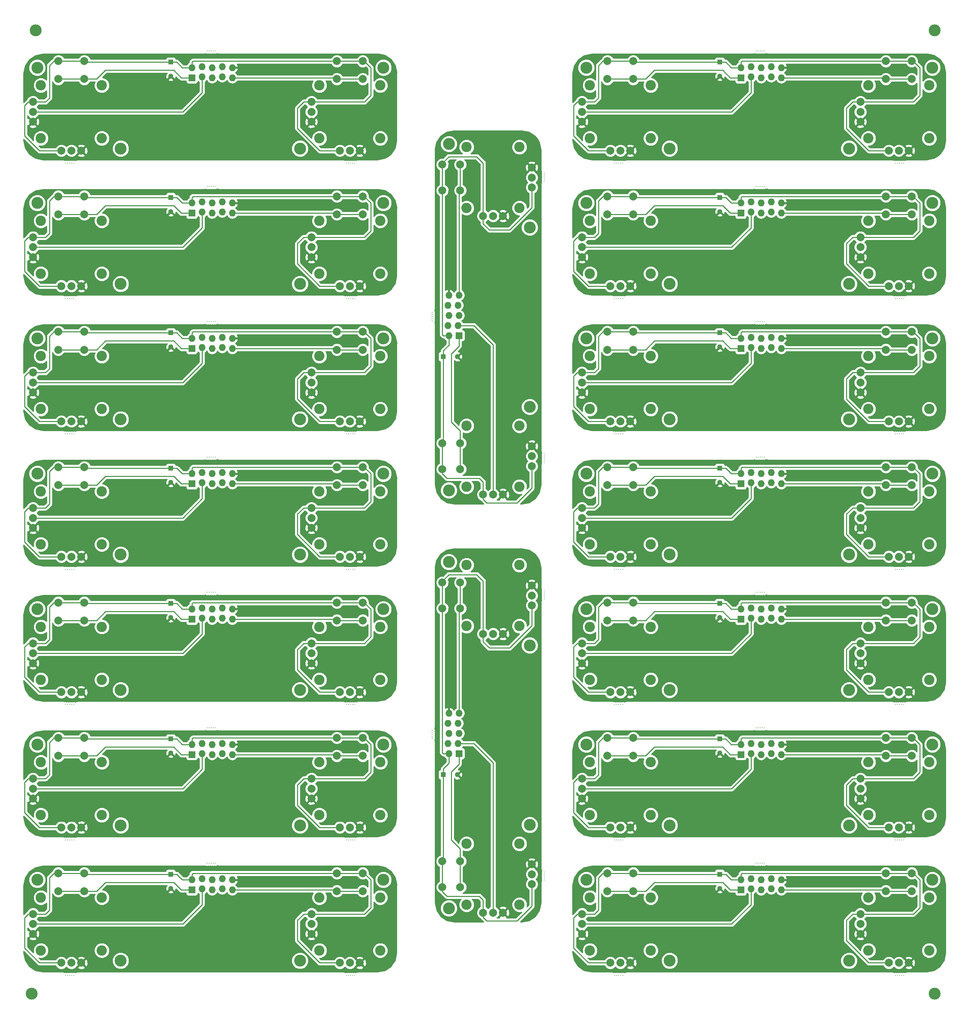
<source format=gbl>
G04 #@! TF.FileFunction,Copper,L2,Bot,Signal*
%FSLAX46Y46*%
G04 Gerber Fmt 4.6, Leading zero omitted, Abs format (unit mm)*
G04 Created by KiCad (PCBNEW (2015-01-16 BZR 5376)-product) date 14/09/2015 10:50:26*
%MOMM*%
G01*
G04 APERTURE LIST*
%ADD10C,0.100000*%
%ADD11C,3.000000*%
%ADD12C,0.300000*%
%ADD13R,1.300000X1.300000*%
%ADD14C,1.300000*%
%ADD15R,1.727200X1.727200*%
%ADD16O,1.727200X1.727200*%
%ADD17C,2.600000*%
%ADD18C,2.000000*%
%ADD19C,0.254000*%
G04 APERTURE END LIST*
D10*
D11*
X21000000Y-256000000D03*
X248000000Y-256000000D03*
X248000000Y-14000000D03*
X22000000Y-14000000D03*
D12*
X167552000Y-47403000D03*
D11*
X181395000Y-43720000D03*
X247435000Y-23400000D03*
X226480000Y-43720000D03*
X160440000Y-23400000D03*
D12*
X168060000Y-47403000D03*
X169076000Y-47403000D03*
X168568000Y-47403000D03*
X169584000Y-47403000D03*
X205144000Y-19209000D03*
X204128000Y-19209000D03*
X204636000Y-19209000D03*
X203620000Y-19209000D03*
X203112000Y-19209000D03*
X240196000Y-47403000D03*
X239180000Y-47403000D03*
X239688000Y-47403000D03*
X238672000Y-47403000D03*
X238164000Y-47403000D03*
D13*
X194000000Y-22000000D03*
D14*
X194000000Y-25556000D03*
D15*
X199302000Y-25940000D03*
D16*
X199302000Y-23400000D03*
X201842000Y-25686000D03*
X201842000Y-23146000D03*
X204382000Y-25940000D03*
X204382000Y-23400000D03*
X206922000Y-25686000D03*
X206922000Y-23146000D03*
X209462000Y-25940000D03*
X209462000Y-23400000D03*
D17*
X161350000Y-27850000D03*
X176650000Y-27850000D03*
X176650000Y-41150000D03*
X161350000Y-41150000D03*
D18*
X159350000Y-34500000D03*
X159350000Y-32000000D03*
X159350000Y-37000000D03*
X169000000Y-44250000D03*
X166500000Y-44250000D03*
X171500000Y-44250000D03*
X165750000Y-26250000D03*
X172250000Y-26250000D03*
X172250000Y-21750000D03*
X165750000Y-21750000D03*
D17*
X231350000Y-27850000D03*
X246650000Y-27850000D03*
X246650000Y-41150000D03*
X231350000Y-41150000D03*
D18*
X229350000Y-34500000D03*
X229350000Y-32000000D03*
X229350000Y-37000000D03*
X239000000Y-44250000D03*
X236500000Y-44250000D03*
X241500000Y-44250000D03*
X235750000Y-26250000D03*
X242250000Y-26250000D03*
X242250000Y-21750000D03*
X235750000Y-21750000D03*
D17*
X231350000Y-61850000D03*
X246650000Y-61850000D03*
X246650000Y-75150000D03*
X231350000Y-75150000D03*
D18*
X229350000Y-68500000D03*
X229350000Y-66000000D03*
X229350000Y-71000000D03*
X239000000Y-78250000D03*
X236500000Y-78250000D03*
X241500000Y-78250000D03*
X235750000Y-60250000D03*
X242250000Y-60250000D03*
X242250000Y-55750000D03*
X235750000Y-55750000D03*
D17*
X161350000Y-61850000D03*
X176650000Y-61850000D03*
X176650000Y-75150000D03*
X161350000Y-75150000D03*
D18*
X159350000Y-68500000D03*
X159350000Y-66000000D03*
X159350000Y-71000000D03*
X169000000Y-78250000D03*
X166500000Y-78250000D03*
X171500000Y-78250000D03*
X165750000Y-60250000D03*
X172250000Y-60250000D03*
X172250000Y-55750000D03*
X165750000Y-55750000D03*
D15*
X199302000Y-59940000D03*
D16*
X199302000Y-57400000D03*
X201842000Y-59686000D03*
X201842000Y-57146000D03*
X204382000Y-59940000D03*
X204382000Y-57400000D03*
X206922000Y-59686000D03*
X206922000Y-57146000D03*
X209462000Y-59940000D03*
X209462000Y-57400000D03*
D13*
X194000000Y-56000000D03*
D14*
X194000000Y-59556000D03*
D12*
X238164000Y-81403000D03*
X238672000Y-81403000D03*
X239688000Y-81403000D03*
X239180000Y-81403000D03*
X240196000Y-81403000D03*
X203112000Y-53209000D03*
X203620000Y-53209000D03*
X204636000Y-53209000D03*
X204128000Y-53209000D03*
X205144000Y-53209000D03*
X169584000Y-81403000D03*
X168568000Y-81403000D03*
X169076000Y-81403000D03*
X168060000Y-81403000D03*
D11*
X160440000Y-57400000D03*
X226480000Y-77720000D03*
X247435000Y-57400000D03*
X181395000Y-77720000D03*
D12*
X167552000Y-81403000D03*
X167552000Y-115403000D03*
D11*
X181395000Y-111720000D03*
X247435000Y-91400000D03*
X226480000Y-111720000D03*
X160440000Y-91400000D03*
D12*
X168060000Y-115403000D03*
X169076000Y-115403000D03*
X168568000Y-115403000D03*
X169584000Y-115403000D03*
X205144000Y-87209000D03*
X204128000Y-87209000D03*
X204636000Y-87209000D03*
X203620000Y-87209000D03*
X203112000Y-87209000D03*
X240196000Y-115403000D03*
X239180000Y-115403000D03*
X239688000Y-115403000D03*
X238672000Y-115403000D03*
X238164000Y-115403000D03*
D13*
X194000000Y-90000000D03*
D14*
X194000000Y-93556000D03*
D15*
X199302000Y-93940000D03*
D16*
X199302000Y-91400000D03*
X201842000Y-93686000D03*
X201842000Y-91146000D03*
X204382000Y-93940000D03*
X204382000Y-91400000D03*
X206922000Y-93686000D03*
X206922000Y-91146000D03*
X209462000Y-93940000D03*
X209462000Y-91400000D03*
D17*
X161350000Y-95850000D03*
X176650000Y-95850000D03*
X176650000Y-109150000D03*
X161350000Y-109150000D03*
D18*
X159350000Y-102500000D03*
X159350000Y-100000000D03*
X159350000Y-105000000D03*
X169000000Y-112250000D03*
X166500000Y-112250000D03*
X171500000Y-112250000D03*
X165750000Y-94250000D03*
X172250000Y-94250000D03*
X172250000Y-89750000D03*
X165750000Y-89750000D03*
D17*
X231350000Y-95850000D03*
X246650000Y-95850000D03*
X246650000Y-109150000D03*
X231350000Y-109150000D03*
D18*
X229350000Y-102500000D03*
X229350000Y-100000000D03*
X229350000Y-105000000D03*
X239000000Y-112250000D03*
X236500000Y-112250000D03*
X241500000Y-112250000D03*
X235750000Y-94250000D03*
X242250000Y-94250000D03*
X242250000Y-89750000D03*
X235750000Y-89750000D03*
D17*
X231350000Y-197850000D03*
X246650000Y-197850000D03*
X246650000Y-211150000D03*
X231350000Y-211150000D03*
D18*
X229350000Y-204500000D03*
X229350000Y-202000000D03*
X229350000Y-207000000D03*
X239000000Y-214250000D03*
X236500000Y-214250000D03*
X241500000Y-214250000D03*
X235750000Y-196250000D03*
X242250000Y-196250000D03*
X242250000Y-191750000D03*
X235750000Y-191750000D03*
D17*
X161350000Y-197850000D03*
X176650000Y-197850000D03*
X176650000Y-211150000D03*
X161350000Y-211150000D03*
D18*
X159350000Y-204500000D03*
X159350000Y-202000000D03*
X159350000Y-207000000D03*
X169000000Y-214250000D03*
X166500000Y-214250000D03*
X171500000Y-214250000D03*
X165750000Y-196250000D03*
X172250000Y-196250000D03*
X172250000Y-191750000D03*
X165750000Y-191750000D03*
D15*
X199302000Y-195940000D03*
D16*
X199302000Y-193400000D03*
X201842000Y-195686000D03*
X201842000Y-193146000D03*
X204382000Y-195940000D03*
X204382000Y-193400000D03*
X206922000Y-195686000D03*
X206922000Y-193146000D03*
X209462000Y-195940000D03*
X209462000Y-193400000D03*
D13*
X194000000Y-192000000D03*
D14*
X194000000Y-195556000D03*
D12*
X238164000Y-217403000D03*
X238672000Y-217403000D03*
X239688000Y-217403000D03*
X239180000Y-217403000D03*
X240196000Y-217403000D03*
X203112000Y-189209000D03*
X203620000Y-189209000D03*
X204636000Y-189209000D03*
X204128000Y-189209000D03*
X205144000Y-189209000D03*
X169584000Y-217403000D03*
X168568000Y-217403000D03*
X169076000Y-217403000D03*
X168060000Y-217403000D03*
D11*
X160440000Y-193400000D03*
X226480000Y-213720000D03*
X247435000Y-193400000D03*
X181395000Y-213720000D03*
D12*
X167552000Y-217403000D03*
X167552000Y-183403000D03*
D11*
X181395000Y-179720000D03*
X247435000Y-159400000D03*
X226480000Y-179720000D03*
X160440000Y-159400000D03*
D12*
X168060000Y-183403000D03*
X169076000Y-183403000D03*
X168568000Y-183403000D03*
X169584000Y-183403000D03*
X205144000Y-155209000D03*
X204128000Y-155209000D03*
X204636000Y-155209000D03*
X203620000Y-155209000D03*
X203112000Y-155209000D03*
X240196000Y-183403000D03*
X239180000Y-183403000D03*
X239688000Y-183403000D03*
X238672000Y-183403000D03*
X238164000Y-183403000D03*
D13*
X194000000Y-158000000D03*
D14*
X194000000Y-161556000D03*
D15*
X199302000Y-161940000D03*
D16*
X199302000Y-159400000D03*
X201842000Y-161686000D03*
X201842000Y-159146000D03*
X204382000Y-161940000D03*
X204382000Y-159400000D03*
X206922000Y-161686000D03*
X206922000Y-159146000D03*
X209462000Y-161940000D03*
X209462000Y-159400000D03*
D17*
X161350000Y-163850000D03*
X176650000Y-163850000D03*
X176650000Y-177150000D03*
X161350000Y-177150000D03*
D18*
X159350000Y-170500000D03*
X159350000Y-168000000D03*
X159350000Y-173000000D03*
X169000000Y-180250000D03*
X166500000Y-180250000D03*
X171500000Y-180250000D03*
X165750000Y-162250000D03*
X172250000Y-162250000D03*
X172250000Y-157750000D03*
X165750000Y-157750000D03*
D17*
X231350000Y-163850000D03*
X246650000Y-163850000D03*
X246650000Y-177150000D03*
X231350000Y-177150000D03*
D18*
X229350000Y-170500000D03*
X229350000Y-168000000D03*
X229350000Y-173000000D03*
X239000000Y-180250000D03*
X236500000Y-180250000D03*
X241500000Y-180250000D03*
X235750000Y-162250000D03*
X242250000Y-162250000D03*
X242250000Y-157750000D03*
X235750000Y-157750000D03*
D17*
X231350000Y-129850000D03*
X246650000Y-129850000D03*
X246650000Y-143150000D03*
X231350000Y-143150000D03*
D18*
X229350000Y-136500000D03*
X229350000Y-134000000D03*
X229350000Y-139000000D03*
X239000000Y-146250000D03*
X236500000Y-146250000D03*
X241500000Y-146250000D03*
X235750000Y-128250000D03*
X242250000Y-128250000D03*
X242250000Y-123750000D03*
X235750000Y-123750000D03*
D17*
X161350000Y-129850000D03*
X176650000Y-129850000D03*
X176650000Y-143150000D03*
X161350000Y-143150000D03*
D18*
X159350000Y-136500000D03*
X159350000Y-134000000D03*
X159350000Y-139000000D03*
X169000000Y-146250000D03*
X166500000Y-146250000D03*
X171500000Y-146250000D03*
X165750000Y-128250000D03*
X172250000Y-128250000D03*
X172250000Y-123750000D03*
X165750000Y-123750000D03*
D15*
X199302000Y-127940000D03*
D16*
X199302000Y-125400000D03*
X201842000Y-127686000D03*
X201842000Y-125146000D03*
X204382000Y-127940000D03*
X204382000Y-125400000D03*
X206922000Y-127686000D03*
X206922000Y-125146000D03*
X209462000Y-127940000D03*
X209462000Y-125400000D03*
D13*
X194000000Y-124000000D03*
D14*
X194000000Y-127556000D03*
D12*
X238164000Y-149403000D03*
X238672000Y-149403000D03*
X239688000Y-149403000D03*
X239180000Y-149403000D03*
X240196000Y-149403000D03*
X203112000Y-121209000D03*
X203620000Y-121209000D03*
X204636000Y-121209000D03*
X204128000Y-121209000D03*
X205144000Y-121209000D03*
X169584000Y-149403000D03*
X168568000Y-149403000D03*
X169076000Y-149403000D03*
X168060000Y-149403000D03*
D11*
X160440000Y-125400000D03*
X226480000Y-145720000D03*
X247435000Y-125400000D03*
X181395000Y-145720000D03*
D12*
X167552000Y-149403000D03*
X167552000Y-251403000D03*
D11*
X181395000Y-247720000D03*
X247435000Y-227400000D03*
X226480000Y-247720000D03*
X160440000Y-227400000D03*
D12*
X168060000Y-251403000D03*
X169076000Y-251403000D03*
X168568000Y-251403000D03*
X169584000Y-251403000D03*
X205144000Y-223209000D03*
X204128000Y-223209000D03*
X204636000Y-223209000D03*
X203620000Y-223209000D03*
X203112000Y-223209000D03*
X240196000Y-251403000D03*
X239180000Y-251403000D03*
X239688000Y-251403000D03*
X238672000Y-251403000D03*
X238164000Y-251403000D03*
D13*
X194000000Y-226000000D03*
D14*
X194000000Y-229556000D03*
D15*
X199302000Y-229940000D03*
D16*
X199302000Y-227400000D03*
X201842000Y-229686000D03*
X201842000Y-227146000D03*
X204382000Y-229940000D03*
X204382000Y-227400000D03*
X206922000Y-229686000D03*
X206922000Y-227146000D03*
X209462000Y-229940000D03*
X209462000Y-227400000D03*
D17*
X161350000Y-231850000D03*
X176650000Y-231850000D03*
X176650000Y-245150000D03*
X161350000Y-245150000D03*
D18*
X159350000Y-238500000D03*
X159350000Y-236000000D03*
X159350000Y-241000000D03*
X169000000Y-248250000D03*
X166500000Y-248250000D03*
X171500000Y-248250000D03*
X165750000Y-230250000D03*
X172250000Y-230250000D03*
X172250000Y-225750000D03*
X165750000Y-225750000D03*
D17*
X231350000Y-231850000D03*
X246650000Y-231850000D03*
X246650000Y-245150000D03*
X231350000Y-245150000D03*
D18*
X229350000Y-238500000D03*
X229350000Y-236000000D03*
X229350000Y-241000000D03*
X239000000Y-248250000D03*
X236500000Y-248250000D03*
X241500000Y-248250000D03*
X235750000Y-230250000D03*
X242250000Y-230250000D03*
X242250000Y-225750000D03*
X235750000Y-225750000D03*
D17*
X93350000Y-231850000D03*
X108650000Y-231850000D03*
X108650000Y-245150000D03*
X93350000Y-245150000D03*
D18*
X91350000Y-238500000D03*
X91350000Y-236000000D03*
X91350000Y-241000000D03*
X101000000Y-248250000D03*
X98500000Y-248250000D03*
X103500000Y-248250000D03*
X97750000Y-230250000D03*
X104250000Y-230250000D03*
X104250000Y-225750000D03*
X97750000Y-225750000D03*
D17*
X23350000Y-231850000D03*
X38650000Y-231850000D03*
X38650000Y-245150000D03*
X23350000Y-245150000D03*
D18*
X21350000Y-238500000D03*
X21350000Y-236000000D03*
X21350000Y-241000000D03*
X31000000Y-248250000D03*
X28500000Y-248250000D03*
X33500000Y-248250000D03*
X27750000Y-230250000D03*
X34250000Y-230250000D03*
X34250000Y-225750000D03*
X27750000Y-225750000D03*
D15*
X61302000Y-229940000D03*
D16*
X61302000Y-227400000D03*
X63842000Y-229686000D03*
X63842000Y-227146000D03*
X66382000Y-229940000D03*
X66382000Y-227400000D03*
X68922000Y-229686000D03*
X68922000Y-227146000D03*
X71462000Y-229940000D03*
X71462000Y-227400000D03*
D13*
X56000000Y-226000000D03*
D14*
X56000000Y-229556000D03*
D12*
X100164000Y-251403000D03*
X100672000Y-251403000D03*
X101688000Y-251403000D03*
X101180000Y-251403000D03*
X102196000Y-251403000D03*
X65112000Y-223209000D03*
X65620000Y-223209000D03*
X66636000Y-223209000D03*
X66128000Y-223209000D03*
X67144000Y-223209000D03*
X31584000Y-251403000D03*
X30568000Y-251403000D03*
X31076000Y-251403000D03*
X30060000Y-251403000D03*
D11*
X22440000Y-227400000D03*
X88480000Y-247720000D03*
X109435000Y-227400000D03*
X43395000Y-247720000D03*
D12*
X29552000Y-251403000D03*
X29552000Y-149403000D03*
D11*
X43395000Y-145720000D03*
X109435000Y-125400000D03*
X88480000Y-145720000D03*
X22440000Y-125400000D03*
D12*
X30060000Y-149403000D03*
X31076000Y-149403000D03*
X30568000Y-149403000D03*
X31584000Y-149403000D03*
X67144000Y-121209000D03*
X66128000Y-121209000D03*
X66636000Y-121209000D03*
X65620000Y-121209000D03*
X65112000Y-121209000D03*
X102196000Y-149403000D03*
X101180000Y-149403000D03*
X101688000Y-149403000D03*
X100672000Y-149403000D03*
X100164000Y-149403000D03*
D13*
X56000000Y-124000000D03*
D14*
X56000000Y-127556000D03*
D15*
X61302000Y-127940000D03*
D16*
X61302000Y-125400000D03*
X63842000Y-127686000D03*
X63842000Y-125146000D03*
X66382000Y-127940000D03*
X66382000Y-125400000D03*
X68922000Y-127686000D03*
X68922000Y-125146000D03*
X71462000Y-127940000D03*
X71462000Y-125400000D03*
D17*
X23350000Y-129850000D03*
X38650000Y-129850000D03*
X38650000Y-143150000D03*
X23350000Y-143150000D03*
D18*
X21350000Y-136500000D03*
X21350000Y-134000000D03*
X21350000Y-139000000D03*
X31000000Y-146250000D03*
X28500000Y-146250000D03*
X33500000Y-146250000D03*
X27750000Y-128250000D03*
X34250000Y-128250000D03*
X34250000Y-123750000D03*
X27750000Y-123750000D03*
D17*
X93350000Y-129850000D03*
X108650000Y-129850000D03*
X108650000Y-143150000D03*
X93350000Y-143150000D03*
D18*
X91350000Y-136500000D03*
X91350000Y-134000000D03*
X91350000Y-139000000D03*
X101000000Y-146250000D03*
X98500000Y-146250000D03*
X103500000Y-146250000D03*
X97750000Y-128250000D03*
X104250000Y-128250000D03*
X104250000Y-123750000D03*
X97750000Y-123750000D03*
D17*
X93350000Y-163850000D03*
X108650000Y-163850000D03*
X108650000Y-177150000D03*
X93350000Y-177150000D03*
D18*
X91350000Y-170500000D03*
X91350000Y-168000000D03*
X91350000Y-173000000D03*
X101000000Y-180250000D03*
X98500000Y-180250000D03*
X103500000Y-180250000D03*
X97750000Y-162250000D03*
X104250000Y-162250000D03*
X104250000Y-157750000D03*
X97750000Y-157750000D03*
D17*
X23350000Y-163850000D03*
X38650000Y-163850000D03*
X38650000Y-177150000D03*
X23350000Y-177150000D03*
D18*
X21350000Y-170500000D03*
X21350000Y-168000000D03*
X21350000Y-173000000D03*
X31000000Y-180250000D03*
X28500000Y-180250000D03*
X33500000Y-180250000D03*
X27750000Y-162250000D03*
X34250000Y-162250000D03*
X34250000Y-157750000D03*
X27750000Y-157750000D03*
D15*
X61302000Y-161940000D03*
D16*
X61302000Y-159400000D03*
X63842000Y-161686000D03*
X63842000Y-159146000D03*
X66382000Y-161940000D03*
X66382000Y-159400000D03*
X68922000Y-161686000D03*
X68922000Y-159146000D03*
X71462000Y-161940000D03*
X71462000Y-159400000D03*
D13*
X56000000Y-158000000D03*
D14*
X56000000Y-161556000D03*
D12*
X100164000Y-183403000D03*
X100672000Y-183403000D03*
X101688000Y-183403000D03*
X101180000Y-183403000D03*
X102196000Y-183403000D03*
X65112000Y-155209000D03*
X65620000Y-155209000D03*
X66636000Y-155209000D03*
X66128000Y-155209000D03*
X67144000Y-155209000D03*
X31584000Y-183403000D03*
X30568000Y-183403000D03*
X31076000Y-183403000D03*
X30060000Y-183403000D03*
D11*
X22440000Y-159400000D03*
X88480000Y-179720000D03*
X109435000Y-159400000D03*
X43395000Y-179720000D03*
D12*
X29552000Y-183403000D03*
X149903000Y-227448000D03*
D11*
X146220000Y-213605000D03*
X125900000Y-147565000D03*
X146220000Y-168520000D03*
X125900000Y-234560000D03*
D12*
X149903000Y-226940000D03*
X149903000Y-225924000D03*
X149903000Y-226432000D03*
X149903000Y-225416000D03*
X121709000Y-189856000D03*
X121709000Y-190872000D03*
X121709000Y-190364000D03*
X121709000Y-191380000D03*
X121709000Y-191888000D03*
X149903000Y-154804000D03*
X149903000Y-155820000D03*
X149903000Y-155312000D03*
X149903000Y-156328000D03*
X149903000Y-156836000D03*
D13*
X124500000Y-201000000D03*
D14*
X128056000Y-201000000D03*
D15*
X128440000Y-195698000D03*
D16*
X125900000Y-195698000D03*
X128186000Y-193158000D03*
X125646000Y-193158000D03*
X128440000Y-190618000D03*
X125900000Y-190618000D03*
X128186000Y-188078000D03*
X125646000Y-188078000D03*
X128440000Y-185538000D03*
X125900000Y-185538000D03*
D17*
X130350000Y-233650000D03*
X130350000Y-218350000D03*
X143650000Y-218350000D03*
X143650000Y-233650000D03*
D18*
X137000000Y-235650000D03*
X134500000Y-235650000D03*
X139500000Y-235650000D03*
X146750000Y-226000000D03*
X146750000Y-228500000D03*
X146750000Y-223500000D03*
X128750000Y-229250000D03*
X128750000Y-222750000D03*
X124250000Y-222750000D03*
X124250000Y-229250000D03*
D17*
X130350000Y-163650000D03*
X130350000Y-148350000D03*
X143650000Y-148350000D03*
X143650000Y-163650000D03*
D18*
X137000000Y-165650000D03*
X134500000Y-165650000D03*
X139500000Y-165650000D03*
X146750000Y-156000000D03*
X146750000Y-158500000D03*
X146750000Y-153500000D03*
X128750000Y-159250000D03*
X128750000Y-152750000D03*
X124250000Y-152750000D03*
X124250000Y-159250000D03*
D12*
X29552000Y-217403000D03*
D11*
X43395000Y-213720000D03*
X109435000Y-193400000D03*
X88480000Y-213720000D03*
X22440000Y-193400000D03*
D12*
X30060000Y-217403000D03*
X31076000Y-217403000D03*
X30568000Y-217403000D03*
X31584000Y-217403000D03*
X67144000Y-189209000D03*
X66128000Y-189209000D03*
X66636000Y-189209000D03*
X65620000Y-189209000D03*
X65112000Y-189209000D03*
X102196000Y-217403000D03*
X101180000Y-217403000D03*
X101688000Y-217403000D03*
X100672000Y-217403000D03*
X100164000Y-217403000D03*
D13*
X56000000Y-192000000D03*
D14*
X56000000Y-195556000D03*
D15*
X61302000Y-195940000D03*
D16*
X61302000Y-193400000D03*
X63842000Y-195686000D03*
X63842000Y-193146000D03*
X66382000Y-195940000D03*
X66382000Y-193400000D03*
X68922000Y-195686000D03*
X68922000Y-193146000D03*
X71462000Y-195940000D03*
X71462000Y-193400000D03*
D17*
X23350000Y-197850000D03*
X38650000Y-197850000D03*
X38650000Y-211150000D03*
X23350000Y-211150000D03*
D18*
X21350000Y-204500000D03*
X21350000Y-202000000D03*
X21350000Y-207000000D03*
X31000000Y-214250000D03*
X28500000Y-214250000D03*
X33500000Y-214250000D03*
X27750000Y-196250000D03*
X34250000Y-196250000D03*
X34250000Y-191750000D03*
X27750000Y-191750000D03*
D17*
X93350000Y-197850000D03*
X108650000Y-197850000D03*
X108650000Y-211150000D03*
X93350000Y-211150000D03*
D18*
X91350000Y-204500000D03*
X91350000Y-202000000D03*
X91350000Y-207000000D03*
X101000000Y-214250000D03*
X98500000Y-214250000D03*
X103500000Y-214250000D03*
X97750000Y-196250000D03*
X104250000Y-196250000D03*
X104250000Y-191750000D03*
X97750000Y-191750000D03*
D17*
X93350000Y-95850000D03*
X108650000Y-95850000D03*
X108650000Y-109150000D03*
X93350000Y-109150000D03*
D18*
X91350000Y-102500000D03*
X91350000Y-100000000D03*
X91350000Y-105000000D03*
X101000000Y-112250000D03*
X98500000Y-112250000D03*
X103500000Y-112250000D03*
X97750000Y-94250000D03*
X104250000Y-94250000D03*
X104250000Y-89750000D03*
X97750000Y-89750000D03*
D17*
X23350000Y-95850000D03*
X38650000Y-95850000D03*
X38650000Y-109150000D03*
X23350000Y-109150000D03*
D18*
X21350000Y-102500000D03*
X21350000Y-100000000D03*
X21350000Y-105000000D03*
X31000000Y-112250000D03*
X28500000Y-112250000D03*
X33500000Y-112250000D03*
X27750000Y-94250000D03*
X34250000Y-94250000D03*
X34250000Y-89750000D03*
X27750000Y-89750000D03*
D15*
X61302000Y-93940000D03*
D16*
X61302000Y-91400000D03*
X63842000Y-93686000D03*
X63842000Y-91146000D03*
X66382000Y-93940000D03*
X66382000Y-91400000D03*
X68922000Y-93686000D03*
X68922000Y-91146000D03*
X71462000Y-93940000D03*
X71462000Y-91400000D03*
D13*
X56000000Y-90000000D03*
D14*
X56000000Y-93556000D03*
D12*
X100164000Y-115403000D03*
X100672000Y-115403000D03*
X101688000Y-115403000D03*
X101180000Y-115403000D03*
X102196000Y-115403000D03*
X65112000Y-87209000D03*
X65620000Y-87209000D03*
X66636000Y-87209000D03*
X66128000Y-87209000D03*
X67144000Y-87209000D03*
X31584000Y-115403000D03*
X30568000Y-115403000D03*
X31076000Y-115403000D03*
X30060000Y-115403000D03*
D11*
X22440000Y-91400000D03*
X88480000Y-111720000D03*
X109435000Y-91400000D03*
X43395000Y-111720000D03*
D12*
X29552000Y-115403000D03*
D17*
X130350000Y-58650000D03*
X130350000Y-43350000D03*
X143650000Y-43350000D03*
X143650000Y-58650000D03*
D18*
X137000000Y-60650000D03*
X134500000Y-60650000D03*
X139500000Y-60650000D03*
X146750000Y-51000000D03*
X146750000Y-53500000D03*
X146750000Y-48500000D03*
X128750000Y-54250000D03*
X128750000Y-47750000D03*
X124250000Y-47750000D03*
X124250000Y-54250000D03*
D17*
X130350000Y-128650000D03*
X130350000Y-113350000D03*
X143650000Y-113350000D03*
X143650000Y-128650000D03*
D18*
X137000000Y-130650000D03*
X134500000Y-130650000D03*
X139500000Y-130650000D03*
X146750000Y-121000000D03*
X146750000Y-123500000D03*
X146750000Y-118500000D03*
X128750000Y-124250000D03*
X128750000Y-117750000D03*
X124250000Y-117750000D03*
X124250000Y-124250000D03*
D15*
X128440000Y-90698000D03*
D16*
X125900000Y-90698000D03*
X128186000Y-88158000D03*
X125646000Y-88158000D03*
X128440000Y-85618000D03*
X125900000Y-85618000D03*
X128186000Y-83078000D03*
X125646000Y-83078000D03*
X128440000Y-80538000D03*
X125900000Y-80538000D03*
D13*
X124500000Y-96000000D03*
D14*
X128056000Y-96000000D03*
D12*
X149903000Y-51836000D03*
X149903000Y-51328000D03*
X149903000Y-50312000D03*
X149903000Y-50820000D03*
X149903000Y-49804000D03*
X121709000Y-86888000D03*
X121709000Y-86380000D03*
X121709000Y-85364000D03*
X121709000Y-85872000D03*
X121709000Y-84856000D03*
X149903000Y-120416000D03*
X149903000Y-121432000D03*
X149903000Y-120924000D03*
X149903000Y-121940000D03*
D11*
X125900000Y-129560000D03*
X146220000Y-63520000D03*
X125900000Y-42565000D03*
X146220000Y-108605000D03*
D12*
X149903000Y-122448000D03*
X29552000Y-81403000D03*
D11*
X43395000Y-77720000D03*
X109435000Y-57400000D03*
X88480000Y-77720000D03*
X22440000Y-57400000D03*
D12*
X30060000Y-81403000D03*
X31076000Y-81403000D03*
X30568000Y-81403000D03*
X31584000Y-81403000D03*
X67144000Y-53209000D03*
X66128000Y-53209000D03*
X66636000Y-53209000D03*
X65620000Y-53209000D03*
X65112000Y-53209000D03*
X102196000Y-81403000D03*
X101180000Y-81403000D03*
X101688000Y-81403000D03*
X100672000Y-81403000D03*
X100164000Y-81403000D03*
D13*
X56000000Y-56000000D03*
D14*
X56000000Y-59556000D03*
D15*
X61302000Y-59940000D03*
D16*
X61302000Y-57400000D03*
X63842000Y-59686000D03*
X63842000Y-57146000D03*
X66382000Y-59940000D03*
X66382000Y-57400000D03*
X68922000Y-59686000D03*
X68922000Y-57146000D03*
X71462000Y-59940000D03*
X71462000Y-57400000D03*
D17*
X23350000Y-61850000D03*
X38650000Y-61850000D03*
X38650000Y-75150000D03*
X23350000Y-75150000D03*
D18*
X21350000Y-68500000D03*
X21350000Y-66000000D03*
X21350000Y-71000000D03*
X31000000Y-78250000D03*
X28500000Y-78250000D03*
X33500000Y-78250000D03*
X27750000Y-60250000D03*
X34250000Y-60250000D03*
X34250000Y-55750000D03*
X27750000Y-55750000D03*
D17*
X93350000Y-61850000D03*
X108650000Y-61850000D03*
X108650000Y-75150000D03*
X93350000Y-75150000D03*
D18*
X91350000Y-68500000D03*
X91350000Y-66000000D03*
X91350000Y-71000000D03*
X101000000Y-78250000D03*
X98500000Y-78250000D03*
X103500000Y-78250000D03*
X97750000Y-60250000D03*
X104250000Y-60250000D03*
X104250000Y-55750000D03*
X97750000Y-55750000D03*
D17*
X93350000Y-27850000D03*
X108650000Y-27850000D03*
X108650000Y-41150000D03*
X93350000Y-41150000D03*
D18*
X91350000Y-34500000D03*
X91350000Y-32000000D03*
X91350000Y-37000000D03*
X101000000Y-44250000D03*
X98500000Y-44250000D03*
X103500000Y-44250000D03*
X97750000Y-26250000D03*
X104250000Y-26250000D03*
X104250000Y-21750000D03*
X97750000Y-21750000D03*
D17*
X23350000Y-27850000D03*
X38650000Y-27850000D03*
X38650000Y-41150000D03*
X23350000Y-41150000D03*
D18*
X21350000Y-34500000D03*
X21350000Y-32000000D03*
X21350000Y-37000000D03*
X31000000Y-44250000D03*
X28500000Y-44250000D03*
X33500000Y-44250000D03*
X27750000Y-26250000D03*
X34250000Y-26250000D03*
X34250000Y-21750000D03*
X27750000Y-21750000D03*
D15*
X61302000Y-25940000D03*
D16*
X61302000Y-23400000D03*
X63842000Y-25686000D03*
X63842000Y-23146000D03*
X66382000Y-25940000D03*
X66382000Y-23400000D03*
X68922000Y-25686000D03*
X68922000Y-23146000D03*
X71462000Y-25940000D03*
X71462000Y-23400000D03*
D13*
X56000000Y-22000000D03*
D14*
X56000000Y-25556000D03*
D12*
X100164000Y-47403000D03*
X100672000Y-47403000D03*
X101688000Y-47403000D03*
X101180000Y-47403000D03*
X102196000Y-47403000D03*
X65112000Y-19209000D03*
X65620000Y-19209000D03*
X66636000Y-19209000D03*
X66128000Y-19209000D03*
X67144000Y-19209000D03*
X31584000Y-47403000D03*
X30568000Y-47403000D03*
X31076000Y-47403000D03*
X30060000Y-47403000D03*
D11*
X22440000Y-23400000D03*
X88480000Y-43720000D03*
X109435000Y-23400000D03*
X43395000Y-43720000D03*
D12*
X29552000Y-47403000D03*
D19*
X242250000Y-21750000D02*
X242250000Y-21854000D01*
X157265000Y-32925000D02*
X157265000Y-40545000D01*
X157265000Y-40545000D02*
X160970000Y-44250000D01*
X160970000Y-44250000D02*
X166500000Y-44250000D01*
X159350000Y-32000000D02*
X158190000Y-32000000D01*
X158190000Y-32000000D02*
X157265000Y-32925000D01*
X172250000Y-21750000D02*
X165750000Y-21750000D01*
X194000000Y-22000000D02*
X172500000Y-22000000D01*
X172500000Y-22000000D02*
X172250000Y-21750000D01*
X194000000Y-22000000D02*
X195500000Y-22000000D01*
X196900000Y-23400000D02*
X199302000Y-23400000D01*
X195500000Y-22000000D02*
X196900000Y-23400000D01*
X194040000Y-21960000D02*
X194000000Y-22000000D01*
X199302000Y-22003000D02*
X199555000Y-21750000D01*
X199555000Y-21750000D02*
X235750000Y-21750000D01*
X199302000Y-23400000D02*
X199302000Y-22003000D01*
X235750000Y-21750000D02*
X242250000Y-21750000D01*
X244260000Y-23400000D02*
X244260000Y-30385000D01*
X244260000Y-30385000D02*
X242645000Y-32000000D01*
X242645000Y-32000000D02*
X229350000Y-32000000D01*
X242610000Y-21750000D02*
X244260000Y-23400000D01*
X242250000Y-21750000D02*
X242610000Y-21750000D01*
X227405000Y-32000000D02*
X225845000Y-33560000D01*
X225845000Y-33560000D02*
X225845000Y-38640000D01*
X225845000Y-38640000D02*
X231455000Y-44250000D01*
X231455000Y-44250000D02*
X236500000Y-44250000D01*
X229350000Y-32000000D02*
X227405000Y-32000000D01*
X164630000Y-21750000D02*
X163488000Y-22892000D01*
X163488000Y-22892000D02*
X163488000Y-31020000D01*
X163488000Y-31020000D02*
X162508000Y-32000000D01*
X162508000Y-32000000D02*
X159350000Y-32000000D01*
X165750000Y-21750000D02*
X164630000Y-21750000D01*
X165750000Y-55750000D02*
X164630000Y-55750000D01*
X162508000Y-66000000D02*
X159350000Y-66000000D01*
X163488000Y-65020000D02*
X162508000Y-66000000D01*
X163488000Y-56892000D02*
X163488000Y-65020000D01*
X164630000Y-55750000D02*
X163488000Y-56892000D01*
X229350000Y-66000000D02*
X227405000Y-66000000D01*
X231455000Y-78250000D02*
X236500000Y-78250000D01*
X225845000Y-72640000D02*
X231455000Y-78250000D01*
X225845000Y-67560000D02*
X225845000Y-72640000D01*
X227405000Y-66000000D02*
X225845000Y-67560000D01*
X242250000Y-55750000D02*
X242610000Y-55750000D01*
X242610000Y-55750000D02*
X244260000Y-57400000D01*
X242645000Y-66000000D02*
X229350000Y-66000000D01*
X244260000Y-64385000D02*
X242645000Y-66000000D01*
X244260000Y-57400000D02*
X244260000Y-64385000D01*
X235750000Y-55750000D02*
X242250000Y-55750000D01*
X199302000Y-57400000D02*
X199302000Y-56003000D01*
X199555000Y-55750000D02*
X235750000Y-55750000D01*
X199302000Y-56003000D02*
X199555000Y-55750000D01*
X194040000Y-55960000D02*
X194000000Y-56000000D01*
X195500000Y-56000000D02*
X196900000Y-57400000D01*
X196900000Y-57400000D02*
X199302000Y-57400000D01*
X194000000Y-56000000D02*
X195500000Y-56000000D01*
X172500000Y-56000000D02*
X172250000Y-55750000D01*
X194000000Y-56000000D02*
X172500000Y-56000000D01*
X172250000Y-55750000D02*
X165750000Y-55750000D01*
X158190000Y-66000000D02*
X157265000Y-66925000D01*
X159350000Y-66000000D02*
X158190000Y-66000000D01*
X160970000Y-78250000D02*
X166500000Y-78250000D01*
X157265000Y-74545000D02*
X160970000Y-78250000D01*
X157265000Y-66925000D02*
X157265000Y-74545000D01*
X242250000Y-55750000D02*
X242250000Y-55854000D01*
X242250000Y-89750000D02*
X242250000Y-89854000D01*
X157265000Y-100925000D02*
X157265000Y-108545000D01*
X157265000Y-108545000D02*
X160970000Y-112250000D01*
X160970000Y-112250000D02*
X166500000Y-112250000D01*
X159350000Y-100000000D02*
X158190000Y-100000000D01*
X158190000Y-100000000D02*
X157265000Y-100925000D01*
X172250000Y-89750000D02*
X165750000Y-89750000D01*
X194000000Y-90000000D02*
X172500000Y-90000000D01*
X172500000Y-90000000D02*
X172250000Y-89750000D01*
X194000000Y-90000000D02*
X195500000Y-90000000D01*
X196900000Y-91400000D02*
X199302000Y-91400000D01*
X195500000Y-90000000D02*
X196900000Y-91400000D01*
X194040000Y-89960000D02*
X194000000Y-90000000D01*
X199302000Y-90003000D02*
X199555000Y-89750000D01*
X199555000Y-89750000D02*
X235750000Y-89750000D01*
X199302000Y-91400000D02*
X199302000Y-90003000D01*
X235750000Y-89750000D02*
X242250000Y-89750000D01*
X244260000Y-91400000D02*
X244260000Y-98385000D01*
X244260000Y-98385000D02*
X242645000Y-100000000D01*
X242645000Y-100000000D02*
X229350000Y-100000000D01*
X242610000Y-89750000D02*
X244260000Y-91400000D01*
X242250000Y-89750000D02*
X242610000Y-89750000D01*
X227405000Y-100000000D02*
X225845000Y-101560000D01*
X225845000Y-101560000D02*
X225845000Y-106640000D01*
X225845000Y-106640000D02*
X231455000Y-112250000D01*
X231455000Y-112250000D02*
X236500000Y-112250000D01*
X229350000Y-100000000D02*
X227405000Y-100000000D01*
X164630000Y-89750000D02*
X163488000Y-90892000D01*
X163488000Y-90892000D02*
X163488000Y-99020000D01*
X163488000Y-99020000D02*
X162508000Y-100000000D01*
X162508000Y-100000000D02*
X159350000Y-100000000D01*
X165750000Y-89750000D02*
X164630000Y-89750000D01*
X165750000Y-191750000D02*
X164630000Y-191750000D01*
X162508000Y-202000000D02*
X159350000Y-202000000D01*
X163488000Y-201020000D02*
X162508000Y-202000000D01*
X163488000Y-192892000D02*
X163488000Y-201020000D01*
X164630000Y-191750000D02*
X163488000Y-192892000D01*
X229350000Y-202000000D02*
X227405000Y-202000000D01*
X231455000Y-214250000D02*
X236500000Y-214250000D01*
X225845000Y-208640000D02*
X231455000Y-214250000D01*
X225845000Y-203560000D02*
X225845000Y-208640000D01*
X227405000Y-202000000D02*
X225845000Y-203560000D01*
X242250000Y-191750000D02*
X242610000Y-191750000D01*
X242610000Y-191750000D02*
X244260000Y-193400000D01*
X242645000Y-202000000D02*
X229350000Y-202000000D01*
X244260000Y-200385000D02*
X242645000Y-202000000D01*
X244260000Y-193400000D02*
X244260000Y-200385000D01*
X235750000Y-191750000D02*
X242250000Y-191750000D01*
X199302000Y-193400000D02*
X199302000Y-192003000D01*
X199555000Y-191750000D02*
X235750000Y-191750000D01*
X199302000Y-192003000D02*
X199555000Y-191750000D01*
X194040000Y-191960000D02*
X194000000Y-192000000D01*
X195500000Y-192000000D02*
X196900000Y-193400000D01*
X196900000Y-193400000D02*
X199302000Y-193400000D01*
X194000000Y-192000000D02*
X195500000Y-192000000D01*
X172500000Y-192000000D02*
X172250000Y-191750000D01*
X194000000Y-192000000D02*
X172500000Y-192000000D01*
X172250000Y-191750000D02*
X165750000Y-191750000D01*
X158190000Y-202000000D02*
X157265000Y-202925000D01*
X159350000Y-202000000D02*
X158190000Y-202000000D01*
X160970000Y-214250000D02*
X166500000Y-214250000D01*
X157265000Y-210545000D02*
X160970000Y-214250000D01*
X157265000Y-202925000D02*
X157265000Y-210545000D01*
X242250000Y-191750000D02*
X242250000Y-191854000D01*
X242250000Y-157750000D02*
X242250000Y-157854000D01*
X157265000Y-168925000D02*
X157265000Y-176545000D01*
X157265000Y-176545000D02*
X160970000Y-180250000D01*
X160970000Y-180250000D02*
X166500000Y-180250000D01*
X159350000Y-168000000D02*
X158190000Y-168000000D01*
X158190000Y-168000000D02*
X157265000Y-168925000D01*
X172250000Y-157750000D02*
X165750000Y-157750000D01*
X194000000Y-158000000D02*
X172500000Y-158000000D01*
X172500000Y-158000000D02*
X172250000Y-157750000D01*
X194000000Y-158000000D02*
X195500000Y-158000000D01*
X196900000Y-159400000D02*
X199302000Y-159400000D01*
X195500000Y-158000000D02*
X196900000Y-159400000D01*
X194040000Y-157960000D02*
X194000000Y-158000000D01*
X199302000Y-158003000D02*
X199555000Y-157750000D01*
X199555000Y-157750000D02*
X235750000Y-157750000D01*
X199302000Y-159400000D02*
X199302000Y-158003000D01*
X235750000Y-157750000D02*
X242250000Y-157750000D01*
X244260000Y-159400000D02*
X244260000Y-166385000D01*
X244260000Y-166385000D02*
X242645000Y-168000000D01*
X242645000Y-168000000D02*
X229350000Y-168000000D01*
X242610000Y-157750000D02*
X244260000Y-159400000D01*
X242250000Y-157750000D02*
X242610000Y-157750000D01*
X227405000Y-168000000D02*
X225845000Y-169560000D01*
X225845000Y-169560000D02*
X225845000Y-174640000D01*
X225845000Y-174640000D02*
X231455000Y-180250000D01*
X231455000Y-180250000D02*
X236500000Y-180250000D01*
X229350000Y-168000000D02*
X227405000Y-168000000D01*
X164630000Y-157750000D02*
X163488000Y-158892000D01*
X163488000Y-158892000D02*
X163488000Y-167020000D01*
X163488000Y-167020000D02*
X162508000Y-168000000D01*
X162508000Y-168000000D02*
X159350000Y-168000000D01*
X165750000Y-157750000D02*
X164630000Y-157750000D01*
X165750000Y-123750000D02*
X164630000Y-123750000D01*
X162508000Y-134000000D02*
X159350000Y-134000000D01*
X163488000Y-133020000D02*
X162508000Y-134000000D01*
X163488000Y-124892000D02*
X163488000Y-133020000D01*
X164630000Y-123750000D02*
X163488000Y-124892000D01*
X229350000Y-134000000D02*
X227405000Y-134000000D01*
X231455000Y-146250000D02*
X236500000Y-146250000D01*
X225845000Y-140640000D02*
X231455000Y-146250000D01*
X225845000Y-135560000D02*
X225845000Y-140640000D01*
X227405000Y-134000000D02*
X225845000Y-135560000D01*
X242250000Y-123750000D02*
X242610000Y-123750000D01*
X242610000Y-123750000D02*
X244260000Y-125400000D01*
X242645000Y-134000000D02*
X229350000Y-134000000D01*
X244260000Y-132385000D02*
X242645000Y-134000000D01*
X244260000Y-125400000D02*
X244260000Y-132385000D01*
X235750000Y-123750000D02*
X242250000Y-123750000D01*
X199302000Y-125400000D02*
X199302000Y-124003000D01*
X199555000Y-123750000D02*
X235750000Y-123750000D01*
X199302000Y-124003000D02*
X199555000Y-123750000D01*
X194040000Y-123960000D02*
X194000000Y-124000000D01*
X195500000Y-124000000D02*
X196900000Y-125400000D01*
X196900000Y-125400000D02*
X199302000Y-125400000D01*
X194000000Y-124000000D02*
X195500000Y-124000000D01*
X172500000Y-124000000D02*
X172250000Y-123750000D01*
X194000000Y-124000000D02*
X172500000Y-124000000D01*
X172250000Y-123750000D02*
X165750000Y-123750000D01*
X158190000Y-134000000D02*
X157265000Y-134925000D01*
X159350000Y-134000000D02*
X158190000Y-134000000D01*
X160970000Y-146250000D02*
X166500000Y-146250000D01*
X157265000Y-142545000D02*
X160970000Y-146250000D01*
X157265000Y-134925000D02*
X157265000Y-142545000D01*
X242250000Y-123750000D02*
X242250000Y-123854000D01*
X242250000Y-225750000D02*
X242250000Y-225854000D01*
X157265000Y-236925000D02*
X157265000Y-244545000D01*
X157265000Y-244545000D02*
X160970000Y-248250000D01*
X160970000Y-248250000D02*
X166500000Y-248250000D01*
X159350000Y-236000000D02*
X158190000Y-236000000D01*
X158190000Y-236000000D02*
X157265000Y-236925000D01*
X172250000Y-225750000D02*
X165750000Y-225750000D01*
X194000000Y-226000000D02*
X172500000Y-226000000D01*
X172500000Y-226000000D02*
X172250000Y-225750000D01*
X194000000Y-226000000D02*
X195500000Y-226000000D01*
X196900000Y-227400000D02*
X199302000Y-227400000D01*
X195500000Y-226000000D02*
X196900000Y-227400000D01*
X194040000Y-225960000D02*
X194000000Y-226000000D01*
X199302000Y-226003000D02*
X199555000Y-225750000D01*
X199555000Y-225750000D02*
X235750000Y-225750000D01*
X199302000Y-227400000D02*
X199302000Y-226003000D01*
X235750000Y-225750000D02*
X242250000Y-225750000D01*
X244260000Y-227400000D02*
X244260000Y-234385000D01*
X244260000Y-234385000D02*
X242645000Y-236000000D01*
X242645000Y-236000000D02*
X229350000Y-236000000D01*
X242610000Y-225750000D02*
X244260000Y-227400000D01*
X242250000Y-225750000D02*
X242610000Y-225750000D01*
X227405000Y-236000000D02*
X225845000Y-237560000D01*
X225845000Y-237560000D02*
X225845000Y-242640000D01*
X225845000Y-242640000D02*
X231455000Y-248250000D01*
X231455000Y-248250000D02*
X236500000Y-248250000D01*
X229350000Y-236000000D02*
X227405000Y-236000000D01*
X164630000Y-225750000D02*
X163488000Y-226892000D01*
X163488000Y-226892000D02*
X163488000Y-235020000D01*
X163488000Y-235020000D02*
X162508000Y-236000000D01*
X162508000Y-236000000D02*
X159350000Y-236000000D01*
X165750000Y-225750000D02*
X164630000Y-225750000D01*
X27750000Y-225750000D02*
X26630000Y-225750000D01*
X24508000Y-236000000D02*
X21350000Y-236000000D01*
X25488000Y-235020000D02*
X24508000Y-236000000D01*
X25488000Y-226892000D02*
X25488000Y-235020000D01*
X26630000Y-225750000D02*
X25488000Y-226892000D01*
X91350000Y-236000000D02*
X89405000Y-236000000D01*
X93455000Y-248250000D02*
X98500000Y-248250000D01*
X87845000Y-242640000D02*
X93455000Y-248250000D01*
X87845000Y-237560000D02*
X87845000Y-242640000D01*
X89405000Y-236000000D02*
X87845000Y-237560000D01*
X104250000Y-225750000D02*
X104610000Y-225750000D01*
X104610000Y-225750000D02*
X106260000Y-227400000D01*
X104645000Y-236000000D02*
X91350000Y-236000000D01*
X106260000Y-234385000D02*
X104645000Y-236000000D01*
X106260000Y-227400000D02*
X106260000Y-234385000D01*
X97750000Y-225750000D02*
X104250000Y-225750000D01*
X61302000Y-227400000D02*
X61302000Y-226003000D01*
X61555000Y-225750000D02*
X97750000Y-225750000D01*
X61302000Y-226003000D02*
X61555000Y-225750000D01*
X56040000Y-225960000D02*
X56000000Y-226000000D01*
X57500000Y-226000000D02*
X58900000Y-227400000D01*
X58900000Y-227400000D02*
X61302000Y-227400000D01*
X56000000Y-226000000D02*
X57500000Y-226000000D01*
X34500000Y-226000000D02*
X34250000Y-225750000D01*
X56000000Y-226000000D02*
X34500000Y-226000000D01*
X34250000Y-225750000D02*
X27750000Y-225750000D01*
X20190000Y-236000000D02*
X19265000Y-236925000D01*
X21350000Y-236000000D02*
X20190000Y-236000000D01*
X22970000Y-248250000D02*
X28500000Y-248250000D01*
X19265000Y-244545000D02*
X22970000Y-248250000D01*
X19265000Y-236925000D02*
X19265000Y-244545000D01*
X104250000Y-225750000D02*
X104250000Y-225854000D01*
X104250000Y-123750000D02*
X104250000Y-123854000D01*
X19265000Y-134925000D02*
X19265000Y-142545000D01*
X19265000Y-142545000D02*
X22970000Y-146250000D01*
X22970000Y-146250000D02*
X28500000Y-146250000D01*
X21350000Y-134000000D02*
X20190000Y-134000000D01*
X20190000Y-134000000D02*
X19265000Y-134925000D01*
X34250000Y-123750000D02*
X27750000Y-123750000D01*
X56000000Y-124000000D02*
X34500000Y-124000000D01*
X34500000Y-124000000D02*
X34250000Y-123750000D01*
X56000000Y-124000000D02*
X57500000Y-124000000D01*
X58900000Y-125400000D02*
X61302000Y-125400000D01*
X57500000Y-124000000D02*
X58900000Y-125400000D01*
X56040000Y-123960000D02*
X56000000Y-124000000D01*
X61302000Y-124003000D02*
X61555000Y-123750000D01*
X61555000Y-123750000D02*
X97750000Y-123750000D01*
X61302000Y-125400000D02*
X61302000Y-124003000D01*
X97750000Y-123750000D02*
X104250000Y-123750000D01*
X106260000Y-125400000D02*
X106260000Y-132385000D01*
X106260000Y-132385000D02*
X104645000Y-134000000D01*
X104645000Y-134000000D02*
X91350000Y-134000000D01*
X104610000Y-123750000D02*
X106260000Y-125400000D01*
X104250000Y-123750000D02*
X104610000Y-123750000D01*
X89405000Y-134000000D02*
X87845000Y-135560000D01*
X87845000Y-135560000D02*
X87845000Y-140640000D01*
X87845000Y-140640000D02*
X93455000Y-146250000D01*
X93455000Y-146250000D02*
X98500000Y-146250000D01*
X91350000Y-134000000D02*
X89405000Y-134000000D01*
X26630000Y-123750000D02*
X25488000Y-124892000D01*
X25488000Y-124892000D02*
X25488000Y-133020000D01*
X25488000Y-133020000D02*
X24508000Y-134000000D01*
X24508000Y-134000000D02*
X21350000Y-134000000D01*
X27750000Y-123750000D02*
X26630000Y-123750000D01*
X27750000Y-157750000D02*
X26630000Y-157750000D01*
X24508000Y-168000000D02*
X21350000Y-168000000D01*
X25488000Y-167020000D02*
X24508000Y-168000000D01*
X25488000Y-158892000D02*
X25488000Y-167020000D01*
X26630000Y-157750000D02*
X25488000Y-158892000D01*
X91350000Y-168000000D02*
X89405000Y-168000000D01*
X93455000Y-180250000D02*
X98500000Y-180250000D01*
X87845000Y-174640000D02*
X93455000Y-180250000D01*
X87845000Y-169560000D02*
X87845000Y-174640000D01*
X89405000Y-168000000D02*
X87845000Y-169560000D01*
X104250000Y-157750000D02*
X104610000Y-157750000D01*
X104610000Y-157750000D02*
X106260000Y-159400000D01*
X104645000Y-168000000D02*
X91350000Y-168000000D01*
X106260000Y-166385000D02*
X104645000Y-168000000D01*
X106260000Y-159400000D02*
X106260000Y-166385000D01*
X97750000Y-157750000D02*
X104250000Y-157750000D01*
X61302000Y-159400000D02*
X61302000Y-158003000D01*
X61555000Y-157750000D02*
X97750000Y-157750000D01*
X61302000Y-158003000D02*
X61555000Y-157750000D01*
X56040000Y-157960000D02*
X56000000Y-158000000D01*
X57500000Y-158000000D02*
X58900000Y-159400000D01*
X58900000Y-159400000D02*
X61302000Y-159400000D01*
X56000000Y-158000000D02*
X57500000Y-158000000D01*
X34500000Y-158000000D02*
X34250000Y-157750000D01*
X56000000Y-158000000D02*
X34500000Y-158000000D01*
X34250000Y-157750000D02*
X27750000Y-157750000D01*
X20190000Y-168000000D02*
X19265000Y-168925000D01*
X21350000Y-168000000D02*
X20190000Y-168000000D01*
X22970000Y-180250000D02*
X28500000Y-180250000D01*
X19265000Y-176545000D02*
X22970000Y-180250000D01*
X19265000Y-168925000D02*
X19265000Y-176545000D01*
X104250000Y-157750000D02*
X104250000Y-157854000D01*
X124250000Y-152750000D02*
X124354000Y-152750000D01*
X135425000Y-237735000D02*
X143045000Y-237735000D01*
X143045000Y-237735000D02*
X146750000Y-234030000D01*
X146750000Y-234030000D02*
X146750000Y-228500000D01*
X134500000Y-235650000D02*
X134500000Y-236810000D01*
X134500000Y-236810000D02*
X135425000Y-237735000D01*
X124250000Y-222750000D02*
X124250000Y-229250000D01*
X124500000Y-201000000D02*
X124500000Y-222500000D01*
X124500000Y-222500000D02*
X124250000Y-222750000D01*
X124500000Y-201000000D02*
X124500000Y-199500000D01*
X125900000Y-198100000D02*
X125900000Y-195698000D01*
X124500000Y-199500000D02*
X125900000Y-198100000D01*
X124460000Y-200960000D02*
X124500000Y-201000000D01*
X124503000Y-195698000D02*
X124250000Y-195445000D01*
X124250000Y-195445000D02*
X124250000Y-159250000D01*
X125900000Y-195698000D02*
X124503000Y-195698000D01*
X124250000Y-159250000D02*
X124250000Y-152750000D01*
X125900000Y-150740000D02*
X132885000Y-150740000D01*
X132885000Y-150740000D02*
X134500000Y-152355000D01*
X134500000Y-152355000D02*
X134500000Y-165650000D01*
X124250000Y-152390000D02*
X125900000Y-150740000D01*
X124250000Y-152750000D02*
X124250000Y-152390000D01*
X134500000Y-167595000D02*
X136060000Y-169155000D01*
X136060000Y-169155000D02*
X141140000Y-169155000D01*
X141140000Y-169155000D02*
X146750000Y-163545000D01*
X146750000Y-163545000D02*
X146750000Y-158500000D01*
X134500000Y-165650000D02*
X134500000Y-167595000D01*
X124250000Y-230370000D02*
X125392000Y-231512000D01*
X125392000Y-231512000D02*
X133520000Y-231512000D01*
X133520000Y-231512000D02*
X134500000Y-232492000D01*
X134500000Y-232492000D02*
X134500000Y-235650000D01*
X124250000Y-229250000D02*
X124250000Y-230370000D01*
X104250000Y-191750000D02*
X104250000Y-191854000D01*
X19265000Y-202925000D02*
X19265000Y-210545000D01*
X19265000Y-210545000D02*
X22970000Y-214250000D01*
X22970000Y-214250000D02*
X28500000Y-214250000D01*
X21350000Y-202000000D02*
X20190000Y-202000000D01*
X20190000Y-202000000D02*
X19265000Y-202925000D01*
X34250000Y-191750000D02*
X27750000Y-191750000D01*
X56000000Y-192000000D02*
X34500000Y-192000000D01*
X34500000Y-192000000D02*
X34250000Y-191750000D01*
X56000000Y-192000000D02*
X57500000Y-192000000D01*
X58900000Y-193400000D02*
X61302000Y-193400000D01*
X57500000Y-192000000D02*
X58900000Y-193400000D01*
X56040000Y-191960000D02*
X56000000Y-192000000D01*
X61302000Y-192003000D02*
X61555000Y-191750000D01*
X61555000Y-191750000D02*
X97750000Y-191750000D01*
X61302000Y-193400000D02*
X61302000Y-192003000D01*
X97750000Y-191750000D02*
X104250000Y-191750000D01*
X106260000Y-193400000D02*
X106260000Y-200385000D01*
X106260000Y-200385000D02*
X104645000Y-202000000D01*
X104645000Y-202000000D02*
X91350000Y-202000000D01*
X104610000Y-191750000D02*
X106260000Y-193400000D01*
X104250000Y-191750000D02*
X104610000Y-191750000D01*
X89405000Y-202000000D02*
X87845000Y-203560000D01*
X87845000Y-203560000D02*
X87845000Y-208640000D01*
X87845000Y-208640000D02*
X93455000Y-214250000D01*
X93455000Y-214250000D02*
X98500000Y-214250000D01*
X91350000Y-202000000D02*
X89405000Y-202000000D01*
X26630000Y-191750000D02*
X25488000Y-192892000D01*
X25488000Y-192892000D02*
X25488000Y-201020000D01*
X25488000Y-201020000D02*
X24508000Y-202000000D01*
X24508000Y-202000000D02*
X21350000Y-202000000D01*
X27750000Y-191750000D02*
X26630000Y-191750000D01*
X27750000Y-89750000D02*
X26630000Y-89750000D01*
X24508000Y-100000000D02*
X21350000Y-100000000D01*
X25488000Y-99020000D02*
X24508000Y-100000000D01*
X25488000Y-90892000D02*
X25488000Y-99020000D01*
X26630000Y-89750000D02*
X25488000Y-90892000D01*
X91350000Y-100000000D02*
X89405000Y-100000000D01*
X93455000Y-112250000D02*
X98500000Y-112250000D01*
X87845000Y-106640000D02*
X93455000Y-112250000D01*
X87845000Y-101560000D02*
X87845000Y-106640000D01*
X89405000Y-100000000D02*
X87845000Y-101560000D01*
X104250000Y-89750000D02*
X104610000Y-89750000D01*
X104610000Y-89750000D02*
X106260000Y-91400000D01*
X104645000Y-100000000D02*
X91350000Y-100000000D01*
X106260000Y-98385000D02*
X104645000Y-100000000D01*
X106260000Y-91400000D02*
X106260000Y-98385000D01*
X97750000Y-89750000D02*
X104250000Y-89750000D01*
X61302000Y-91400000D02*
X61302000Y-90003000D01*
X61555000Y-89750000D02*
X97750000Y-89750000D01*
X61302000Y-90003000D02*
X61555000Y-89750000D01*
X56040000Y-89960000D02*
X56000000Y-90000000D01*
X57500000Y-90000000D02*
X58900000Y-91400000D01*
X58900000Y-91400000D02*
X61302000Y-91400000D01*
X56000000Y-90000000D02*
X57500000Y-90000000D01*
X34500000Y-90000000D02*
X34250000Y-89750000D01*
X56000000Y-90000000D02*
X34500000Y-90000000D01*
X34250000Y-89750000D02*
X27750000Y-89750000D01*
X20190000Y-100000000D02*
X19265000Y-100925000D01*
X21350000Y-100000000D02*
X20190000Y-100000000D01*
X22970000Y-112250000D02*
X28500000Y-112250000D01*
X19265000Y-108545000D02*
X22970000Y-112250000D01*
X19265000Y-100925000D02*
X19265000Y-108545000D01*
X104250000Y-89750000D02*
X104250000Y-89854000D01*
X124250000Y-124250000D02*
X124250000Y-125370000D01*
X134500000Y-127492000D02*
X134500000Y-130650000D01*
X133520000Y-126512000D02*
X134500000Y-127492000D01*
X125392000Y-126512000D02*
X133520000Y-126512000D01*
X124250000Y-125370000D02*
X125392000Y-126512000D01*
X134500000Y-60650000D02*
X134500000Y-62595000D01*
X146750000Y-58545000D02*
X146750000Y-53500000D01*
X141140000Y-64155000D02*
X146750000Y-58545000D01*
X136060000Y-64155000D02*
X141140000Y-64155000D01*
X134500000Y-62595000D02*
X136060000Y-64155000D01*
X124250000Y-47750000D02*
X124250000Y-47390000D01*
X124250000Y-47390000D02*
X125900000Y-45740000D01*
X134500000Y-47355000D02*
X134500000Y-60650000D01*
X132885000Y-45740000D02*
X134500000Y-47355000D01*
X125900000Y-45740000D02*
X132885000Y-45740000D01*
X124250000Y-54250000D02*
X124250000Y-47750000D01*
X125900000Y-90698000D02*
X124503000Y-90698000D01*
X124250000Y-90445000D02*
X124250000Y-54250000D01*
X124503000Y-90698000D02*
X124250000Y-90445000D01*
X124460000Y-95960000D02*
X124500000Y-96000000D01*
X124500000Y-94500000D02*
X125900000Y-93100000D01*
X125900000Y-93100000D02*
X125900000Y-90698000D01*
X124500000Y-96000000D02*
X124500000Y-94500000D01*
X124500000Y-117500000D02*
X124250000Y-117750000D01*
X124500000Y-96000000D02*
X124500000Y-117500000D01*
X124250000Y-117750000D02*
X124250000Y-124250000D01*
X134500000Y-131810000D02*
X135425000Y-132735000D01*
X134500000Y-130650000D02*
X134500000Y-131810000D01*
X146750000Y-129030000D02*
X146750000Y-123500000D01*
X143045000Y-132735000D02*
X146750000Y-129030000D01*
X135425000Y-132735000D02*
X143045000Y-132735000D01*
X124250000Y-47750000D02*
X124354000Y-47750000D01*
X104250000Y-55750000D02*
X104250000Y-55854000D01*
X19265000Y-66925000D02*
X19265000Y-74545000D01*
X19265000Y-74545000D02*
X22970000Y-78250000D01*
X22970000Y-78250000D02*
X28500000Y-78250000D01*
X21350000Y-66000000D02*
X20190000Y-66000000D01*
X20190000Y-66000000D02*
X19265000Y-66925000D01*
X34250000Y-55750000D02*
X27750000Y-55750000D01*
X56000000Y-56000000D02*
X34500000Y-56000000D01*
X34500000Y-56000000D02*
X34250000Y-55750000D01*
X56000000Y-56000000D02*
X57500000Y-56000000D01*
X58900000Y-57400000D02*
X61302000Y-57400000D01*
X57500000Y-56000000D02*
X58900000Y-57400000D01*
X56040000Y-55960000D02*
X56000000Y-56000000D01*
X61302000Y-56003000D02*
X61555000Y-55750000D01*
X61555000Y-55750000D02*
X97750000Y-55750000D01*
X61302000Y-57400000D02*
X61302000Y-56003000D01*
X97750000Y-55750000D02*
X104250000Y-55750000D01*
X106260000Y-57400000D02*
X106260000Y-64385000D01*
X106260000Y-64385000D02*
X104645000Y-66000000D01*
X104645000Y-66000000D02*
X91350000Y-66000000D01*
X104610000Y-55750000D02*
X106260000Y-57400000D01*
X104250000Y-55750000D02*
X104610000Y-55750000D01*
X89405000Y-66000000D02*
X87845000Y-67560000D01*
X87845000Y-67560000D02*
X87845000Y-72640000D01*
X87845000Y-72640000D02*
X93455000Y-78250000D01*
X93455000Y-78250000D02*
X98500000Y-78250000D01*
X91350000Y-66000000D02*
X89405000Y-66000000D01*
X26630000Y-55750000D02*
X25488000Y-56892000D01*
X25488000Y-56892000D02*
X25488000Y-65020000D01*
X25488000Y-65020000D02*
X24508000Y-66000000D01*
X24508000Y-66000000D02*
X21350000Y-66000000D01*
X27750000Y-55750000D02*
X26630000Y-55750000D01*
X27750000Y-21750000D02*
X26630000Y-21750000D01*
X24508000Y-32000000D02*
X21350000Y-32000000D01*
X25488000Y-31020000D02*
X24508000Y-32000000D01*
X25488000Y-22892000D02*
X25488000Y-31020000D01*
X26630000Y-21750000D02*
X25488000Y-22892000D01*
X91350000Y-32000000D02*
X89405000Y-32000000D01*
X93455000Y-44250000D02*
X98500000Y-44250000D01*
X87845000Y-38640000D02*
X93455000Y-44250000D01*
X87845000Y-33560000D02*
X87845000Y-38640000D01*
X89405000Y-32000000D02*
X87845000Y-33560000D01*
X104250000Y-21750000D02*
X104610000Y-21750000D01*
X104610000Y-21750000D02*
X106260000Y-23400000D01*
X104645000Y-32000000D02*
X91350000Y-32000000D01*
X106260000Y-30385000D02*
X104645000Y-32000000D01*
X106260000Y-23400000D02*
X106260000Y-30385000D01*
X97750000Y-21750000D02*
X104250000Y-21750000D01*
X61302000Y-23400000D02*
X61302000Y-22003000D01*
X61555000Y-21750000D02*
X97750000Y-21750000D01*
X61302000Y-22003000D02*
X61555000Y-21750000D01*
X56040000Y-21960000D02*
X56000000Y-22000000D01*
X57500000Y-22000000D02*
X58900000Y-23400000D01*
X58900000Y-23400000D02*
X61302000Y-23400000D01*
X56000000Y-22000000D02*
X57500000Y-22000000D01*
X34500000Y-22000000D02*
X34250000Y-21750000D01*
X56000000Y-22000000D02*
X34500000Y-22000000D01*
X34250000Y-21750000D02*
X27750000Y-21750000D01*
X20190000Y-32000000D02*
X19265000Y-32925000D01*
X21350000Y-32000000D02*
X20190000Y-32000000D01*
X22970000Y-44250000D02*
X28500000Y-44250000D01*
X19265000Y-40545000D02*
X22970000Y-44250000D01*
X19265000Y-32925000D02*
X19265000Y-40545000D01*
X104250000Y-21750000D02*
X104250000Y-21854000D01*
X235440000Y-25940000D02*
X235750000Y-26250000D01*
X209462000Y-25940000D02*
X235440000Y-25940000D01*
X235750000Y-26250000D02*
X242250000Y-26250000D01*
X235750000Y-60250000D02*
X242250000Y-60250000D01*
X209462000Y-59940000D02*
X235440000Y-59940000D01*
X235440000Y-59940000D02*
X235750000Y-60250000D01*
X235440000Y-93940000D02*
X235750000Y-94250000D01*
X209462000Y-93940000D02*
X235440000Y-93940000D01*
X235750000Y-94250000D02*
X242250000Y-94250000D01*
X235750000Y-196250000D02*
X242250000Y-196250000D01*
X209462000Y-195940000D02*
X235440000Y-195940000D01*
X235440000Y-195940000D02*
X235750000Y-196250000D01*
X235440000Y-161940000D02*
X235750000Y-162250000D01*
X209462000Y-161940000D02*
X235440000Y-161940000D01*
X235750000Y-162250000D02*
X242250000Y-162250000D01*
X235750000Y-128250000D02*
X242250000Y-128250000D01*
X209462000Y-127940000D02*
X235440000Y-127940000D01*
X235440000Y-127940000D02*
X235750000Y-128250000D01*
X235440000Y-229940000D02*
X235750000Y-230250000D01*
X209462000Y-229940000D02*
X235440000Y-229940000D01*
X235750000Y-230250000D02*
X242250000Y-230250000D01*
X97750000Y-230250000D02*
X104250000Y-230250000D01*
X71462000Y-229940000D02*
X97440000Y-229940000D01*
X97440000Y-229940000D02*
X97750000Y-230250000D01*
X97440000Y-127940000D02*
X97750000Y-128250000D01*
X71462000Y-127940000D02*
X97440000Y-127940000D01*
X97750000Y-128250000D02*
X104250000Y-128250000D01*
X97750000Y-162250000D02*
X104250000Y-162250000D01*
X71462000Y-161940000D02*
X97440000Y-161940000D01*
X97440000Y-161940000D02*
X97750000Y-162250000D01*
X128440000Y-159560000D02*
X128750000Y-159250000D01*
X128440000Y-185538000D02*
X128440000Y-159560000D01*
X128750000Y-159250000D02*
X128750000Y-152750000D01*
X97440000Y-195940000D02*
X97750000Y-196250000D01*
X71462000Y-195940000D02*
X97440000Y-195940000D01*
X97750000Y-196250000D02*
X104250000Y-196250000D01*
X97750000Y-94250000D02*
X104250000Y-94250000D01*
X71462000Y-93940000D02*
X97440000Y-93940000D01*
X97440000Y-93940000D02*
X97750000Y-94250000D01*
X128750000Y-54250000D02*
X128750000Y-47750000D01*
X128440000Y-80538000D02*
X128440000Y-54560000D01*
X128440000Y-54560000D02*
X128750000Y-54250000D01*
X97440000Y-59940000D02*
X97750000Y-60250000D01*
X71462000Y-59940000D02*
X97440000Y-59940000D01*
X97750000Y-60250000D02*
X104250000Y-60250000D01*
X97750000Y-26250000D02*
X104250000Y-26250000D01*
X71462000Y-25940000D02*
X97440000Y-25940000D01*
X97440000Y-25940000D02*
X97750000Y-26250000D01*
X201842000Y-25940000D02*
X201842000Y-29658000D01*
X197000000Y-34500000D02*
X159350000Y-34500000D01*
X201842000Y-29658000D02*
X197000000Y-34500000D01*
X201842000Y-63658000D02*
X197000000Y-68500000D01*
X197000000Y-68500000D02*
X159350000Y-68500000D01*
X201842000Y-59940000D02*
X201842000Y-63658000D01*
X201842000Y-93940000D02*
X201842000Y-97658000D01*
X197000000Y-102500000D02*
X159350000Y-102500000D01*
X201842000Y-97658000D02*
X197000000Y-102500000D01*
X201842000Y-199658000D02*
X197000000Y-204500000D01*
X197000000Y-204500000D02*
X159350000Y-204500000D01*
X201842000Y-195940000D02*
X201842000Y-199658000D01*
X201842000Y-161940000D02*
X201842000Y-165658000D01*
X197000000Y-170500000D02*
X159350000Y-170500000D01*
X201842000Y-165658000D02*
X197000000Y-170500000D01*
X201842000Y-131658000D02*
X197000000Y-136500000D01*
X197000000Y-136500000D02*
X159350000Y-136500000D01*
X201842000Y-127940000D02*
X201842000Y-131658000D01*
X201842000Y-229940000D02*
X201842000Y-233658000D01*
X197000000Y-238500000D02*
X159350000Y-238500000D01*
X201842000Y-233658000D02*
X197000000Y-238500000D01*
X63842000Y-233658000D02*
X59000000Y-238500000D01*
X59000000Y-238500000D02*
X21350000Y-238500000D01*
X63842000Y-229940000D02*
X63842000Y-233658000D01*
X63842000Y-127940000D02*
X63842000Y-131658000D01*
X59000000Y-136500000D02*
X21350000Y-136500000D01*
X63842000Y-131658000D02*
X59000000Y-136500000D01*
X63842000Y-165658000D02*
X59000000Y-170500000D01*
X59000000Y-170500000D02*
X21350000Y-170500000D01*
X63842000Y-161940000D02*
X63842000Y-165658000D01*
X128440000Y-193158000D02*
X132158000Y-193158000D01*
X137000000Y-198000000D02*
X137000000Y-235650000D01*
X132158000Y-193158000D02*
X137000000Y-198000000D01*
X63842000Y-195940000D02*
X63842000Y-199658000D01*
X59000000Y-204500000D02*
X21350000Y-204500000D01*
X63842000Y-199658000D02*
X59000000Y-204500000D01*
X63842000Y-97658000D02*
X59000000Y-102500000D01*
X59000000Y-102500000D02*
X21350000Y-102500000D01*
X63842000Y-93940000D02*
X63842000Y-97658000D01*
X132158000Y-88158000D02*
X137000000Y-93000000D01*
X137000000Y-93000000D02*
X137000000Y-130650000D01*
X128440000Y-88158000D02*
X132158000Y-88158000D01*
X63842000Y-59940000D02*
X63842000Y-63658000D01*
X59000000Y-68500000D02*
X21350000Y-68500000D01*
X63842000Y-63658000D02*
X59000000Y-68500000D01*
X63842000Y-29658000D02*
X59000000Y-34500000D01*
X59000000Y-34500000D02*
X21350000Y-34500000D01*
X63842000Y-25940000D02*
X63842000Y-29658000D01*
X165750000Y-26250000D02*
X172250000Y-26250000D01*
X175370000Y-26250000D02*
X177585000Y-24035000D01*
X177585000Y-24035000D02*
X194730000Y-24035000D01*
X194730000Y-24035000D02*
X196635000Y-25940000D01*
X196635000Y-25940000D02*
X199302000Y-25940000D01*
X172250000Y-26250000D02*
X175370000Y-26250000D01*
X172250000Y-60250000D02*
X175370000Y-60250000D01*
X196635000Y-59940000D02*
X199302000Y-59940000D01*
X194730000Y-58035000D02*
X196635000Y-59940000D01*
X177585000Y-58035000D02*
X194730000Y-58035000D01*
X175370000Y-60250000D02*
X177585000Y-58035000D01*
X165750000Y-60250000D02*
X172250000Y-60250000D01*
X165750000Y-94250000D02*
X172250000Y-94250000D01*
X175370000Y-94250000D02*
X177585000Y-92035000D01*
X177585000Y-92035000D02*
X194730000Y-92035000D01*
X194730000Y-92035000D02*
X196635000Y-93940000D01*
X196635000Y-93940000D02*
X199302000Y-93940000D01*
X172250000Y-94250000D02*
X175370000Y-94250000D01*
X172250000Y-196250000D02*
X175370000Y-196250000D01*
X196635000Y-195940000D02*
X199302000Y-195940000D01*
X194730000Y-194035000D02*
X196635000Y-195940000D01*
X177585000Y-194035000D02*
X194730000Y-194035000D01*
X175370000Y-196250000D02*
X177585000Y-194035000D01*
X165750000Y-196250000D02*
X172250000Y-196250000D01*
X165750000Y-162250000D02*
X172250000Y-162250000D01*
X175370000Y-162250000D02*
X177585000Y-160035000D01*
X177585000Y-160035000D02*
X194730000Y-160035000D01*
X194730000Y-160035000D02*
X196635000Y-161940000D01*
X196635000Y-161940000D02*
X199302000Y-161940000D01*
X172250000Y-162250000D02*
X175370000Y-162250000D01*
X172250000Y-128250000D02*
X175370000Y-128250000D01*
X196635000Y-127940000D02*
X199302000Y-127940000D01*
X194730000Y-126035000D02*
X196635000Y-127940000D01*
X177585000Y-126035000D02*
X194730000Y-126035000D01*
X175370000Y-128250000D02*
X177585000Y-126035000D01*
X165750000Y-128250000D02*
X172250000Y-128250000D01*
X165750000Y-230250000D02*
X172250000Y-230250000D01*
X175370000Y-230250000D02*
X177585000Y-228035000D01*
X177585000Y-228035000D02*
X194730000Y-228035000D01*
X194730000Y-228035000D02*
X196635000Y-229940000D01*
X196635000Y-229940000D02*
X199302000Y-229940000D01*
X172250000Y-230250000D02*
X175370000Y-230250000D01*
X34250000Y-230250000D02*
X37370000Y-230250000D01*
X58635000Y-229940000D02*
X61302000Y-229940000D01*
X56730000Y-228035000D02*
X58635000Y-229940000D01*
X39585000Y-228035000D02*
X56730000Y-228035000D01*
X37370000Y-230250000D02*
X39585000Y-228035000D01*
X27750000Y-230250000D02*
X34250000Y-230250000D01*
X27750000Y-128250000D02*
X34250000Y-128250000D01*
X37370000Y-128250000D02*
X39585000Y-126035000D01*
X39585000Y-126035000D02*
X56730000Y-126035000D01*
X56730000Y-126035000D02*
X58635000Y-127940000D01*
X58635000Y-127940000D02*
X61302000Y-127940000D01*
X34250000Y-128250000D02*
X37370000Y-128250000D01*
X34250000Y-162250000D02*
X37370000Y-162250000D01*
X58635000Y-161940000D02*
X61302000Y-161940000D01*
X56730000Y-160035000D02*
X58635000Y-161940000D01*
X39585000Y-160035000D02*
X56730000Y-160035000D01*
X37370000Y-162250000D02*
X39585000Y-160035000D01*
X27750000Y-162250000D02*
X34250000Y-162250000D01*
X128750000Y-219630000D02*
X126535000Y-217415000D01*
X126535000Y-217415000D02*
X126535000Y-200270000D01*
X126535000Y-200270000D02*
X128440000Y-198365000D01*
X128750000Y-229250000D02*
X128750000Y-222750000D01*
X128440000Y-198365000D02*
X128440000Y-195698000D01*
X128750000Y-222750000D02*
X128750000Y-219630000D01*
X27750000Y-196250000D02*
X34250000Y-196250000D01*
X37370000Y-196250000D02*
X39585000Y-194035000D01*
X39585000Y-194035000D02*
X56730000Y-194035000D01*
X56730000Y-194035000D02*
X58635000Y-195940000D01*
X58635000Y-195940000D02*
X61302000Y-195940000D01*
X34250000Y-196250000D02*
X37370000Y-196250000D01*
X34250000Y-94250000D02*
X37370000Y-94250000D01*
X58635000Y-93940000D02*
X61302000Y-93940000D01*
X56730000Y-92035000D02*
X58635000Y-93940000D01*
X39585000Y-92035000D02*
X56730000Y-92035000D01*
X37370000Y-94250000D02*
X39585000Y-92035000D01*
X27750000Y-94250000D02*
X34250000Y-94250000D01*
X128750000Y-117750000D02*
X128750000Y-114630000D01*
X128440000Y-93365000D02*
X128440000Y-90698000D01*
X128750000Y-124250000D02*
X128750000Y-117750000D01*
X126535000Y-95270000D02*
X128440000Y-93365000D01*
X126535000Y-112415000D02*
X126535000Y-95270000D01*
X128750000Y-114630000D02*
X126535000Y-112415000D01*
X27750000Y-60250000D02*
X34250000Y-60250000D01*
X37370000Y-60250000D02*
X39585000Y-58035000D01*
X39585000Y-58035000D02*
X56730000Y-58035000D01*
X56730000Y-58035000D02*
X58635000Y-59940000D01*
X58635000Y-59940000D02*
X61302000Y-59940000D01*
X34250000Y-60250000D02*
X37370000Y-60250000D01*
X34250000Y-26250000D02*
X37370000Y-26250000D01*
X58635000Y-25940000D02*
X61302000Y-25940000D01*
X56730000Y-24035000D02*
X58635000Y-25940000D01*
X39585000Y-24035000D02*
X56730000Y-24035000D01*
X37370000Y-26250000D02*
X39585000Y-24035000D01*
X27750000Y-26250000D02*
X34250000Y-26250000D01*
G36*
X63080000Y-29342370D02*
X58684370Y-33738000D01*
X56719410Y-33738000D01*
X56719410Y-26455016D01*
X56000000Y-25735605D01*
X55820395Y-25915210D01*
X55280590Y-26455016D01*
X55336271Y-26685611D01*
X55819078Y-26853622D01*
X56329428Y-26824083D01*
X56663729Y-26685611D01*
X56719410Y-26455016D01*
X56719410Y-33738000D01*
X22804220Y-33738000D01*
X22736894Y-33575057D01*
X22412240Y-33249835D01*
X22735278Y-32927363D01*
X22803942Y-32762000D01*
X24508000Y-32762000D01*
X24508000Y-32761999D01*
X24799604Y-32703996D01*
X24799605Y-32703996D01*
X25046815Y-32538815D01*
X26026815Y-31558816D01*
X26026815Y-31558815D01*
X26191996Y-31311605D01*
X26249999Y-31020000D01*
X26250000Y-31020000D01*
X26250000Y-26901206D01*
X26363106Y-27174943D01*
X26822637Y-27635278D01*
X27423352Y-27884716D01*
X28073795Y-27885284D01*
X28674943Y-27636894D01*
X29135278Y-27177363D01*
X29203942Y-27012000D01*
X32795779Y-27012000D01*
X32863106Y-27174943D01*
X33322637Y-27635278D01*
X33923352Y-27884716D01*
X34573795Y-27885284D01*
X35174943Y-27636894D01*
X35635278Y-27177363D01*
X35703942Y-27012000D01*
X36902780Y-27012000D01*
X36715337Y-27463416D01*
X36714665Y-28233207D01*
X37008630Y-28944658D01*
X37552479Y-29489457D01*
X38263416Y-29784663D01*
X39033207Y-29785335D01*
X39744658Y-29491370D01*
X40289457Y-28947521D01*
X40584663Y-28236584D01*
X40585335Y-27466793D01*
X40291370Y-26755342D01*
X39747521Y-26210543D01*
X39036584Y-25915337D01*
X38782514Y-25915115D01*
X39900630Y-24797000D01*
X55061391Y-24797000D01*
X55100982Y-24836590D01*
X54870389Y-24892271D01*
X54702378Y-25375078D01*
X54731917Y-25885428D01*
X54870389Y-26219729D01*
X55100984Y-26275410D01*
X55820395Y-25556000D01*
X55806252Y-25541857D01*
X55985857Y-25362252D01*
X56000000Y-25376395D01*
X56014142Y-25362252D01*
X56193747Y-25541857D01*
X56179605Y-25556000D01*
X56899016Y-26275410D01*
X57129611Y-26219729D01*
X57297622Y-25736922D01*
X57294140Y-25676770D01*
X58096185Y-26478815D01*
X58343395Y-26643996D01*
X58343396Y-26643996D01*
X58635000Y-26702000D01*
X59790960Y-26702000D01*
X59790960Y-26803600D01*
X59837937Y-27045723D01*
X59977727Y-27258527D01*
X60188760Y-27400977D01*
X60438400Y-27451040D01*
X62165600Y-27451040D01*
X62407723Y-27404063D01*
X62620527Y-27264273D01*
X62762977Y-27053240D01*
X62813040Y-26803600D01*
X62813040Y-26795548D01*
X63080000Y-26973925D01*
X63080000Y-29342370D01*
X63080000Y-29342370D01*
G37*
X63080000Y-29342370D02*
X58684370Y-33738000D01*
X56719410Y-33738000D01*
X56719410Y-26455016D01*
X56000000Y-25735605D01*
X55820395Y-25915210D01*
X55280590Y-26455016D01*
X55336271Y-26685611D01*
X55819078Y-26853622D01*
X56329428Y-26824083D01*
X56663729Y-26685611D01*
X56719410Y-26455016D01*
X56719410Y-33738000D01*
X22804220Y-33738000D01*
X22736894Y-33575057D01*
X22412240Y-33249835D01*
X22735278Y-32927363D01*
X22803942Y-32762000D01*
X24508000Y-32762000D01*
X24508000Y-32761999D01*
X24799604Y-32703996D01*
X24799605Y-32703996D01*
X25046815Y-32538815D01*
X26026815Y-31558816D01*
X26026815Y-31558815D01*
X26191996Y-31311605D01*
X26249999Y-31020000D01*
X26250000Y-31020000D01*
X26250000Y-26901206D01*
X26363106Y-27174943D01*
X26822637Y-27635278D01*
X27423352Y-27884716D01*
X28073795Y-27885284D01*
X28674943Y-27636894D01*
X29135278Y-27177363D01*
X29203942Y-27012000D01*
X32795779Y-27012000D01*
X32863106Y-27174943D01*
X33322637Y-27635278D01*
X33923352Y-27884716D01*
X34573795Y-27885284D01*
X35174943Y-27636894D01*
X35635278Y-27177363D01*
X35703942Y-27012000D01*
X36902780Y-27012000D01*
X36715337Y-27463416D01*
X36714665Y-28233207D01*
X37008630Y-28944658D01*
X37552479Y-29489457D01*
X38263416Y-29784663D01*
X39033207Y-29785335D01*
X39744658Y-29491370D01*
X40289457Y-28947521D01*
X40584663Y-28236584D01*
X40585335Y-27466793D01*
X40291370Y-26755342D01*
X39747521Y-26210543D01*
X39036584Y-25915337D01*
X38782514Y-25915115D01*
X39900630Y-24797000D01*
X55061391Y-24797000D01*
X55100982Y-24836590D01*
X54870389Y-24892271D01*
X54702378Y-25375078D01*
X54731917Y-25885428D01*
X54870389Y-26219729D01*
X55100984Y-26275410D01*
X55820395Y-25556000D01*
X55806252Y-25541857D01*
X55985857Y-25362252D01*
X56000000Y-25376395D01*
X56014142Y-25362252D01*
X56193747Y-25541857D01*
X56179605Y-25556000D01*
X56899016Y-26275410D01*
X57129611Y-26219729D01*
X57297622Y-25736922D01*
X57294140Y-25676770D01*
X58096185Y-26478815D01*
X58343395Y-26643996D01*
X58343396Y-26643996D01*
X58635000Y-26702000D01*
X59790960Y-26702000D01*
X59790960Y-26803600D01*
X59837937Y-27045723D01*
X59977727Y-27258527D01*
X60188760Y-27400977D01*
X60438400Y-27451040D01*
X62165600Y-27451040D01*
X62407723Y-27404063D01*
X62620527Y-27264273D01*
X62762977Y-27053240D01*
X62813040Y-26803600D01*
X62813040Y-26795548D01*
X63080000Y-26973925D01*
X63080000Y-29342370D01*
G36*
X105498000Y-25185919D02*
X105177363Y-24864722D01*
X104576648Y-24615284D01*
X103926205Y-24614716D01*
X103325057Y-24863106D01*
X102864722Y-25322637D01*
X102796057Y-25488000D01*
X99204220Y-25488000D01*
X99136894Y-25325057D01*
X98677363Y-24864722D01*
X98076648Y-24615284D01*
X97426205Y-24614716D01*
X96825057Y-24863106D01*
X96509612Y-25178000D01*
X72740183Y-25178000D01*
X72521670Y-24850971D01*
X72250839Y-24670007D01*
X72668821Y-24288490D01*
X72916968Y-23759027D01*
X72796469Y-23527000D01*
X71589000Y-23527000D01*
X71589000Y-23547000D01*
X71335000Y-23547000D01*
X71335000Y-23527000D01*
X71315000Y-23527000D01*
X71315000Y-23273000D01*
X71335000Y-23273000D01*
X71335000Y-23253000D01*
X71589000Y-23253000D01*
X71589000Y-23273000D01*
X72796469Y-23273000D01*
X72916968Y-23040973D01*
X72669050Y-22512000D01*
X96295779Y-22512000D01*
X96363106Y-22674943D01*
X96822637Y-23135278D01*
X97423352Y-23384716D01*
X98073795Y-23385284D01*
X98674943Y-23136894D01*
X99135278Y-22677363D01*
X99203942Y-22512000D01*
X102795779Y-22512000D01*
X102863106Y-22674943D01*
X103322637Y-23135278D01*
X103923352Y-23384716D01*
X104573795Y-23385284D01*
X104994019Y-23211650D01*
X105498000Y-23715630D01*
X105498000Y-25185919D01*
X105498000Y-25185919D01*
G37*
X105498000Y-25185919D02*
X105177363Y-24864722D01*
X104576648Y-24615284D01*
X103926205Y-24614716D01*
X103325057Y-24863106D01*
X102864722Y-25322637D01*
X102796057Y-25488000D01*
X99204220Y-25488000D01*
X99136894Y-25325057D01*
X98677363Y-24864722D01*
X98076648Y-24615284D01*
X97426205Y-24614716D01*
X96825057Y-24863106D01*
X96509612Y-25178000D01*
X72740183Y-25178000D01*
X72521670Y-24850971D01*
X72250839Y-24670007D01*
X72668821Y-24288490D01*
X72916968Y-23759027D01*
X72796469Y-23527000D01*
X71589000Y-23527000D01*
X71589000Y-23547000D01*
X71335000Y-23547000D01*
X71335000Y-23527000D01*
X71315000Y-23527000D01*
X71315000Y-23273000D01*
X71335000Y-23273000D01*
X71335000Y-23253000D01*
X71589000Y-23253000D01*
X71589000Y-23273000D01*
X72796469Y-23273000D01*
X72916968Y-23040973D01*
X72669050Y-22512000D01*
X96295779Y-22512000D01*
X96363106Y-22674943D01*
X96822637Y-23135278D01*
X97423352Y-23384716D01*
X98073795Y-23385284D01*
X98674943Y-23136894D01*
X99135278Y-22677363D01*
X99203942Y-22512000D01*
X102795779Y-22512000D01*
X102863106Y-22674943D01*
X103322637Y-23135278D01*
X103923352Y-23384716D01*
X104573795Y-23385284D01*
X104994019Y-23211650D01*
X105498000Y-23715630D01*
X105498000Y-25185919D01*
G36*
X112762349Y-24622995D02*
X112753000Y-24670000D01*
X112753000Y-41781661D01*
X112389898Y-43607093D01*
X111570370Y-44833603D01*
X111570370Y-22977185D01*
X111246020Y-22192200D01*
X110645959Y-21591091D01*
X109861541Y-21265372D01*
X109012185Y-21264630D01*
X108227200Y-21588980D01*
X107626091Y-22189041D01*
X107300372Y-22973459D01*
X107299630Y-23822815D01*
X107623980Y-24607800D01*
X108224041Y-25208909D01*
X109008459Y-25534628D01*
X109857815Y-25535370D01*
X110642800Y-25211020D01*
X111243909Y-24610959D01*
X111569628Y-23826541D01*
X111570370Y-22977185D01*
X111570370Y-44833603D01*
X111374758Y-45126358D01*
X110585335Y-45653833D01*
X110585335Y-40766793D01*
X110291370Y-40055342D01*
X109747521Y-39510543D01*
X109036584Y-39215337D01*
X108266793Y-39214665D01*
X107555342Y-39508630D01*
X107010543Y-40052479D01*
X106715337Y-40763416D01*
X106714665Y-41533207D01*
X107008630Y-42244658D01*
X107552479Y-42789457D01*
X108263416Y-43084663D01*
X109033207Y-43085335D01*
X109744658Y-42791370D01*
X110289457Y-42247521D01*
X110584663Y-41536584D01*
X110585335Y-40766793D01*
X110585335Y-45653833D01*
X109855494Y-46141498D01*
X107902365Y-46530000D01*
X105145908Y-46530000D01*
X105145908Y-44514539D01*
X105121856Y-43864540D01*
X104919387Y-43375736D01*
X104652532Y-43277073D01*
X104472927Y-43456678D01*
X104472927Y-43097468D01*
X104374264Y-42830613D01*
X103764539Y-42604092D01*
X103114540Y-42628144D01*
X102625736Y-42830613D01*
X102527073Y-43097468D01*
X103500000Y-44070395D01*
X104472927Y-43097468D01*
X104472927Y-43456678D01*
X103679605Y-44250000D01*
X104652532Y-45222927D01*
X104919387Y-45124264D01*
X105145908Y-44514539D01*
X105145908Y-46530000D01*
X104472927Y-46530000D01*
X104472927Y-45402532D01*
X103500000Y-44429605D01*
X102527073Y-45402532D01*
X102625736Y-45669387D01*
X103235461Y-45895908D01*
X103885460Y-45871856D01*
X104374264Y-45669387D01*
X104472927Y-45402532D01*
X104472927Y-46530000D01*
X103085000Y-46530000D01*
X102459313Y-46654457D01*
X102452025Y-46659326D01*
X102352831Y-46618137D01*
X102040539Y-46617864D01*
X101942114Y-46658532D01*
X101844831Y-46618137D01*
X101532539Y-46617864D01*
X101434114Y-46658532D01*
X101336831Y-46618137D01*
X101024539Y-46617864D01*
X100926114Y-46658532D01*
X100828831Y-46618137D01*
X100516539Y-46617864D01*
X100418114Y-46658532D01*
X100320831Y-46618137D01*
X100008539Y-46617864D01*
X99908057Y-46659381D01*
X99900687Y-46654457D01*
X99275000Y-46530000D01*
X90615370Y-46530000D01*
X90615370Y-43297185D01*
X90291020Y-42512200D01*
X89690959Y-41911091D01*
X88906541Y-41585372D01*
X88057185Y-41584630D01*
X87272200Y-41908980D01*
X86671091Y-42509041D01*
X86345372Y-43293459D01*
X86344630Y-44142815D01*
X86668980Y-44927800D01*
X87269041Y-45528909D01*
X88053459Y-45854628D01*
X88902815Y-45855370D01*
X89687800Y-45531020D01*
X90288909Y-44930959D01*
X90614628Y-44146541D01*
X90615370Y-43297185D01*
X90615370Y-46530000D01*
X45530370Y-46530000D01*
X45530370Y-43297185D01*
X45206020Y-42512200D01*
X44605959Y-41911091D01*
X43821541Y-41585372D01*
X42972185Y-41584630D01*
X42187200Y-41908980D01*
X41586091Y-42509041D01*
X41260372Y-43293459D01*
X41259630Y-44142815D01*
X41583980Y-44927800D01*
X42184041Y-45528909D01*
X42968459Y-45854628D01*
X43817815Y-45855370D01*
X44602800Y-45531020D01*
X45203909Y-44930959D01*
X45529628Y-44146541D01*
X45530370Y-43297185D01*
X45530370Y-46530000D01*
X40585335Y-46530000D01*
X40585335Y-40766793D01*
X40291370Y-40055342D01*
X39747521Y-39510543D01*
X39036584Y-39215337D01*
X38266793Y-39214665D01*
X37555342Y-39508630D01*
X37010543Y-40052479D01*
X36715337Y-40763416D01*
X36714665Y-41533207D01*
X37008630Y-42244658D01*
X37552479Y-42789457D01*
X38263416Y-43084663D01*
X39033207Y-43085335D01*
X39744658Y-42791370D01*
X40289457Y-42247521D01*
X40584663Y-41536584D01*
X40585335Y-40766793D01*
X40585335Y-46530000D01*
X35145908Y-46530000D01*
X35145908Y-44514539D01*
X35121856Y-43864540D01*
X34919387Y-43375736D01*
X34652532Y-43277073D01*
X34472927Y-43456678D01*
X34472927Y-43097468D01*
X34374264Y-42830613D01*
X33764539Y-42604092D01*
X33114540Y-42628144D01*
X32625736Y-42830613D01*
X32527073Y-43097468D01*
X33500000Y-44070395D01*
X34472927Y-43097468D01*
X34472927Y-43456678D01*
X33679605Y-44250000D01*
X34652532Y-45222927D01*
X34919387Y-45124264D01*
X35145908Y-44514539D01*
X35145908Y-46530000D01*
X34472927Y-46530000D01*
X34472927Y-45402532D01*
X33500000Y-44429605D01*
X32527073Y-45402532D01*
X32625736Y-45669387D01*
X33235461Y-45895908D01*
X33885460Y-45871856D01*
X34374264Y-45669387D01*
X34472927Y-45402532D01*
X34472927Y-46530000D01*
X32600000Y-46530000D01*
X31974313Y-46654457D01*
X31918351Y-46691849D01*
X31740831Y-46618137D01*
X31428539Y-46617864D01*
X31330114Y-46658532D01*
X31232831Y-46618137D01*
X30920539Y-46617864D01*
X30822114Y-46658532D01*
X30724831Y-46618137D01*
X30412539Y-46617864D01*
X30314114Y-46658532D01*
X30216831Y-46618137D01*
X29904539Y-46617864D01*
X29806114Y-46658532D01*
X29708831Y-46618137D01*
X29396539Y-46617864D01*
X29342978Y-46639994D01*
X28790000Y-46530000D01*
X23871033Y-46530000D01*
X21917906Y-46141498D01*
X20398641Y-45126358D01*
X19383501Y-43607094D01*
X18995000Y-41653965D01*
X18995000Y-41352630D01*
X22431184Y-44788815D01*
X22431185Y-44788815D01*
X22678395Y-44953996D01*
X22970000Y-45012000D01*
X27045779Y-45012000D01*
X27113106Y-45174943D01*
X27572637Y-45635278D01*
X28173352Y-45884716D01*
X28823795Y-45885284D01*
X29424943Y-45636894D01*
X29750164Y-45312240D01*
X30072637Y-45635278D01*
X30673352Y-45884716D01*
X31323795Y-45885284D01*
X31924943Y-45636894D01*
X32341751Y-45220813D01*
X32347468Y-45222927D01*
X33320395Y-44250000D01*
X32347468Y-43277073D01*
X32341278Y-43279361D01*
X31927363Y-42864722D01*
X31326648Y-42615284D01*
X30676205Y-42614716D01*
X30075057Y-42863106D01*
X29749835Y-43187759D01*
X29427363Y-42864722D01*
X28826648Y-42615284D01*
X28176205Y-42614716D01*
X27575057Y-42863106D01*
X27114722Y-43322637D01*
X27046057Y-43488000D01*
X23285630Y-43488000D01*
X22824689Y-43027059D01*
X22963416Y-43084663D01*
X23733207Y-43085335D01*
X24444658Y-42791370D01*
X24989457Y-42247521D01*
X25284663Y-41536584D01*
X25285335Y-40766793D01*
X24991370Y-40055342D01*
X24447521Y-39510543D01*
X23736584Y-39215337D01*
X22995908Y-39214690D01*
X22995908Y-37264539D01*
X22971856Y-36614540D01*
X22769387Y-36125736D01*
X22502532Y-36027073D01*
X21529605Y-37000000D01*
X22502532Y-37972927D01*
X22769387Y-37874264D01*
X22995908Y-37264539D01*
X22995908Y-39214690D01*
X22966793Y-39214665D01*
X22322927Y-39480704D01*
X22322927Y-38152532D01*
X21350000Y-37179605D01*
X20377073Y-38152532D01*
X20475736Y-38419387D01*
X21085461Y-38645908D01*
X21735460Y-38621856D01*
X22224264Y-38419387D01*
X22322927Y-38152532D01*
X22322927Y-39480704D01*
X22255342Y-39508630D01*
X21710543Y-40052479D01*
X21415337Y-40763416D01*
X21414665Y-41533207D01*
X21473690Y-41676060D01*
X20027000Y-40229369D01*
X20027000Y-37909900D01*
X20197468Y-37972927D01*
X21170395Y-37000000D01*
X20197468Y-36027073D01*
X20027000Y-36090099D01*
X20027000Y-35488948D01*
X20379186Y-35841751D01*
X20377073Y-35847468D01*
X21350000Y-36820395D01*
X22322927Y-35847468D01*
X22320638Y-35841278D01*
X22735278Y-35427363D01*
X22803942Y-35262000D01*
X59000000Y-35262000D01*
X59000000Y-35261999D01*
X59291604Y-35203996D01*
X59291605Y-35203996D01*
X59538815Y-35038815D01*
X64380815Y-30196815D01*
X64545996Y-29949605D01*
X64603999Y-29658000D01*
X64604000Y-29658000D01*
X64604000Y-26973925D01*
X64901670Y-26775029D01*
X65027141Y-26587248D01*
X65322330Y-27029029D01*
X65808511Y-27353885D01*
X66382000Y-27467959D01*
X66955489Y-27353885D01*
X67441670Y-27029029D01*
X67736858Y-26587248D01*
X67862330Y-26775029D01*
X68348511Y-27099885D01*
X68922000Y-27213959D01*
X69495489Y-27099885D01*
X69981670Y-26775029D01*
X70107141Y-26587248D01*
X70402330Y-27029029D01*
X70888511Y-27353885D01*
X71462000Y-27467959D01*
X72035489Y-27353885D01*
X72521670Y-27029029D01*
X72740183Y-26702000D01*
X91761110Y-26702000D01*
X91710543Y-26752479D01*
X91415337Y-27463416D01*
X91414665Y-28233207D01*
X91708630Y-28944658D01*
X92252479Y-29489457D01*
X92963416Y-29784663D01*
X93733207Y-29785335D01*
X94444658Y-29491370D01*
X94989457Y-28947521D01*
X95284663Y-28236584D01*
X95285335Y-27466793D01*
X94991370Y-26755342D01*
X94938121Y-26702000D01*
X96167689Y-26702000D01*
X96363106Y-27174943D01*
X96822637Y-27635278D01*
X97423352Y-27884716D01*
X98073795Y-27885284D01*
X98674943Y-27636894D01*
X99135278Y-27177363D01*
X99203942Y-27012000D01*
X102795779Y-27012000D01*
X102863106Y-27174943D01*
X103322637Y-27635278D01*
X103923352Y-27884716D01*
X104573795Y-27885284D01*
X105174943Y-27636894D01*
X105498000Y-27314401D01*
X105498000Y-30069370D01*
X104329370Y-31238000D01*
X92804220Y-31238000D01*
X92736894Y-31075057D01*
X92277363Y-30614722D01*
X91676648Y-30365284D01*
X91026205Y-30364716D01*
X90425057Y-30613106D01*
X89964722Y-31072637D01*
X89896057Y-31238000D01*
X89405000Y-31238000D01*
X89113395Y-31296004D01*
X88866185Y-31461185D01*
X87306185Y-33021185D01*
X87141004Y-33268395D01*
X87083000Y-33560000D01*
X87083000Y-38640000D01*
X87141004Y-38931605D01*
X87306185Y-39178815D01*
X92916185Y-44788815D01*
X93163395Y-44953996D01*
X93455000Y-45012000D01*
X97045779Y-45012000D01*
X97113106Y-45174943D01*
X97572637Y-45635278D01*
X98173352Y-45884716D01*
X98823795Y-45885284D01*
X99424943Y-45636894D01*
X99750164Y-45312240D01*
X100072637Y-45635278D01*
X100673352Y-45884716D01*
X101323795Y-45885284D01*
X101924943Y-45636894D01*
X102341751Y-45220813D01*
X102347468Y-45222927D01*
X103320395Y-44250000D01*
X102347468Y-43277073D01*
X102341278Y-43279361D01*
X101927363Y-42864722D01*
X101326648Y-42615284D01*
X100676205Y-42614716D01*
X100075057Y-42863106D01*
X99749835Y-43187759D01*
X99427363Y-42864722D01*
X98826648Y-42615284D01*
X98176205Y-42614716D01*
X97575057Y-42863106D01*
X97114722Y-43322637D01*
X97046057Y-43488000D01*
X93770630Y-43488000D01*
X93367645Y-43085015D01*
X93733207Y-43085335D01*
X94444658Y-42791370D01*
X94989457Y-42247521D01*
X95284663Y-41536584D01*
X95285335Y-40766793D01*
X94991370Y-40055342D01*
X94447521Y-39510543D01*
X93736584Y-39215337D01*
X92995908Y-39214690D01*
X92995908Y-37264539D01*
X92971856Y-36614540D01*
X92769387Y-36125736D01*
X92502532Y-36027073D01*
X91529605Y-37000000D01*
X92502532Y-37972927D01*
X92769387Y-37874264D01*
X92995908Y-37264539D01*
X92995908Y-39214690D01*
X92966793Y-39214665D01*
X92322927Y-39480704D01*
X92322927Y-38152532D01*
X91350000Y-37179605D01*
X91170395Y-37359210D01*
X91170395Y-37000000D01*
X90197468Y-36027073D01*
X89930613Y-36125736D01*
X89704092Y-36735461D01*
X89728144Y-37385460D01*
X89930613Y-37874264D01*
X90197468Y-37972927D01*
X91170395Y-37000000D01*
X91170395Y-37359210D01*
X90377073Y-38152532D01*
X90475736Y-38419387D01*
X91085461Y-38645908D01*
X91735460Y-38621856D01*
X92224264Y-38419387D01*
X92322927Y-38152532D01*
X92322927Y-39480704D01*
X92255342Y-39508630D01*
X91710543Y-40052479D01*
X91415337Y-40763416D01*
X91415014Y-41132384D01*
X88607000Y-38324370D01*
X88607000Y-33875630D01*
X89720630Y-32762000D01*
X89895779Y-32762000D01*
X89963106Y-32924943D01*
X90287759Y-33250164D01*
X89964722Y-33572637D01*
X89715284Y-34173352D01*
X89714716Y-34823795D01*
X89963106Y-35424943D01*
X90379186Y-35841751D01*
X90377073Y-35847468D01*
X91350000Y-36820395D01*
X92322927Y-35847468D01*
X92320638Y-35841278D01*
X92735278Y-35427363D01*
X92984716Y-34826648D01*
X92985284Y-34176205D01*
X92736894Y-33575057D01*
X92412240Y-33249835D01*
X92735278Y-32927363D01*
X92803942Y-32762000D01*
X104645000Y-32762000D01*
X104645000Y-32761999D01*
X104936604Y-32703996D01*
X104936605Y-32703996D01*
X105183815Y-32538815D01*
X106798815Y-30923815D01*
X106963996Y-30676605D01*
X106963996Y-30676604D01*
X107022000Y-30385000D01*
X107022000Y-28958051D01*
X107552479Y-29489457D01*
X108263416Y-29784663D01*
X109033207Y-29785335D01*
X109744658Y-29491370D01*
X110289457Y-28947521D01*
X110584663Y-28236584D01*
X110585335Y-27466793D01*
X110291370Y-26755342D01*
X109747521Y-26210543D01*
X109036584Y-25915337D01*
X108266793Y-25914665D01*
X107555342Y-26208630D01*
X107022000Y-26741041D01*
X107022000Y-23400000D01*
X106963996Y-23108395D01*
X106798815Y-22861185D01*
X106798815Y-22861184D01*
X105884829Y-21947198D01*
X105885284Y-21426205D01*
X105636894Y-20825057D01*
X105177363Y-20364722D01*
X104576648Y-20115284D01*
X103926205Y-20114716D01*
X103325057Y-20363106D01*
X102864722Y-20822637D01*
X102796057Y-20988000D01*
X99204220Y-20988000D01*
X99136894Y-20825057D01*
X98677363Y-20364722D01*
X98076648Y-20115284D01*
X97426205Y-20114716D01*
X96825057Y-20363106D01*
X96364722Y-20822637D01*
X96296057Y-20988000D01*
X61555000Y-20988000D01*
X61263395Y-21046004D01*
X61016185Y-21211185D01*
X60763185Y-21464185D01*
X60598004Y-21711395D01*
X60540000Y-22003000D01*
X60540000Y-22112074D01*
X60242330Y-22310971D01*
X60023816Y-22638000D01*
X59215630Y-22638000D01*
X58038815Y-21461185D01*
X57791605Y-21296004D01*
X57500000Y-21238000D01*
X57275709Y-21238000D01*
X57250463Y-21107877D01*
X57110673Y-20895073D01*
X56899640Y-20752623D01*
X56650000Y-20702560D01*
X55350000Y-20702560D01*
X55107877Y-20749537D01*
X54895073Y-20889327D01*
X54752623Y-21100360D01*
X54725020Y-21238000D01*
X35807519Y-21238000D01*
X35636894Y-20825057D01*
X35177363Y-20364722D01*
X34576648Y-20115284D01*
X33926205Y-20114716D01*
X33325057Y-20363106D01*
X32864722Y-20822637D01*
X32796057Y-20988000D01*
X29204220Y-20988000D01*
X29136894Y-20825057D01*
X28677363Y-20364722D01*
X28076648Y-20115284D01*
X27426205Y-20114716D01*
X26825057Y-20363106D01*
X26364722Y-20822637D01*
X26246466Y-21107428D01*
X26246466Y-21107429D01*
X26091185Y-21211185D01*
X24949185Y-22353185D01*
X24784004Y-22600395D01*
X24726000Y-22892000D01*
X24726000Y-26489508D01*
X24575370Y-26338615D01*
X24575370Y-22977185D01*
X24251020Y-22192200D01*
X23650959Y-21591091D01*
X22866541Y-21265372D01*
X22017185Y-21264630D01*
X21232200Y-21588980D01*
X20631091Y-22189041D01*
X20305372Y-22973459D01*
X20304630Y-23822815D01*
X20628980Y-24607800D01*
X21229041Y-25208909D01*
X22013459Y-25534628D01*
X22862815Y-25535370D01*
X23647800Y-25211020D01*
X24248909Y-24610959D01*
X24574628Y-23826541D01*
X24575370Y-22977185D01*
X24575370Y-26338615D01*
X24447521Y-26210543D01*
X23736584Y-25915337D01*
X22966793Y-25914665D01*
X22255342Y-26208630D01*
X21710543Y-26752479D01*
X21415337Y-27463416D01*
X21414665Y-28233207D01*
X21708630Y-28944658D01*
X22252479Y-29489457D01*
X22963416Y-29784663D01*
X23733207Y-29785335D01*
X24444658Y-29491370D01*
X24726000Y-29210518D01*
X24726000Y-30704369D01*
X24192369Y-31238000D01*
X22804220Y-31238000D01*
X22736894Y-31075057D01*
X22277363Y-30614722D01*
X21676648Y-30365284D01*
X21026205Y-30364716D01*
X20425057Y-30613106D01*
X19964722Y-31072637D01*
X19861826Y-31320438D01*
X19651185Y-31461184D01*
X18995000Y-32117369D01*
X18995000Y-24831034D01*
X19383501Y-22877905D01*
X20398641Y-21358641D01*
X21917906Y-20343501D01*
X23871033Y-19955000D01*
X64350000Y-19955000D01*
X64695884Y-19886199D01*
X64955169Y-19993863D01*
X65267461Y-19994136D01*
X65365885Y-19953467D01*
X65463169Y-19993863D01*
X65775461Y-19994136D01*
X65873885Y-19953467D01*
X65971169Y-19993863D01*
X66283461Y-19994136D01*
X66381885Y-19953467D01*
X66479169Y-19993863D01*
X66791461Y-19994136D01*
X66889885Y-19953467D01*
X66987169Y-19993863D01*
X67299461Y-19994136D01*
X67588086Y-19874879D01*
X67616185Y-19846828D01*
X68160000Y-19955000D01*
X108234301Y-19955000D01*
X109868194Y-20280001D01*
X111387458Y-21295141D01*
X112402598Y-22814406D01*
X112762349Y-24622995D01*
X112762349Y-24622995D01*
G37*
X112762349Y-24622995D02*
X112753000Y-24670000D01*
X112753000Y-41781661D01*
X112389898Y-43607093D01*
X111570370Y-44833603D01*
X111570370Y-22977185D01*
X111246020Y-22192200D01*
X110645959Y-21591091D01*
X109861541Y-21265372D01*
X109012185Y-21264630D01*
X108227200Y-21588980D01*
X107626091Y-22189041D01*
X107300372Y-22973459D01*
X107299630Y-23822815D01*
X107623980Y-24607800D01*
X108224041Y-25208909D01*
X109008459Y-25534628D01*
X109857815Y-25535370D01*
X110642800Y-25211020D01*
X111243909Y-24610959D01*
X111569628Y-23826541D01*
X111570370Y-22977185D01*
X111570370Y-44833603D01*
X111374758Y-45126358D01*
X110585335Y-45653833D01*
X110585335Y-40766793D01*
X110291370Y-40055342D01*
X109747521Y-39510543D01*
X109036584Y-39215337D01*
X108266793Y-39214665D01*
X107555342Y-39508630D01*
X107010543Y-40052479D01*
X106715337Y-40763416D01*
X106714665Y-41533207D01*
X107008630Y-42244658D01*
X107552479Y-42789457D01*
X108263416Y-43084663D01*
X109033207Y-43085335D01*
X109744658Y-42791370D01*
X110289457Y-42247521D01*
X110584663Y-41536584D01*
X110585335Y-40766793D01*
X110585335Y-45653833D01*
X109855494Y-46141498D01*
X107902365Y-46530000D01*
X105145908Y-46530000D01*
X105145908Y-44514539D01*
X105121856Y-43864540D01*
X104919387Y-43375736D01*
X104652532Y-43277073D01*
X104472927Y-43456678D01*
X104472927Y-43097468D01*
X104374264Y-42830613D01*
X103764539Y-42604092D01*
X103114540Y-42628144D01*
X102625736Y-42830613D01*
X102527073Y-43097468D01*
X103500000Y-44070395D01*
X104472927Y-43097468D01*
X104472927Y-43456678D01*
X103679605Y-44250000D01*
X104652532Y-45222927D01*
X104919387Y-45124264D01*
X105145908Y-44514539D01*
X105145908Y-46530000D01*
X104472927Y-46530000D01*
X104472927Y-45402532D01*
X103500000Y-44429605D01*
X102527073Y-45402532D01*
X102625736Y-45669387D01*
X103235461Y-45895908D01*
X103885460Y-45871856D01*
X104374264Y-45669387D01*
X104472927Y-45402532D01*
X104472927Y-46530000D01*
X103085000Y-46530000D01*
X102459313Y-46654457D01*
X102452025Y-46659326D01*
X102352831Y-46618137D01*
X102040539Y-46617864D01*
X101942114Y-46658532D01*
X101844831Y-46618137D01*
X101532539Y-46617864D01*
X101434114Y-46658532D01*
X101336831Y-46618137D01*
X101024539Y-46617864D01*
X100926114Y-46658532D01*
X100828831Y-46618137D01*
X100516539Y-46617864D01*
X100418114Y-46658532D01*
X100320831Y-46618137D01*
X100008539Y-46617864D01*
X99908057Y-46659381D01*
X99900687Y-46654457D01*
X99275000Y-46530000D01*
X90615370Y-46530000D01*
X90615370Y-43297185D01*
X90291020Y-42512200D01*
X89690959Y-41911091D01*
X88906541Y-41585372D01*
X88057185Y-41584630D01*
X87272200Y-41908980D01*
X86671091Y-42509041D01*
X86345372Y-43293459D01*
X86344630Y-44142815D01*
X86668980Y-44927800D01*
X87269041Y-45528909D01*
X88053459Y-45854628D01*
X88902815Y-45855370D01*
X89687800Y-45531020D01*
X90288909Y-44930959D01*
X90614628Y-44146541D01*
X90615370Y-43297185D01*
X90615370Y-46530000D01*
X45530370Y-46530000D01*
X45530370Y-43297185D01*
X45206020Y-42512200D01*
X44605959Y-41911091D01*
X43821541Y-41585372D01*
X42972185Y-41584630D01*
X42187200Y-41908980D01*
X41586091Y-42509041D01*
X41260372Y-43293459D01*
X41259630Y-44142815D01*
X41583980Y-44927800D01*
X42184041Y-45528909D01*
X42968459Y-45854628D01*
X43817815Y-45855370D01*
X44602800Y-45531020D01*
X45203909Y-44930959D01*
X45529628Y-44146541D01*
X45530370Y-43297185D01*
X45530370Y-46530000D01*
X40585335Y-46530000D01*
X40585335Y-40766793D01*
X40291370Y-40055342D01*
X39747521Y-39510543D01*
X39036584Y-39215337D01*
X38266793Y-39214665D01*
X37555342Y-39508630D01*
X37010543Y-40052479D01*
X36715337Y-40763416D01*
X36714665Y-41533207D01*
X37008630Y-42244658D01*
X37552479Y-42789457D01*
X38263416Y-43084663D01*
X39033207Y-43085335D01*
X39744658Y-42791370D01*
X40289457Y-42247521D01*
X40584663Y-41536584D01*
X40585335Y-40766793D01*
X40585335Y-46530000D01*
X35145908Y-46530000D01*
X35145908Y-44514539D01*
X35121856Y-43864540D01*
X34919387Y-43375736D01*
X34652532Y-43277073D01*
X34472927Y-43456678D01*
X34472927Y-43097468D01*
X34374264Y-42830613D01*
X33764539Y-42604092D01*
X33114540Y-42628144D01*
X32625736Y-42830613D01*
X32527073Y-43097468D01*
X33500000Y-44070395D01*
X34472927Y-43097468D01*
X34472927Y-43456678D01*
X33679605Y-44250000D01*
X34652532Y-45222927D01*
X34919387Y-45124264D01*
X35145908Y-44514539D01*
X35145908Y-46530000D01*
X34472927Y-46530000D01*
X34472927Y-45402532D01*
X33500000Y-44429605D01*
X32527073Y-45402532D01*
X32625736Y-45669387D01*
X33235461Y-45895908D01*
X33885460Y-45871856D01*
X34374264Y-45669387D01*
X34472927Y-45402532D01*
X34472927Y-46530000D01*
X32600000Y-46530000D01*
X31974313Y-46654457D01*
X31918351Y-46691849D01*
X31740831Y-46618137D01*
X31428539Y-46617864D01*
X31330114Y-46658532D01*
X31232831Y-46618137D01*
X30920539Y-46617864D01*
X30822114Y-46658532D01*
X30724831Y-46618137D01*
X30412539Y-46617864D01*
X30314114Y-46658532D01*
X30216831Y-46618137D01*
X29904539Y-46617864D01*
X29806114Y-46658532D01*
X29708831Y-46618137D01*
X29396539Y-46617864D01*
X29342978Y-46639994D01*
X28790000Y-46530000D01*
X23871033Y-46530000D01*
X21917906Y-46141498D01*
X20398641Y-45126358D01*
X19383501Y-43607094D01*
X18995000Y-41653965D01*
X18995000Y-41352630D01*
X22431184Y-44788815D01*
X22431185Y-44788815D01*
X22678395Y-44953996D01*
X22970000Y-45012000D01*
X27045779Y-45012000D01*
X27113106Y-45174943D01*
X27572637Y-45635278D01*
X28173352Y-45884716D01*
X28823795Y-45885284D01*
X29424943Y-45636894D01*
X29750164Y-45312240D01*
X30072637Y-45635278D01*
X30673352Y-45884716D01*
X31323795Y-45885284D01*
X31924943Y-45636894D01*
X32341751Y-45220813D01*
X32347468Y-45222927D01*
X33320395Y-44250000D01*
X32347468Y-43277073D01*
X32341278Y-43279361D01*
X31927363Y-42864722D01*
X31326648Y-42615284D01*
X30676205Y-42614716D01*
X30075057Y-42863106D01*
X29749835Y-43187759D01*
X29427363Y-42864722D01*
X28826648Y-42615284D01*
X28176205Y-42614716D01*
X27575057Y-42863106D01*
X27114722Y-43322637D01*
X27046057Y-43488000D01*
X23285630Y-43488000D01*
X22824689Y-43027059D01*
X22963416Y-43084663D01*
X23733207Y-43085335D01*
X24444658Y-42791370D01*
X24989457Y-42247521D01*
X25284663Y-41536584D01*
X25285335Y-40766793D01*
X24991370Y-40055342D01*
X24447521Y-39510543D01*
X23736584Y-39215337D01*
X22995908Y-39214690D01*
X22995908Y-37264539D01*
X22971856Y-36614540D01*
X22769387Y-36125736D01*
X22502532Y-36027073D01*
X21529605Y-37000000D01*
X22502532Y-37972927D01*
X22769387Y-37874264D01*
X22995908Y-37264539D01*
X22995908Y-39214690D01*
X22966793Y-39214665D01*
X22322927Y-39480704D01*
X22322927Y-38152532D01*
X21350000Y-37179605D01*
X20377073Y-38152532D01*
X20475736Y-38419387D01*
X21085461Y-38645908D01*
X21735460Y-38621856D01*
X22224264Y-38419387D01*
X22322927Y-38152532D01*
X22322927Y-39480704D01*
X22255342Y-39508630D01*
X21710543Y-40052479D01*
X21415337Y-40763416D01*
X21414665Y-41533207D01*
X21473690Y-41676060D01*
X20027000Y-40229369D01*
X20027000Y-37909900D01*
X20197468Y-37972927D01*
X21170395Y-37000000D01*
X20197468Y-36027073D01*
X20027000Y-36090099D01*
X20027000Y-35488948D01*
X20379186Y-35841751D01*
X20377073Y-35847468D01*
X21350000Y-36820395D01*
X22322927Y-35847468D01*
X22320638Y-35841278D01*
X22735278Y-35427363D01*
X22803942Y-35262000D01*
X59000000Y-35262000D01*
X59000000Y-35261999D01*
X59291604Y-35203996D01*
X59291605Y-35203996D01*
X59538815Y-35038815D01*
X64380815Y-30196815D01*
X64545996Y-29949605D01*
X64603999Y-29658000D01*
X64604000Y-29658000D01*
X64604000Y-26973925D01*
X64901670Y-26775029D01*
X65027141Y-26587248D01*
X65322330Y-27029029D01*
X65808511Y-27353885D01*
X66382000Y-27467959D01*
X66955489Y-27353885D01*
X67441670Y-27029029D01*
X67736858Y-26587248D01*
X67862330Y-26775029D01*
X68348511Y-27099885D01*
X68922000Y-27213959D01*
X69495489Y-27099885D01*
X69981670Y-26775029D01*
X70107141Y-26587248D01*
X70402330Y-27029029D01*
X70888511Y-27353885D01*
X71462000Y-27467959D01*
X72035489Y-27353885D01*
X72521670Y-27029029D01*
X72740183Y-26702000D01*
X91761110Y-26702000D01*
X91710543Y-26752479D01*
X91415337Y-27463416D01*
X91414665Y-28233207D01*
X91708630Y-28944658D01*
X92252479Y-29489457D01*
X92963416Y-29784663D01*
X93733207Y-29785335D01*
X94444658Y-29491370D01*
X94989457Y-28947521D01*
X95284663Y-28236584D01*
X95285335Y-27466793D01*
X94991370Y-26755342D01*
X94938121Y-26702000D01*
X96167689Y-26702000D01*
X96363106Y-27174943D01*
X96822637Y-27635278D01*
X97423352Y-27884716D01*
X98073795Y-27885284D01*
X98674943Y-27636894D01*
X99135278Y-27177363D01*
X99203942Y-27012000D01*
X102795779Y-27012000D01*
X102863106Y-27174943D01*
X103322637Y-27635278D01*
X103923352Y-27884716D01*
X104573795Y-27885284D01*
X105174943Y-27636894D01*
X105498000Y-27314401D01*
X105498000Y-30069370D01*
X104329370Y-31238000D01*
X92804220Y-31238000D01*
X92736894Y-31075057D01*
X92277363Y-30614722D01*
X91676648Y-30365284D01*
X91026205Y-30364716D01*
X90425057Y-30613106D01*
X89964722Y-31072637D01*
X89896057Y-31238000D01*
X89405000Y-31238000D01*
X89113395Y-31296004D01*
X88866185Y-31461185D01*
X87306185Y-33021185D01*
X87141004Y-33268395D01*
X87083000Y-33560000D01*
X87083000Y-38640000D01*
X87141004Y-38931605D01*
X87306185Y-39178815D01*
X92916185Y-44788815D01*
X93163395Y-44953996D01*
X93455000Y-45012000D01*
X97045779Y-45012000D01*
X97113106Y-45174943D01*
X97572637Y-45635278D01*
X98173352Y-45884716D01*
X98823795Y-45885284D01*
X99424943Y-45636894D01*
X99750164Y-45312240D01*
X100072637Y-45635278D01*
X100673352Y-45884716D01*
X101323795Y-45885284D01*
X101924943Y-45636894D01*
X102341751Y-45220813D01*
X102347468Y-45222927D01*
X103320395Y-44250000D01*
X102347468Y-43277073D01*
X102341278Y-43279361D01*
X101927363Y-42864722D01*
X101326648Y-42615284D01*
X100676205Y-42614716D01*
X100075057Y-42863106D01*
X99749835Y-43187759D01*
X99427363Y-42864722D01*
X98826648Y-42615284D01*
X98176205Y-42614716D01*
X97575057Y-42863106D01*
X97114722Y-43322637D01*
X97046057Y-43488000D01*
X93770630Y-43488000D01*
X93367645Y-43085015D01*
X93733207Y-43085335D01*
X94444658Y-42791370D01*
X94989457Y-42247521D01*
X95284663Y-41536584D01*
X95285335Y-40766793D01*
X94991370Y-40055342D01*
X94447521Y-39510543D01*
X93736584Y-39215337D01*
X92995908Y-39214690D01*
X92995908Y-37264539D01*
X92971856Y-36614540D01*
X92769387Y-36125736D01*
X92502532Y-36027073D01*
X91529605Y-37000000D01*
X92502532Y-37972927D01*
X92769387Y-37874264D01*
X92995908Y-37264539D01*
X92995908Y-39214690D01*
X92966793Y-39214665D01*
X92322927Y-39480704D01*
X92322927Y-38152532D01*
X91350000Y-37179605D01*
X91170395Y-37359210D01*
X91170395Y-37000000D01*
X90197468Y-36027073D01*
X89930613Y-36125736D01*
X89704092Y-36735461D01*
X89728144Y-37385460D01*
X89930613Y-37874264D01*
X90197468Y-37972927D01*
X91170395Y-37000000D01*
X91170395Y-37359210D01*
X90377073Y-38152532D01*
X90475736Y-38419387D01*
X91085461Y-38645908D01*
X91735460Y-38621856D01*
X92224264Y-38419387D01*
X92322927Y-38152532D01*
X92322927Y-39480704D01*
X92255342Y-39508630D01*
X91710543Y-40052479D01*
X91415337Y-40763416D01*
X91415014Y-41132384D01*
X88607000Y-38324370D01*
X88607000Y-33875630D01*
X89720630Y-32762000D01*
X89895779Y-32762000D01*
X89963106Y-32924943D01*
X90287759Y-33250164D01*
X89964722Y-33572637D01*
X89715284Y-34173352D01*
X89714716Y-34823795D01*
X89963106Y-35424943D01*
X90379186Y-35841751D01*
X90377073Y-35847468D01*
X91350000Y-36820395D01*
X92322927Y-35847468D01*
X92320638Y-35841278D01*
X92735278Y-35427363D01*
X92984716Y-34826648D01*
X92985284Y-34176205D01*
X92736894Y-33575057D01*
X92412240Y-33249835D01*
X92735278Y-32927363D01*
X92803942Y-32762000D01*
X104645000Y-32762000D01*
X104645000Y-32761999D01*
X104936604Y-32703996D01*
X104936605Y-32703996D01*
X105183815Y-32538815D01*
X106798815Y-30923815D01*
X106963996Y-30676605D01*
X106963996Y-30676604D01*
X107022000Y-30385000D01*
X107022000Y-28958051D01*
X107552479Y-29489457D01*
X108263416Y-29784663D01*
X109033207Y-29785335D01*
X109744658Y-29491370D01*
X110289457Y-28947521D01*
X110584663Y-28236584D01*
X110585335Y-27466793D01*
X110291370Y-26755342D01*
X109747521Y-26210543D01*
X109036584Y-25915337D01*
X108266793Y-25914665D01*
X107555342Y-26208630D01*
X107022000Y-26741041D01*
X107022000Y-23400000D01*
X106963996Y-23108395D01*
X106798815Y-22861185D01*
X106798815Y-22861184D01*
X105884829Y-21947198D01*
X105885284Y-21426205D01*
X105636894Y-20825057D01*
X105177363Y-20364722D01*
X104576648Y-20115284D01*
X103926205Y-20114716D01*
X103325057Y-20363106D01*
X102864722Y-20822637D01*
X102796057Y-20988000D01*
X99204220Y-20988000D01*
X99136894Y-20825057D01*
X98677363Y-20364722D01*
X98076648Y-20115284D01*
X97426205Y-20114716D01*
X96825057Y-20363106D01*
X96364722Y-20822637D01*
X96296057Y-20988000D01*
X61555000Y-20988000D01*
X61263395Y-21046004D01*
X61016185Y-21211185D01*
X60763185Y-21464185D01*
X60598004Y-21711395D01*
X60540000Y-22003000D01*
X60540000Y-22112074D01*
X60242330Y-22310971D01*
X60023816Y-22638000D01*
X59215630Y-22638000D01*
X58038815Y-21461185D01*
X57791605Y-21296004D01*
X57500000Y-21238000D01*
X57275709Y-21238000D01*
X57250463Y-21107877D01*
X57110673Y-20895073D01*
X56899640Y-20752623D01*
X56650000Y-20702560D01*
X55350000Y-20702560D01*
X55107877Y-20749537D01*
X54895073Y-20889327D01*
X54752623Y-21100360D01*
X54725020Y-21238000D01*
X35807519Y-21238000D01*
X35636894Y-20825057D01*
X35177363Y-20364722D01*
X34576648Y-20115284D01*
X33926205Y-20114716D01*
X33325057Y-20363106D01*
X32864722Y-20822637D01*
X32796057Y-20988000D01*
X29204220Y-20988000D01*
X29136894Y-20825057D01*
X28677363Y-20364722D01*
X28076648Y-20115284D01*
X27426205Y-20114716D01*
X26825057Y-20363106D01*
X26364722Y-20822637D01*
X26246466Y-21107428D01*
X26246466Y-21107429D01*
X26091185Y-21211185D01*
X24949185Y-22353185D01*
X24784004Y-22600395D01*
X24726000Y-22892000D01*
X24726000Y-26489508D01*
X24575370Y-26338615D01*
X24575370Y-22977185D01*
X24251020Y-22192200D01*
X23650959Y-21591091D01*
X22866541Y-21265372D01*
X22017185Y-21264630D01*
X21232200Y-21588980D01*
X20631091Y-22189041D01*
X20305372Y-22973459D01*
X20304630Y-23822815D01*
X20628980Y-24607800D01*
X21229041Y-25208909D01*
X22013459Y-25534628D01*
X22862815Y-25535370D01*
X23647800Y-25211020D01*
X24248909Y-24610959D01*
X24574628Y-23826541D01*
X24575370Y-22977185D01*
X24575370Y-26338615D01*
X24447521Y-26210543D01*
X23736584Y-25915337D01*
X22966793Y-25914665D01*
X22255342Y-26208630D01*
X21710543Y-26752479D01*
X21415337Y-27463416D01*
X21414665Y-28233207D01*
X21708630Y-28944658D01*
X22252479Y-29489457D01*
X22963416Y-29784663D01*
X23733207Y-29785335D01*
X24444658Y-29491370D01*
X24726000Y-29210518D01*
X24726000Y-30704369D01*
X24192369Y-31238000D01*
X22804220Y-31238000D01*
X22736894Y-31075057D01*
X22277363Y-30614722D01*
X21676648Y-30365284D01*
X21026205Y-30364716D01*
X20425057Y-30613106D01*
X19964722Y-31072637D01*
X19861826Y-31320438D01*
X19651185Y-31461184D01*
X18995000Y-32117369D01*
X18995000Y-24831034D01*
X19383501Y-22877905D01*
X20398641Y-21358641D01*
X21917906Y-20343501D01*
X23871033Y-19955000D01*
X64350000Y-19955000D01*
X64695884Y-19886199D01*
X64955169Y-19993863D01*
X65267461Y-19994136D01*
X65365885Y-19953467D01*
X65463169Y-19993863D01*
X65775461Y-19994136D01*
X65873885Y-19953467D01*
X65971169Y-19993863D01*
X66283461Y-19994136D01*
X66381885Y-19953467D01*
X66479169Y-19993863D01*
X66791461Y-19994136D01*
X66889885Y-19953467D01*
X66987169Y-19993863D01*
X67299461Y-19994136D01*
X67588086Y-19874879D01*
X67616185Y-19846828D01*
X68160000Y-19955000D01*
X108234301Y-19955000D01*
X109868194Y-20280001D01*
X111387458Y-21295141D01*
X112402598Y-22814406D01*
X112762349Y-24622995D01*
G36*
X63080000Y-63342370D02*
X58684370Y-67738000D01*
X56719410Y-67738000D01*
X56719410Y-60455016D01*
X56000000Y-59735605D01*
X55820395Y-59915210D01*
X55280590Y-60455016D01*
X55336271Y-60685611D01*
X55819078Y-60853622D01*
X56329428Y-60824083D01*
X56663729Y-60685611D01*
X56719410Y-60455016D01*
X56719410Y-67738000D01*
X22804220Y-67738000D01*
X22736894Y-67575057D01*
X22412240Y-67249835D01*
X22735278Y-66927363D01*
X22803942Y-66762000D01*
X24508000Y-66762000D01*
X24508000Y-66761999D01*
X24799604Y-66703996D01*
X24799605Y-66703996D01*
X25046815Y-66538815D01*
X26026815Y-65558816D01*
X26026815Y-65558815D01*
X26191996Y-65311605D01*
X26249999Y-65020000D01*
X26250000Y-65020000D01*
X26250000Y-60901206D01*
X26363106Y-61174943D01*
X26822637Y-61635278D01*
X27423352Y-61884716D01*
X28073795Y-61885284D01*
X28674943Y-61636894D01*
X29135278Y-61177363D01*
X29203942Y-61012000D01*
X32795779Y-61012000D01*
X32863106Y-61174943D01*
X33322637Y-61635278D01*
X33923352Y-61884716D01*
X34573795Y-61885284D01*
X35174943Y-61636894D01*
X35635278Y-61177363D01*
X35703942Y-61012000D01*
X36902780Y-61012000D01*
X36715337Y-61463416D01*
X36714665Y-62233207D01*
X37008630Y-62944658D01*
X37552479Y-63489457D01*
X38263416Y-63784663D01*
X39033207Y-63785335D01*
X39744658Y-63491370D01*
X40289457Y-62947521D01*
X40584663Y-62236584D01*
X40585335Y-61466793D01*
X40291370Y-60755342D01*
X39747521Y-60210543D01*
X39036584Y-59915337D01*
X38782514Y-59915115D01*
X39900630Y-58797000D01*
X55061391Y-58797000D01*
X55100982Y-58836590D01*
X54870389Y-58892271D01*
X54702378Y-59375078D01*
X54731917Y-59885428D01*
X54870389Y-60219729D01*
X55100984Y-60275410D01*
X55820395Y-59556000D01*
X55806252Y-59541857D01*
X55985857Y-59362252D01*
X56000000Y-59376395D01*
X56014142Y-59362252D01*
X56193747Y-59541857D01*
X56179605Y-59556000D01*
X56899016Y-60275410D01*
X57129611Y-60219729D01*
X57297622Y-59736922D01*
X57294140Y-59676770D01*
X58096185Y-60478815D01*
X58343395Y-60643996D01*
X58343396Y-60643996D01*
X58635000Y-60702000D01*
X59790960Y-60702000D01*
X59790960Y-60803600D01*
X59837937Y-61045723D01*
X59977727Y-61258527D01*
X60188760Y-61400977D01*
X60438400Y-61451040D01*
X62165600Y-61451040D01*
X62407723Y-61404063D01*
X62620527Y-61264273D01*
X62762977Y-61053240D01*
X62813040Y-60803600D01*
X62813040Y-60795548D01*
X63080000Y-60973925D01*
X63080000Y-63342370D01*
X63080000Y-63342370D01*
G37*
X63080000Y-63342370D02*
X58684370Y-67738000D01*
X56719410Y-67738000D01*
X56719410Y-60455016D01*
X56000000Y-59735605D01*
X55820395Y-59915210D01*
X55280590Y-60455016D01*
X55336271Y-60685611D01*
X55819078Y-60853622D01*
X56329428Y-60824083D01*
X56663729Y-60685611D01*
X56719410Y-60455016D01*
X56719410Y-67738000D01*
X22804220Y-67738000D01*
X22736894Y-67575057D01*
X22412240Y-67249835D01*
X22735278Y-66927363D01*
X22803942Y-66762000D01*
X24508000Y-66762000D01*
X24508000Y-66761999D01*
X24799604Y-66703996D01*
X24799605Y-66703996D01*
X25046815Y-66538815D01*
X26026815Y-65558816D01*
X26026815Y-65558815D01*
X26191996Y-65311605D01*
X26249999Y-65020000D01*
X26250000Y-65020000D01*
X26250000Y-60901206D01*
X26363106Y-61174943D01*
X26822637Y-61635278D01*
X27423352Y-61884716D01*
X28073795Y-61885284D01*
X28674943Y-61636894D01*
X29135278Y-61177363D01*
X29203942Y-61012000D01*
X32795779Y-61012000D01*
X32863106Y-61174943D01*
X33322637Y-61635278D01*
X33923352Y-61884716D01*
X34573795Y-61885284D01*
X35174943Y-61636894D01*
X35635278Y-61177363D01*
X35703942Y-61012000D01*
X36902780Y-61012000D01*
X36715337Y-61463416D01*
X36714665Y-62233207D01*
X37008630Y-62944658D01*
X37552479Y-63489457D01*
X38263416Y-63784663D01*
X39033207Y-63785335D01*
X39744658Y-63491370D01*
X40289457Y-62947521D01*
X40584663Y-62236584D01*
X40585335Y-61466793D01*
X40291370Y-60755342D01*
X39747521Y-60210543D01*
X39036584Y-59915337D01*
X38782514Y-59915115D01*
X39900630Y-58797000D01*
X55061391Y-58797000D01*
X55100982Y-58836590D01*
X54870389Y-58892271D01*
X54702378Y-59375078D01*
X54731917Y-59885428D01*
X54870389Y-60219729D01*
X55100984Y-60275410D01*
X55820395Y-59556000D01*
X55806252Y-59541857D01*
X55985857Y-59362252D01*
X56000000Y-59376395D01*
X56014142Y-59362252D01*
X56193747Y-59541857D01*
X56179605Y-59556000D01*
X56899016Y-60275410D01*
X57129611Y-60219729D01*
X57297622Y-59736922D01*
X57294140Y-59676770D01*
X58096185Y-60478815D01*
X58343395Y-60643996D01*
X58343396Y-60643996D01*
X58635000Y-60702000D01*
X59790960Y-60702000D01*
X59790960Y-60803600D01*
X59837937Y-61045723D01*
X59977727Y-61258527D01*
X60188760Y-61400977D01*
X60438400Y-61451040D01*
X62165600Y-61451040D01*
X62407723Y-61404063D01*
X62620527Y-61264273D01*
X62762977Y-61053240D01*
X62813040Y-60803600D01*
X62813040Y-60795548D01*
X63080000Y-60973925D01*
X63080000Y-63342370D01*
G36*
X105498000Y-59185919D02*
X105177363Y-58864722D01*
X104576648Y-58615284D01*
X103926205Y-58614716D01*
X103325057Y-58863106D01*
X102864722Y-59322637D01*
X102796057Y-59488000D01*
X99204220Y-59488000D01*
X99136894Y-59325057D01*
X98677363Y-58864722D01*
X98076648Y-58615284D01*
X97426205Y-58614716D01*
X96825057Y-58863106D01*
X96509612Y-59178000D01*
X72740183Y-59178000D01*
X72521670Y-58850971D01*
X72250839Y-58670007D01*
X72668821Y-58288490D01*
X72916968Y-57759027D01*
X72796469Y-57527000D01*
X71589000Y-57527000D01*
X71589000Y-57547000D01*
X71335000Y-57547000D01*
X71335000Y-57527000D01*
X71315000Y-57527000D01*
X71315000Y-57273000D01*
X71335000Y-57273000D01*
X71335000Y-57253000D01*
X71589000Y-57253000D01*
X71589000Y-57273000D01*
X72796469Y-57273000D01*
X72916968Y-57040973D01*
X72669050Y-56512000D01*
X96295779Y-56512000D01*
X96363106Y-56674943D01*
X96822637Y-57135278D01*
X97423352Y-57384716D01*
X98073795Y-57385284D01*
X98674943Y-57136894D01*
X99135278Y-56677363D01*
X99203942Y-56512000D01*
X102795779Y-56512000D01*
X102863106Y-56674943D01*
X103322637Y-57135278D01*
X103923352Y-57384716D01*
X104573795Y-57385284D01*
X104994019Y-57211650D01*
X105498000Y-57715630D01*
X105498000Y-59185919D01*
X105498000Y-59185919D01*
G37*
X105498000Y-59185919D02*
X105177363Y-58864722D01*
X104576648Y-58615284D01*
X103926205Y-58614716D01*
X103325057Y-58863106D01*
X102864722Y-59322637D01*
X102796057Y-59488000D01*
X99204220Y-59488000D01*
X99136894Y-59325057D01*
X98677363Y-58864722D01*
X98076648Y-58615284D01*
X97426205Y-58614716D01*
X96825057Y-58863106D01*
X96509612Y-59178000D01*
X72740183Y-59178000D01*
X72521670Y-58850971D01*
X72250839Y-58670007D01*
X72668821Y-58288490D01*
X72916968Y-57759027D01*
X72796469Y-57527000D01*
X71589000Y-57527000D01*
X71589000Y-57547000D01*
X71335000Y-57547000D01*
X71335000Y-57527000D01*
X71315000Y-57527000D01*
X71315000Y-57273000D01*
X71335000Y-57273000D01*
X71335000Y-57253000D01*
X71589000Y-57253000D01*
X71589000Y-57273000D01*
X72796469Y-57273000D01*
X72916968Y-57040973D01*
X72669050Y-56512000D01*
X96295779Y-56512000D01*
X96363106Y-56674943D01*
X96822637Y-57135278D01*
X97423352Y-57384716D01*
X98073795Y-57385284D01*
X98674943Y-57136894D01*
X99135278Y-56677363D01*
X99203942Y-56512000D01*
X102795779Y-56512000D01*
X102863106Y-56674943D01*
X103322637Y-57135278D01*
X103923352Y-57384716D01*
X104573795Y-57385284D01*
X104994019Y-57211650D01*
X105498000Y-57715630D01*
X105498000Y-59185919D01*
G36*
X112762349Y-58622995D02*
X112753000Y-58670000D01*
X112753000Y-75781661D01*
X112389898Y-77607093D01*
X111570370Y-78833603D01*
X111570370Y-56977185D01*
X111246020Y-56192200D01*
X110645959Y-55591091D01*
X109861541Y-55265372D01*
X109012185Y-55264630D01*
X108227200Y-55588980D01*
X107626091Y-56189041D01*
X107300372Y-56973459D01*
X107299630Y-57822815D01*
X107623980Y-58607800D01*
X108224041Y-59208909D01*
X109008459Y-59534628D01*
X109857815Y-59535370D01*
X110642800Y-59211020D01*
X111243909Y-58610959D01*
X111569628Y-57826541D01*
X111570370Y-56977185D01*
X111570370Y-78833603D01*
X111374758Y-79126358D01*
X110585335Y-79653833D01*
X110585335Y-74766793D01*
X110291370Y-74055342D01*
X109747521Y-73510543D01*
X109036584Y-73215337D01*
X108266793Y-73214665D01*
X107555342Y-73508630D01*
X107010543Y-74052479D01*
X106715337Y-74763416D01*
X106714665Y-75533207D01*
X107008630Y-76244658D01*
X107552479Y-76789457D01*
X108263416Y-77084663D01*
X109033207Y-77085335D01*
X109744658Y-76791370D01*
X110289457Y-76247521D01*
X110584663Y-75536584D01*
X110585335Y-74766793D01*
X110585335Y-79653833D01*
X109855494Y-80141498D01*
X107902365Y-80530000D01*
X105145908Y-80530000D01*
X105145908Y-78514539D01*
X105121856Y-77864540D01*
X104919387Y-77375736D01*
X104652532Y-77277073D01*
X104472927Y-77456678D01*
X104472927Y-77097468D01*
X104374264Y-76830613D01*
X103764539Y-76604092D01*
X103114540Y-76628144D01*
X102625736Y-76830613D01*
X102527073Y-77097468D01*
X103500000Y-78070395D01*
X104472927Y-77097468D01*
X104472927Y-77456678D01*
X103679605Y-78250000D01*
X104652532Y-79222927D01*
X104919387Y-79124264D01*
X105145908Y-78514539D01*
X105145908Y-80530000D01*
X104472927Y-80530000D01*
X104472927Y-79402532D01*
X103500000Y-78429605D01*
X102527073Y-79402532D01*
X102625736Y-79669387D01*
X103235461Y-79895908D01*
X103885460Y-79871856D01*
X104374264Y-79669387D01*
X104472927Y-79402532D01*
X104472927Y-80530000D01*
X103085000Y-80530000D01*
X102459313Y-80654457D01*
X102452025Y-80659326D01*
X102352831Y-80618137D01*
X102040539Y-80617864D01*
X101942114Y-80658532D01*
X101844831Y-80618137D01*
X101532539Y-80617864D01*
X101434114Y-80658532D01*
X101336831Y-80618137D01*
X101024539Y-80617864D01*
X100926114Y-80658532D01*
X100828831Y-80618137D01*
X100516539Y-80617864D01*
X100418114Y-80658532D01*
X100320831Y-80618137D01*
X100008539Y-80617864D01*
X99908057Y-80659381D01*
X99900687Y-80654457D01*
X99275000Y-80530000D01*
X90615370Y-80530000D01*
X90615370Y-77297185D01*
X90291020Y-76512200D01*
X89690959Y-75911091D01*
X88906541Y-75585372D01*
X88057185Y-75584630D01*
X87272200Y-75908980D01*
X86671091Y-76509041D01*
X86345372Y-77293459D01*
X86344630Y-78142815D01*
X86668980Y-78927800D01*
X87269041Y-79528909D01*
X88053459Y-79854628D01*
X88902815Y-79855370D01*
X89687800Y-79531020D01*
X90288909Y-78930959D01*
X90614628Y-78146541D01*
X90615370Y-77297185D01*
X90615370Y-80530000D01*
X45530370Y-80530000D01*
X45530370Y-77297185D01*
X45206020Y-76512200D01*
X44605959Y-75911091D01*
X43821541Y-75585372D01*
X42972185Y-75584630D01*
X42187200Y-75908980D01*
X41586091Y-76509041D01*
X41260372Y-77293459D01*
X41259630Y-78142815D01*
X41583980Y-78927800D01*
X42184041Y-79528909D01*
X42968459Y-79854628D01*
X43817815Y-79855370D01*
X44602800Y-79531020D01*
X45203909Y-78930959D01*
X45529628Y-78146541D01*
X45530370Y-77297185D01*
X45530370Y-80530000D01*
X40585335Y-80530000D01*
X40585335Y-74766793D01*
X40291370Y-74055342D01*
X39747521Y-73510543D01*
X39036584Y-73215337D01*
X38266793Y-73214665D01*
X37555342Y-73508630D01*
X37010543Y-74052479D01*
X36715337Y-74763416D01*
X36714665Y-75533207D01*
X37008630Y-76244658D01*
X37552479Y-76789457D01*
X38263416Y-77084663D01*
X39033207Y-77085335D01*
X39744658Y-76791370D01*
X40289457Y-76247521D01*
X40584663Y-75536584D01*
X40585335Y-74766793D01*
X40585335Y-80530000D01*
X35145908Y-80530000D01*
X35145908Y-78514539D01*
X35121856Y-77864540D01*
X34919387Y-77375736D01*
X34652532Y-77277073D01*
X34472927Y-77456678D01*
X34472927Y-77097468D01*
X34374264Y-76830613D01*
X33764539Y-76604092D01*
X33114540Y-76628144D01*
X32625736Y-76830613D01*
X32527073Y-77097468D01*
X33500000Y-78070395D01*
X34472927Y-77097468D01*
X34472927Y-77456678D01*
X33679605Y-78250000D01*
X34652532Y-79222927D01*
X34919387Y-79124264D01*
X35145908Y-78514539D01*
X35145908Y-80530000D01*
X34472927Y-80530000D01*
X34472927Y-79402532D01*
X33500000Y-78429605D01*
X32527073Y-79402532D01*
X32625736Y-79669387D01*
X33235461Y-79895908D01*
X33885460Y-79871856D01*
X34374264Y-79669387D01*
X34472927Y-79402532D01*
X34472927Y-80530000D01*
X32600000Y-80530000D01*
X31974313Y-80654457D01*
X31918351Y-80691849D01*
X31740831Y-80618137D01*
X31428539Y-80617864D01*
X31330114Y-80658532D01*
X31232831Y-80618137D01*
X30920539Y-80617864D01*
X30822114Y-80658532D01*
X30724831Y-80618137D01*
X30412539Y-80617864D01*
X30314114Y-80658532D01*
X30216831Y-80618137D01*
X29904539Y-80617864D01*
X29806114Y-80658532D01*
X29708831Y-80618137D01*
X29396539Y-80617864D01*
X29342978Y-80639994D01*
X28790000Y-80530000D01*
X23871033Y-80530000D01*
X21917906Y-80141498D01*
X20398641Y-79126358D01*
X19383501Y-77607094D01*
X18995000Y-75653965D01*
X18995000Y-75352630D01*
X22431184Y-78788815D01*
X22431185Y-78788815D01*
X22678395Y-78953996D01*
X22970000Y-79012000D01*
X27045779Y-79012000D01*
X27113106Y-79174943D01*
X27572637Y-79635278D01*
X28173352Y-79884716D01*
X28823795Y-79885284D01*
X29424943Y-79636894D01*
X29750164Y-79312240D01*
X30072637Y-79635278D01*
X30673352Y-79884716D01*
X31323795Y-79885284D01*
X31924943Y-79636894D01*
X32341751Y-79220813D01*
X32347468Y-79222927D01*
X33320395Y-78250000D01*
X32347468Y-77277073D01*
X32341278Y-77279361D01*
X31927363Y-76864722D01*
X31326648Y-76615284D01*
X30676205Y-76614716D01*
X30075057Y-76863106D01*
X29749835Y-77187759D01*
X29427363Y-76864722D01*
X28826648Y-76615284D01*
X28176205Y-76614716D01*
X27575057Y-76863106D01*
X27114722Y-77322637D01*
X27046057Y-77488000D01*
X23285630Y-77488000D01*
X22824689Y-77027059D01*
X22963416Y-77084663D01*
X23733207Y-77085335D01*
X24444658Y-76791370D01*
X24989457Y-76247521D01*
X25284663Y-75536584D01*
X25285335Y-74766793D01*
X24991370Y-74055342D01*
X24447521Y-73510543D01*
X23736584Y-73215337D01*
X22995908Y-73214690D01*
X22995908Y-71264539D01*
X22971856Y-70614540D01*
X22769387Y-70125736D01*
X22502532Y-70027073D01*
X21529605Y-71000000D01*
X22502532Y-71972927D01*
X22769387Y-71874264D01*
X22995908Y-71264539D01*
X22995908Y-73214690D01*
X22966793Y-73214665D01*
X22322927Y-73480704D01*
X22322927Y-72152532D01*
X21350000Y-71179605D01*
X20377073Y-72152532D01*
X20475736Y-72419387D01*
X21085461Y-72645908D01*
X21735460Y-72621856D01*
X22224264Y-72419387D01*
X22322927Y-72152532D01*
X22322927Y-73480704D01*
X22255342Y-73508630D01*
X21710543Y-74052479D01*
X21415337Y-74763416D01*
X21414665Y-75533207D01*
X21473690Y-75676060D01*
X20027000Y-74229369D01*
X20027000Y-71909900D01*
X20197468Y-71972927D01*
X21170395Y-71000000D01*
X20197468Y-70027073D01*
X20027000Y-70090099D01*
X20027000Y-69488948D01*
X20379186Y-69841751D01*
X20377073Y-69847468D01*
X21350000Y-70820395D01*
X22322927Y-69847468D01*
X22320638Y-69841278D01*
X22735278Y-69427363D01*
X22803942Y-69262000D01*
X59000000Y-69262000D01*
X59000000Y-69261999D01*
X59291604Y-69203996D01*
X59291605Y-69203996D01*
X59538815Y-69038815D01*
X64380815Y-64196815D01*
X64545996Y-63949605D01*
X64603999Y-63658000D01*
X64604000Y-63658000D01*
X64604000Y-60973925D01*
X64901670Y-60775029D01*
X65027141Y-60587248D01*
X65322330Y-61029029D01*
X65808511Y-61353885D01*
X66382000Y-61467959D01*
X66955489Y-61353885D01*
X67441670Y-61029029D01*
X67736858Y-60587248D01*
X67862330Y-60775029D01*
X68348511Y-61099885D01*
X68922000Y-61213959D01*
X69495489Y-61099885D01*
X69981670Y-60775029D01*
X70107141Y-60587248D01*
X70402330Y-61029029D01*
X70888511Y-61353885D01*
X71462000Y-61467959D01*
X72035489Y-61353885D01*
X72521670Y-61029029D01*
X72740183Y-60702000D01*
X91761110Y-60702000D01*
X91710543Y-60752479D01*
X91415337Y-61463416D01*
X91414665Y-62233207D01*
X91708630Y-62944658D01*
X92252479Y-63489457D01*
X92963416Y-63784663D01*
X93733207Y-63785335D01*
X94444658Y-63491370D01*
X94989457Y-62947521D01*
X95284663Y-62236584D01*
X95285335Y-61466793D01*
X94991370Y-60755342D01*
X94938121Y-60702000D01*
X96167689Y-60702000D01*
X96363106Y-61174943D01*
X96822637Y-61635278D01*
X97423352Y-61884716D01*
X98073795Y-61885284D01*
X98674943Y-61636894D01*
X99135278Y-61177363D01*
X99203942Y-61012000D01*
X102795779Y-61012000D01*
X102863106Y-61174943D01*
X103322637Y-61635278D01*
X103923352Y-61884716D01*
X104573795Y-61885284D01*
X105174943Y-61636894D01*
X105498000Y-61314401D01*
X105498000Y-64069370D01*
X104329370Y-65238000D01*
X92804220Y-65238000D01*
X92736894Y-65075057D01*
X92277363Y-64614722D01*
X91676648Y-64365284D01*
X91026205Y-64364716D01*
X90425057Y-64613106D01*
X89964722Y-65072637D01*
X89896057Y-65238000D01*
X89405000Y-65238000D01*
X89113395Y-65296004D01*
X88866185Y-65461185D01*
X87306185Y-67021185D01*
X87141004Y-67268395D01*
X87083000Y-67560000D01*
X87083000Y-72640000D01*
X87141004Y-72931605D01*
X87306185Y-73178815D01*
X92916185Y-78788815D01*
X93163395Y-78953996D01*
X93455000Y-79012000D01*
X97045779Y-79012000D01*
X97113106Y-79174943D01*
X97572637Y-79635278D01*
X98173352Y-79884716D01*
X98823795Y-79885284D01*
X99424943Y-79636894D01*
X99750164Y-79312240D01*
X100072637Y-79635278D01*
X100673352Y-79884716D01*
X101323795Y-79885284D01*
X101924943Y-79636894D01*
X102341751Y-79220813D01*
X102347468Y-79222927D01*
X103320395Y-78250000D01*
X102347468Y-77277073D01*
X102341278Y-77279361D01*
X101927363Y-76864722D01*
X101326648Y-76615284D01*
X100676205Y-76614716D01*
X100075057Y-76863106D01*
X99749835Y-77187759D01*
X99427363Y-76864722D01*
X98826648Y-76615284D01*
X98176205Y-76614716D01*
X97575057Y-76863106D01*
X97114722Y-77322637D01*
X97046057Y-77488000D01*
X93770630Y-77488000D01*
X93367645Y-77085015D01*
X93733207Y-77085335D01*
X94444658Y-76791370D01*
X94989457Y-76247521D01*
X95284663Y-75536584D01*
X95285335Y-74766793D01*
X94991370Y-74055342D01*
X94447521Y-73510543D01*
X93736584Y-73215337D01*
X92995908Y-73214690D01*
X92995908Y-71264539D01*
X92971856Y-70614540D01*
X92769387Y-70125736D01*
X92502532Y-70027073D01*
X91529605Y-71000000D01*
X92502532Y-71972927D01*
X92769387Y-71874264D01*
X92995908Y-71264539D01*
X92995908Y-73214690D01*
X92966793Y-73214665D01*
X92322927Y-73480704D01*
X92322927Y-72152532D01*
X91350000Y-71179605D01*
X91170395Y-71359210D01*
X91170395Y-71000000D01*
X90197468Y-70027073D01*
X89930613Y-70125736D01*
X89704092Y-70735461D01*
X89728144Y-71385460D01*
X89930613Y-71874264D01*
X90197468Y-71972927D01*
X91170395Y-71000000D01*
X91170395Y-71359210D01*
X90377073Y-72152532D01*
X90475736Y-72419387D01*
X91085461Y-72645908D01*
X91735460Y-72621856D01*
X92224264Y-72419387D01*
X92322927Y-72152532D01*
X92322927Y-73480704D01*
X92255342Y-73508630D01*
X91710543Y-74052479D01*
X91415337Y-74763416D01*
X91415014Y-75132384D01*
X88607000Y-72324370D01*
X88607000Y-67875630D01*
X89720630Y-66762000D01*
X89895779Y-66762000D01*
X89963106Y-66924943D01*
X90287759Y-67250164D01*
X89964722Y-67572637D01*
X89715284Y-68173352D01*
X89714716Y-68823795D01*
X89963106Y-69424943D01*
X90379186Y-69841751D01*
X90377073Y-69847468D01*
X91350000Y-70820395D01*
X92322927Y-69847468D01*
X92320638Y-69841278D01*
X92735278Y-69427363D01*
X92984716Y-68826648D01*
X92985284Y-68176205D01*
X92736894Y-67575057D01*
X92412240Y-67249835D01*
X92735278Y-66927363D01*
X92803942Y-66762000D01*
X104645000Y-66762000D01*
X104645000Y-66761999D01*
X104936604Y-66703996D01*
X104936605Y-66703996D01*
X105183815Y-66538815D01*
X106798815Y-64923815D01*
X106963996Y-64676605D01*
X106963996Y-64676604D01*
X107022000Y-64385000D01*
X107022000Y-62958051D01*
X107552479Y-63489457D01*
X108263416Y-63784663D01*
X109033207Y-63785335D01*
X109744658Y-63491370D01*
X110289457Y-62947521D01*
X110584663Y-62236584D01*
X110585335Y-61466793D01*
X110291370Y-60755342D01*
X109747521Y-60210543D01*
X109036584Y-59915337D01*
X108266793Y-59914665D01*
X107555342Y-60208630D01*
X107022000Y-60741041D01*
X107022000Y-57400000D01*
X106963996Y-57108395D01*
X106798815Y-56861185D01*
X106798815Y-56861184D01*
X105884829Y-55947198D01*
X105885284Y-55426205D01*
X105636894Y-54825057D01*
X105177363Y-54364722D01*
X104576648Y-54115284D01*
X103926205Y-54114716D01*
X103325057Y-54363106D01*
X102864722Y-54822637D01*
X102796057Y-54988000D01*
X99204220Y-54988000D01*
X99136894Y-54825057D01*
X98677363Y-54364722D01*
X98076648Y-54115284D01*
X97426205Y-54114716D01*
X96825057Y-54363106D01*
X96364722Y-54822637D01*
X96296057Y-54988000D01*
X61555000Y-54988000D01*
X61263395Y-55046004D01*
X61016185Y-55211185D01*
X60763185Y-55464185D01*
X60598004Y-55711395D01*
X60540000Y-56003000D01*
X60540000Y-56112074D01*
X60242330Y-56310971D01*
X60023816Y-56638000D01*
X59215630Y-56638000D01*
X58038815Y-55461185D01*
X57791605Y-55296004D01*
X57500000Y-55238000D01*
X57275709Y-55238000D01*
X57250463Y-55107877D01*
X57110673Y-54895073D01*
X56899640Y-54752623D01*
X56650000Y-54702560D01*
X55350000Y-54702560D01*
X55107877Y-54749537D01*
X54895073Y-54889327D01*
X54752623Y-55100360D01*
X54725020Y-55238000D01*
X35807519Y-55238000D01*
X35636894Y-54825057D01*
X35177363Y-54364722D01*
X34576648Y-54115284D01*
X33926205Y-54114716D01*
X33325057Y-54363106D01*
X32864722Y-54822637D01*
X32796057Y-54988000D01*
X29204220Y-54988000D01*
X29136894Y-54825057D01*
X28677363Y-54364722D01*
X28076648Y-54115284D01*
X27426205Y-54114716D01*
X26825057Y-54363106D01*
X26364722Y-54822637D01*
X26246466Y-55107428D01*
X26246466Y-55107429D01*
X26091185Y-55211185D01*
X24949185Y-56353185D01*
X24784004Y-56600395D01*
X24726000Y-56892000D01*
X24726000Y-60489508D01*
X24575370Y-60338615D01*
X24575370Y-56977185D01*
X24251020Y-56192200D01*
X23650959Y-55591091D01*
X22866541Y-55265372D01*
X22017185Y-55264630D01*
X21232200Y-55588980D01*
X20631091Y-56189041D01*
X20305372Y-56973459D01*
X20304630Y-57822815D01*
X20628980Y-58607800D01*
X21229041Y-59208909D01*
X22013459Y-59534628D01*
X22862815Y-59535370D01*
X23647800Y-59211020D01*
X24248909Y-58610959D01*
X24574628Y-57826541D01*
X24575370Y-56977185D01*
X24575370Y-60338615D01*
X24447521Y-60210543D01*
X23736584Y-59915337D01*
X22966793Y-59914665D01*
X22255342Y-60208630D01*
X21710543Y-60752479D01*
X21415337Y-61463416D01*
X21414665Y-62233207D01*
X21708630Y-62944658D01*
X22252479Y-63489457D01*
X22963416Y-63784663D01*
X23733207Y-63785335D01*
X24444658Y-63491370D01*
X24726000Y-63210518D01*
X24726000Y-64704369D01*
X24192369Y-65238000D01*
X22804220Y-65238000D01*
X22736894Y-65075057D01*
X22277363Y-64614722D01*
X21676648Y-64365284D01*
X21026205Y-64364716D01*
X20425057Y-64613106D01*
X19964722Y-65072637D01*
X19861826Y-65320438D01*
X19651185Y-65461184D01*
X18995000Y-66117369D01*
X18995000Y-58831034D01*
X19383501Y-56877905D01*
X20398641Y-55358641D01*
X21917906Y-54343501D01*
X23871033Y-53955000D01*
X64350000Y-53955000D01*
X64695884Y-53886199D01*
X64955169Y-53993863D01*
X65267461Y-53994136D01*
X65365885Y-53953467D01*
X65463169Y-53993863D01*
X65775461Y-53994136D01*
X65873885Y-53953467D01*
X65971169Y-53993863D01*
X66283461Y-53994136D01*
X66381885Y-53953467D01*
X66479169Y-53993863D01*
X66791461Y-53994136D01*
X66889885Y-53953467D01*
X66987169Y-53993863D01*
X67299461Y-53994136D01*
X67588086Y-53874879D01*
X67616185Y-53846828D01*
X68160000Y-53955000D01*
X108234301Y-53955000D01*
X109868194Y-54280001D01*
X111387458Y-55295141D01*
X112402598Y-56814406D01*
X112762349Y-58622995D01*
X112762349Y-58622995D01*
G37*
X112762349Y-58622995D02*
X112753000Y-58670000D01*
X112753000Y-75781661D01*
X112389898Y-77607093D01*
X111570370Y-78833603D01*
X111570370Y-56977185D01*
X111246020Y-56192200D01*
X110645959Y-55591091D01*
X109861541Y-55265372D01*
X109012185Y-55264630D01*
X108227200Y-55588980D01*
X107626091Y-56189041D01*
X107300372Y-56973459D01*
X107299630Y-57822815D01*
X107623980Y-58607800D01*
X108224041Y-59208909D01*
X109008459Y-59534628D01*
X109857815Y-59535370D01*
X110642800Y-59211020D01*
X111243909Y-58610959D01*
X111569628Y-57826541D01*
X111570370Y-56977185D01*
X111570370Y-78833603D01*
X111374758Y-79126358D01*
X110585335Y-79653833D01*
X110585335Y-74766793D01*
X110291370Y-74055342D01*
X109747521Y-73510543D01*
X109036584Y-73215337D01*
X108266793Y-73214665D01*
X107555342Y-73508630D01*
X107010543Y-74052479D01*
X106715337Y-74763416D01*
X106714665Y-75533207D01*
X107008630Y-76244658D01*
X107552479Y-76789457D01*
X108263416Y-77084663D01*
X109033207Y-77085335D01*
X109744658Y-76791370D01*
X110289457Y-76247521D01*
X110584663Y-75536584D01*
X110585335Y-74766793D01*
X110585335Y-79653833D01*
X109855494Y-80141498D01*
X107902365Y-80530000D01*
X105145908Y-80530000D01*
X105145908Y-78514539D01*
X105121856Y-77864540D01*
X104919387Y-77375736D01*
X104652532Y-77277073D01*
X104472927Y-77456678D01*
X104472927Y-77097468D01*
X104374264Y-76830613D01*
X103764539Y-76604092D01*
X103114540Y-76628144D01*
X102625736Y-76830613D01*
X102527073Y-77097468D01*
X103500000Y-78070395D01*
X104472927Y-77097468D01*
X104472927Y-77456678D01*
X103679605Y-78250000D01*
X104652532Y-79222927D01*
X104919387Y-79124264D01*
X105145908Y-78514539D01*
X105145908Y-80530000D01*
X104472927Y-80530000D01*
X104472927Y-79402532D01*
X103500000Y-78429605D01*
X102527073Y-79402532D01*
X102625736Y-79669387D01*
X103235461Y-79895908D01*
X103885460Y-79871856D01*
X104374264Y-79669387D01*
X104472927Y-79402532D01*
X104472927Y-80530000D01*
X103085000Y-80530000D01*
X102459313Y-80654457D01*
X102452025Y-80659326D01*
X102352831Y-80618137D01*
X102040539Y-80617864D01*
X101942114Y-80658532D01*
X101844831Y-80618137D01*
X101532539Y-80617864D01*
X101434114Y-80658532D01*
X101336831Y-80618137D01*
X101024539Y-80617864D01*
X100926114Y-80658532D01*
X100828831Y-80618137D01*
X100516539Y-80617864D01*
X100418114Y-80658532D01*
X100320831Y-80618137D01*
X100008539Y-80617864D01*
X99908057Y-80659381D01*
X99900687Y-80654457D01*
X99275000Y-80530000D01*
X90615370Y-80530000D01*
X90615370Y-77297185D01*
X90291020Y-76512200D01*
X89690959Y-75911091D01*
X88906541Y-75585372D01*
X88057185Y-75584630D01*
X87272200Y-75908980D01*
X86671091Y-76509041D01*
X86345372Y-77293459D01*
X86344630Y-78142815D01*
X86668980Y-78927800D01*
X87269041Y-79528909D01*
X88053459Y-79854628D01*
X88902815Y-79855370D01*
X89687800Y-79531020D01*
X90288909Y-78930959D01*
X90614628Y-78146541D01*
X90615370Y-77297185D01*
X90615370Y-80530000D01*
X45530370Y-80530000D01*
X45530370Y-77297185D01*
X45206020Y-76512200D01*
X44605959Y-75911091D01*
X43821541Y-75585372D01*
X42972185Y-75584630D01*
X42187200Y-75908980D01*
X41586091Y-76509041D01*
X41260372Y-77293459D01*
X41259630Y-78142815D01*
X41583980Y-78927800D01*
X42184041Y-79528909D01*
X42968459Y-79854628D01*
X43817815Y-79855370D01*
X44602800Y-79531020D01*
X45203909Y-78930959D01*
X45529628Y-78146541D01*
X45530370Y-77297185D01*
X45530370Y-80530000D01*
X40585335Y-80530000D01*
X40585335Y-74766793D01*
X40291370Y-74055342D01*
X39747521Y-73510543D01*
X39036584Y-73215337D01*
X38266793Y-73214665D01*
X37555342Y-73508630D01*
X37010543Y-74052479D01*
X36715337Y-74763416D01*
X36714665Y-75533207D01*
X37008630Y-76244658D01*
X37552479Y-76789457D01*
X38263416Y-77084663D01*
X39033207Y-77085335D01*
X39744658Y-76791370D01*
X40289457Y-76247521D01*
X40584663Y-75536584D01*
X40585335Y-74766793D01*
X40585335Y-80530000D01*
X35145908Y-80530000D01*
X35145908Y-78514539D01*
X35121856Y-77864540D01*
X34919387Y-77375736D01*
X34652532Y-77277073D01*
X34472927Y-77456678D01*
X34472927Y-77097468D01*
X34374264Y-76830613D01*
X33764539Y-76604092D01*
X33114540Y-76628144D01*
X32625736Y-76830613D01*
X32527073Y-77097468D01*
X33500000Y-78070395D01*
X34472927Y-77097468D01*
X34472927Y-77456678D01*
X33679605Y-78250000D01*
X34652532Y-79222927D01*
X34919387Y-79124264D01*
X35145908Y-78514539D01*
X35145908Y-80530000D01*
X34472927Y-80530000D01*
X34472927Y-79402532D01*
X33500000Y-78429605D01*
X32527073Y-79402532D01*
X32625736Y-79669387D01*
X33235461Y-79895908D01*
X33885460Y-79871856D01*
X34374264Y-79669387D01*
X34472927Y-79402532D01*
X34472927Y-80530000D01*
X32600000Y-80530000D01*
X31974313Y-80654457D01*
X31918351Y-80691849D01*
X31740831Y-80618137D01*
X31428539Y-80617864D01*
X31330114Y-80658532D01*
X31232831Y-80618137D01*
X30920539Y-80617864D01*
X30822114Y-80658532D01*
X30724831Y-80618137D01*
X30412539Y-80617864D01*
X30314114Y-80658532D01*
X30216831Y-80618137D01*
X29904539Y-80617864D01*
X29806114Y-80658532D01*
X29708831Y-80618137D01*
X29396539Y-80617864D01*
X29342978Y-80639994D01*
X28790000Y-80530000D01*
X23871033Y-80530000D01*
X21917906Y-80141498D01*
X20398641Y-79126358D01*
X19383501Y-77607094D01*
X18995000Y-75653965D01*
X18995000Y-75352630D01*
X22431184Y-78788815D01*
X22431185Y-78788815D01*
X22678395Y-78953996D01*
X22970000Y-79012000D01*
X27045779Y-79012000D01*
X27113106Y-79174943D01*
X27572637Y-79635278D01*
X28173352Y-79884716D01*
X28823795Y-79885284D01*
X29424943Y-79636894D01*
X29750164Y-79312240D01*
X30072637Y-79635278D01*
X30673352Y-79884716D01*
X31323795Y-79885284D01*
X31924943Y-79636894D01*
X32341751Y-79220813D01*
X32347468Y-79222927D01*
X33320395Y-78250000D01*
X32347468Y-77277073D01*
X32341278Y-77279361D01*
X31927363Y-76864722D01*
X31326648Y-76615284D01*
X30676205Y-76614716D01*
X30075057Y-76863106D01*
X29749835Y-77187759D01*
X29427363Y-76864722D01*
X28826648Y-76615284D01*
X28176205Y-76614716D01*
X27575057Y-76863106D01*
X27114722Y-77322637D01*
X27046057Y-77488000D01*
X23285630Y-77488000D01*
X22824689Y-77027059D01*
X22963416Y-77084663D01*
X23733207Y-77085335D01*
X24444658Y-76791370D01*
X24989457Y-76247521D01*
X25284663Y-75536584D01*
X25285335Y-74766793D01*
X24991370Y-74055342D01*
X24447521Y-73510543D01*
X23736584Y-73215337D01*
X22995908Y-73214690D01*
X22995908Y-71264539D01*
X22971856Y-70614540D01*
X22769387Y-70125736D01*
X22502532Y-70027073D01*
X21529605Y-71000000D01*
X22502532Y-71972927D01*
X22769387Y-71874264D01*
X22995908Y-71264539D01*
X22995908Y-73214690D01*
X22966793Y-73214665D01*
X22322927Y-73480704D01*
X22322927Y-72152532D01*
X21350000Y-71179605D01*
X20377073Y-72152532D01*
X20475736Y-72419387D01*
X21085461Y-72645908D01*
X21735460Y-72621856D01*
X22224264Y-72419387D01*
X22322927Y-72152532D01*
X22322927Y-73480704D01*
X22255342Y-73508630D01*
X21710543Y-74052479D01*
X21415337Y-74763416D01*
X21414665Y-75533207D01*
X21473690Y-75676060D01*
X20027000Y-74229369D01*
X20027000Y-71909900D01*
X20197468Y-71972927D01*
X21170395Y-71000000D01*
X20197468Y-70027073D01*
X20027000Y-70090099D01*
X20027000Y-69488948D01*
X20379186Y-69841751D01*
X20377073Y-69847468D01*
X21350000Y-70820395D01*
X22322927Y-69847468D01*
X22320638Y-69841278D01*
X22735278Y-69427363D01*
X22803942Y-69262000D01*
X59000000Y-69262000D01*
X59000000Y-69261999D01*
X59291604Y-69203996D01*
X59291605Y-69203996D01*
X59538815Y-69038815D01*
X64380815Y-64196815D01*
X64545996Y-63949605D01*
X64603999Y-63658000D01*
X64604000Y-63658000D01*
X64604000Y-60973925D01*
X64901670Y-60775029D01*
X65027141Y-60587248D01*
X65322330Y-61029029D01*
X65808511Y-61353885D01*
X66382000Y-61467959D01*
X66955489Y-61353885D01*
X67441670Y-61029029D01*
X67736858Y-60587248D01*
X67862330Y-60775029D01*
X68348511Y-61099885D01*
X68922000Y-61213959D01*
X69495489Y-61099885D01*
X69981670Y-60775029D01*
X70107141Y-60587248D01*
X70402330Y-61029029D01*
X70888511Y-61353885D01*
X71462000Y-61467959D01*
X72035489Y-61353885D01*
X72521670Y-61029029D01*
X72740183Y-60702000D01*
X91761110Y-60702000D01*
X91710543Y-60752479D01*
X91415337Y-61463416D01*
X91414665Y-62233207D01*
X91708630Y-62944658D01*
X92252479Y-63489457D01*
X92963416Y-63784663D01*
X93733207Y-63785335D01*
X94444658Y-63491370D01*
X94989457Y-62947521D01*
X95284663Y-62236584D01*
X95285335Y-61466793D01*
X94991370Y-60755342D01*
X94938121Y-60702000D01*
X96167689Y-60702000D01*
X96363106Y-61174943D01*
X96822637Y-61635278D01*
X97423352Y-61884716D01*
X98073795Y-61885284D01*
X98674943Y-61636894D01*
X99135278Y-61177363D01*
X99203942Y-61012000D01*
X102795779Y-61012000D01*
X102863106Y-61174943D01*
X103322637Y-61635278D01*
X103923352Y-61884716D01*
X104573795Y-61885284D01*
X105174943Y-61636894D01*
X105498000Y-61314401D01*
X105498000Y-64069370D01*
X104329370Y-65238000D01*
X92804220Y-65238000D01*
X92736894Y-65075057D01*
X92277363Y-64614722D01*
X91676648Y-64365284D01*
X91026205Y-64364716D01*
X90425057Y-64613106D01*
X89964722Y-65072637D01*
X89896057Y-65238000D01*
X89405000Y-65238000D01*
X89113395Y-65296004D01*
X88866185Y-65461185D01*
X87306185Y-67021185D01*
X87141004Y-67268395D01*
X87083000Y-67560000D01*
X87083000Y-72640000D01*
X87141004Y-72931605D01*
X87306185Y-73178815D01*
X92916185Y-78788815D01*
X93163395Y-78953996D01*
X93455000Y-79012000D01*
X97045779Y-79012000D01*
X97113106Y-79174943D01*
X97572637Y-79635278D01*
X98173352Y-79884716D01*
X98823795Y-79885284D01*
X99424943Y-79636894D01*
X99750164Y-79312240D01*
X100072637Y-79635278D01*
X100673352Y-79884716D01*
X101323795Y-79885284D01*
X101924943Y-79636894D01*
X102341751Y-79220813D01*
X102347468Y-79222927D01*
X103320395Y-78250000D01*
X102347468Y-77277073D01*
X102341278Y-77279361D01*
X101927363Y-76864722D01*
X101326648Y-76615284D01*
X100676205Y-76614716D01*
X100075057Y-76863106D01*
X99749835Y-77187759D01*
X99427363Y-76864722D01*
X98826648Y-76615284D01*
X98176205Y-76614716D01*
X97575057Y-76863106D01*
X97114722Y-77322637D01*
X97046057Y-77488000D01*
X93770630Y-77488000D01*
X93367645Y-77085015D01*
X93733207Y-77085335D01*
X94444658Y-76791370D01*
X94989457Y-76247521D01*
X95284663Y-75536584D01*
X95285335Y-74766793D01*
X94991370Y-74055342D01*
X94447521Y-73510543D01*
X93736584Y-73215337D01*
X92995908Y-73214690D01*
X92995908Y-71264539D01*
X92971856Y-70614540D01*
X92769387Y-70125736D01*
X92502532Y-70027073D01*
X91529605Y-71000000D01*
X92502532Y-71972927D01*
X92769387Y-71874264D01*
X92995908Y-71264539D01*
X92995908Y-73214690D01*
X92966793Y-73214665D01*
X92322927Y-73480704D01*
X92322927Y-72152532D01*
X91350000Y-71179605D01*
X91170395Y-71359210D01*
X91170395Y-71000000D01*
X90197468Y-70027073D01*
X89930613Y-70125736D01*
X89704092Y-70735461D01*
X89728144Y-71385460D01*
X89930613Y-71874264D01*
X90197468Y-71972927D01*
X91170395Y-71000000D01*
X91170395Y-71359210D01*
X90377073Y-72152532D01*
X90475736Y-72419387D01*
X91085461Y-72645908D01*
X91735460Y-72621856D01*
X92224264Y-72419387D01*
X92322927Y-72152532D01*
X92322927Y-73480704D01*
X92255342Y-73508630D01*
X91710543Y-74052479D01*
X91415337Y-74763416D01*
X91415014Y-75132384D01*
X88607000Y-72324370D01*
X88607000Y-67875630D01*
X89720630Y-66762000D01*
X89895779Y-66762000D01*
X89963106Y-66924943D01*
X90287759Y-67250164D01*
X89964722Y-67572637D01*
X89715284Y-68173352D01*
X89714716Y-68823795D01*
X89963106Y-69424943D01*
X90379186Y-69841751D01*
X90377073Y-69847468D01*
X91350000Y-70820395D01*
X92322927Y-69847468D01*
X92320638Y-69841278D01*
X92735278Y-69427363D01*
X92984716Y-68826648D01*
X92985284Y-68176205D01*
X92736894Y-67575057D01*
X92412240Y-67249835D01*
X92735278Y-66927363D01*
X92803942Y-66762000D01*
X104645000Y-66762000D01*
X104645000Y-66761999D01*
X104936604Y-66703996D01*
X104936605Y-66703996D01*
X105183815Y-66538815D01*
X106798815Y-64923815D01*
X106963996Y-64676605D01*
X106963996Y-64676604D01*
X107022000Y-64385000D01*
X107022000Y-62958051D01*
X107552479Y-63489457D01*
X108263416Y-63784663D01*
X109033207Y-63785335D01*
X109744658Y-63491370D01*
X110289457Y-62947521D01*
X110584663Y-62236584D01*
X110585335Y-61466793D01*
X110291370Y-60755342D01*
X109747521Y-60210543D01*
X109036584Y-59915337D01*
X108266793Y-59914665D01*
X107555342Y-60208630D01*
X107022000Y-60741041D01*
X107022000Y-57400000D01*
X106963996Y-57108395D01*
X106798815Y-56861185D01*
X106798815Y-56861184D01*
X105884829Y-55947198D01*
X105885284Y-55426205D01*
X105636894Y-54825057D01*
X105177363Y-54364722D01*
X104576648Y-54115284D01*
X103926205Y-54114716D01*
X103325057Y-54363106D01*
X102864722Y-54822637D01*
X102796057Y-54988000D01*
X99204220Y-54988000D01*
X99136894Y-54825057D01*
X98677363Y-54364722D01*
X98076648Y-54115284D01*
X97426205Y-54114716D01*
X96825057Y-54363106D01*
X96364722Y-54822637D01*
X96296057Y-54988000D01*
X61555000Y-54988000D01*
X61263395Y-55046004D01*
X61016185Y-55211185D01*
X60763185Y-55464185D01*
X60598004Y-55711395D01*
X60540000Y-56003000D01*
X60540000Y-56112074D01*
X60242330Y-56310971D01*
X60023816Y-56638000D01*
X59215630Y-56638000D01*
X58038815Y-55461185D01*
X57791605Y-55296004D01*
X57500000Y-55238000D01*
X57275709Y-55238000D01*
X57250463Y-55107877D01*
X57110673Y-54895073D01*
X56899640Y-54752623D01*
X56650000Y-54702560D01*
X55350000Y-54702560D01*
X55107877Y-54749537D01*
X54895073Y-54889327D01*
X54752623Y-55100360D01*
X54725020Y-55238000D01*
X35807519Y-55238000D01*
X35636894Y-54825057D01*
X35177363Y-54364722D01*
X34576648Y-54115284D01*
X33926205Y-54114716D01*
X33325057Y-54363106D01*
X32864722Y-54822637D01*
X32796057Y-54988000D01*
X29204220Y-54988000D01*
X29136894Y-54825057D01*
X28677363Y-54364722D01*
X28076648Y-54115284D01*
X27426205Y-54114716D01*
X26825057Y-54363106D01*
X26364722Y-54822637D01*
X26246466Y-55107428D01*
X26246466Y-55107429D01*
X26091185Y-55211185D01*
X24949185Y-56353185D01*
X24784004Y-56600395D01*
X24726000Y-56892000D01*
X24726000Y-60489508D01*
X24575370Y-60338615D01*
X24575370Y-56977185D01*
X24251020Y-56192200D01*
X23650959Y-55591091D01*
X22866541Y-55265372D01*
X22017185Y-55264630D01*
X21232200Y-55588980D01*
X20631091Y-56189041D01*
X20305372Y-56973459D01*
X20304630Y-57822815D01*
X20628980Y-58607800D01*
X21229041Y-59208909D01*
X22013459Y-59534628D01*
X22862815Y-59535370D01*
X23647800Y-59211020D01*
X24248909Y-58610959D01*
X24574628Y-57826541D01*
X24575370Y-56977185D01*
X24575370Y-60338615D01*
X24447521Y-60210543D01*
X23736584Y-59915337D01*
X22966793Y-59914665D01*
X22255342Y-60208630D01*
X21710543Y-60752479D01*
X21415337Y-61463416D01*
X21414665Y-62233207D01*
X21708630Y-62944658D01*
X22252479Y-63489457D01*
X22963416Y-63784663D01*
X23733207Y-63785335D01*
X24444658Y-63491370D01*
X24726000Y-63210518D01*
X24726000Y-64704369D01*
X24192369Y-65238000D01*
X22804220Y-65238000D01*
X22736894Y-65075057D01*
X22277363Y-64614722D01*
X21676648Y-64365284D01*
X21026205Y-64364716D01*
X20425057Y-64613106D01*
X19964722Y-65072637D01*
X19861826Y-65320438D01*
X19651185Y-65461184D01*
X18995000Y-66117369D01*
X18995000Y-58831034D01*
X19383501Y-56877905D01*
X20398641Y-55358641D01*
X21917906Y-54343501D01*
X23871033Y-53955000D01*
X64350000Y-53955000D01*
X64695884Y-53886199D01*
X64955169Y-53993863D01*
X65267461Y-53994136D01*
X65365885Y-53953467D01*
X65463169Y-53993863D01*
X65775461Y-53994136D01*
X65873885Y-53953467D01*
X65971169Y-53993863D01*
X66283461Y-53994136D01*
X66381885Y-53953467D01*
X66479169Y-53993863D01*
X66791461Y-53994136D01*
X66889885Y-53953467D01*
X66987169Y-53993863D01*
X67299461Y-53994136D01*
X67588086Y-53874879D01*
X67616185Y-53846828D01*
X68160000Y-53955000D01*
X108234301Y-53955000D01*
X109868194Y-54280001D01*
X111387458Y-55295141D01*
X112402598Y-56814406D01*
X112762349Y-58622995D01*
G36*
X131842370Y-88920000D02*
X136238000Y-93315630D01*
X136238000Y-95280590D01*
X128955016Y-95280590D01*
X128235605Y-96000000D01*
X128415210Y-96179605D01*
X128955016Y-96719410D01*
X129185611Y-96663729D01*
X129353622Y-96180922D01*
X129324083Y-95670572D01*
X129185611Y-95336271D01*
X128955016Y-95280590D01*
X136238000Y-95280590D01*
X136238000Y-129195780D01*
X136075057Y-129263106D01*
X135749835Y-129587760D01*
X135427363Y-129264722D01*
X135262000Y-129196058D01*
X135262000Y-127492000D01*
X135261999Y-127492000D01*
X135203996Y-127200396D01*
X135203996Y-127200395D01*
X135038815Y-126953185D01*
X134058816Y-125973185D01*
X134058815Y-125973185D01*
X133811605Y-125808004D01*
X133520000Y-125750001D01*
X133520000Y-125750000D01*
X129401206Y-125750000D01*
X129674943Y-125636894D01*
X130135278Y-125177363D01*
X130384716Y-124576648D01*
X130385284Y-123926205D01*
X130136894Y-123325057D01*
X129677363Y-122864722D01*
X129512000Y-122796058D01*
X129512000Y-119204221D01*
X129674943Y-119136894D01*
X130135278Y-118677363D01*
X130384716Y-118076648D01*
X130385284Y-117426205D01*
X130136894Y-116825057D01*
X129677363Y-116364722D01*
X129512000Y-116296058D01*
X129512000Y-115097220D01*
X129963416Y-115284663D01*
X130733207Y-115285335D01*
X131444658Y-114991370D01*
X131989457Y-114447521D01*
X132284663Y-113736584D01*
X132285335Y-112966793D01*
X131991370Y-112255342D01*
X131447521Y-111710543D01*
X130736584Y-111415337D01*
X129966793Y-111414665D01*
X129255342Y-111708630D01*
X128710543Y-112252479D01*
X128415337Y-112963416D01*
X128415115Y-113217486D01*
X127297000Y-112099370D01*
X127297000Y-96938609D01*
X127336590Y-96899018D01*
X127392271Y-97129611D01*
X127875078Y-97297622D01*
X128385428Y-97268083D01*
X128719729Y-97129611D01*
X128775410Y-96899016D01*
X128056000Y-96179605D01*
X128041857Y-96193748D01*
X127862252Y-96014143D01*
X127876395Y-96000000D01*
X127862252Y-95985858D01*
X128041857Y-95806253D01*
X128056000Y-95820395D01*
X128775410Y-95100984D01*
X128719729Y-94870389D01*
X128236922Y-94702378D01*
X128176770Y-94705860D01*
X128978815Y-93903815D01*
X129143996Y-93656605D01*
X129143996Y-93656604D01*
X129202000Y-93365000D01*
X129202000Y-92209040D01*
X129303600Y-92209040D01*
X129545723Y-92162063D01*
X129758527Y-92022273D01*
X129900977Y-91811240D01*
X129951040Y-91561600D01*
X129951040Y-89834400D01*
X129904063Y-89592277D01*
X129764273Y-89379473D01*
X129553240Y-89237023D01*
X129303600Y-89186960D01*
X129295548Y-89186960D01*
X129473925Y-88920000D01*
X131842370Y-88920000D01*
X131842370Y-88920000D01*
G37*
X131842370Y-88920000D02*
X136238000Y-93315630D01*
X136238000Y-95280590D01*
X128955016Y-95280590D01*
X128235605Y-96000000D01*
X128415210Y-96179605D01*
X128955016Y-96719410D01*
X129185611Y-96663729D01*
X129353622Y-96180922D01*
X129324083Y-95670572D01*
X129185611Y-95336271D01*
X128955016Y-95280590D01*
X136238000Y-95280590D01*
X136238000Y-129195780D01*
X136075057Y-129263106D01*
X135749835Y-129587760D01*
X135427363Y-129264722D01*
X135262000Y-129196058D01*
X135262000Y-127492000D01*
X135261999Y-127492000D01*
X135203996Y-127200396D01*
X135203996Y-127200395D01*
X135038815Y-126953185D01*
X134058816Y-125973185D01*
X134058815Y-125973185D01*
X133811605Y-125808004D01*
X133520000Y-125750001D01*
X133520000Y-125750000D01*
X129401206Y-125750000D01*
X129674943Y-125636894D01*
X130135278Y-125177363D01*
X130384716Y-124576648D01*
X130385284Y-123926205D01*
X130136894Y-123325057D01*
X129677363Y-122864722D01*
X129512000Y-122796058D01*
X129512000Y-119204221D01*
X129674943Y-119136894D01*
X130135278Y-118677363D01*
X130384716Y-118076648D01*
X130385284Y-117426205D01*
X130136894Y-116825057D01*
X129677363Y-116364722D01*
X129512000Y-116296058D01*
X129512000Y-115097220D01*
X129963416Y-115284663D01*
X130733207Y-115285335D01*
X131444658Y-114991370D01*
X131989457Y-114447521D01*
X132284663Y-113736584D01*
X132285335Y-112966793D01*
X131991370Y-112255342D01*
X131447521Y-111710543D01*
X130736584Y-111415337D01*
X129966793Y-111414665D01*
X129255342Y-111708630D01*
X128710543Y-112252479D01*
X128415337Y-112963416D01*
X128415115Y-113217486D01*
X127297000Y-112099370D01*
X127297000Y-96938609D01*
X127336590Y-96899018D01*
X127392271Y-97129611D01*
X127875078Y-97297622D01*
X128385428Y-97268083D01*
X128719729Y-97129611D01*
X128775410Y-96899016D01*
X128056000Y-96179605D01*
X128041857Y-96193748D01*
X127862252Y-96014143D01*
X127876395Y-96000000D01*
X127862252Y-95985858D01*
X128041857Y-95806253D01*
X128056000Y-95820395D01*
X128775410Y-95100984D01*
X128719729Y-94870389D01*
X128236922Y-94702378D01*
X128176770Y-94705860D01*
X128978815Y-93903815D01*
X129143996Y-93656605D01*
X129143996Y-93656604D01*
X129202000Y-93365000D01*
X129202000Y-92209040D01*
X129303600Y-92209040D01*
X129545723Y-92162063D01*
X129758527Y-92022273D01*
X129900977Y-91811240D01*
X129951040Y-91561600D01*
X129951040Y-89834400D01*
X129904063Y-89592277D01*
X129764273Y-89379473D01*
X129553240Y-89237023D01*
X129303600Y-89186960D01*
X129295548Y-89186960D01*
X129473925Y-88920000D01*
X131842370Y-88920000D01*
G36*
X127685919Y-46502000D02*
X127364722Y-46822637D01*
X127115284Y-47423352D01*
X127114716Y-48073795D01*
X127363106Y-48674943D01*
X127822637Y-49135278D01*
X127988000Y-49203943D01*
X127988000Y-52795780D01*
X127825057Y-52863106D01*
X127364722Y-53322637D01*
X127115284Y-53923352D01*
X127114716Y-54573795D01*
X127363106Y-55174943D01*
X127678000Y-55490388D01*
X127678000Y-79259817D01*
X127350971Y-79478330D01*
X127170007Y-79749161D01*
X126788490Y-79331179D01*
X126259027Y-79083032D01*
X126027000Y-79203531D01*
X126027000Y-80411000D01*
X126047000Y-80411000D01*
X126047000Y-80665000D01*
X126027000Y-80665000D01*
X126027000Y-80685000D01*
X125773000Y-80685000D01*
X125773000Y-80665000D01*
X125753000Y-80665000D01*
X125753000Y-80411000D01*
X125773000Y-80411000D01*
X125773000Y-79203531D01*
X125540973Y-79083032D01*
X125012000Y-79330950D01*
X125012000Y-55704221D01*
X125174943Y-55636894D01*
X125635278Y-55177363D01*
X125884716Y-54576648D01*
X125885284Y-53926205D01*
X125636894Y-53325057D01*
X125177363Y-52864722D01*
X125012000Y-52796058D01*
X125012000Y-49204221D01*
X125174943Y-49136894D01*
X125635278Y-48677363D01*
X125884716Y-48076648D01*
X125885284Y-47426205D01*
X125711650Y-47005981D01*
X126215630Y-46502000D01*
X127685919Y-46502000D01*
X127685919Y-46502000D01*
G37*
X127685919Y-46502000D02*
X127364722Y-46822637D01*
X127115284Y-47423352D01*
X127114716Y-48073795D01*
X127363106Y-48674943D01*
X127822637Y-49135278D01*
X127988000Y-49203943D01*
X127988000Y-52795780D01*
X127825057Y-52863106D01*
X127364722Y-53322637D01*
X127115284Y-53923352D01*
X127114716Y-54573795D01*
X127363106Y-55174943D01*
X127678000Y-55490388D01*
X127678000Y-79259817D01*
X127350971Y-79478330D01*
X127170007Y-79749161D01*
X126788490Y-79331179D01*
X126259027Y-79083032D01*
X126027000Y-79203531D01*
X126027000Y-80411000D01*
X126047000Y-80411000D01*
X126047000Y-80665000D01*
X126027000Y-80665000D01*
X126027000Y-80685000D01*
X125773000Y-80685000D01*
X125773000Y-80665000D01*
X125753000Y-80665000D01*
X125753000Y-80411000D01*
X125773000Y-80411000D01*
X125773000Y-79203531D01*
X125540973Y-79083032D01*
X125012000Y-79330950D01*
X125012000Y-55704221D01*
X125174943Y-55636894D01*
X125635278Y-55177363D01*
X125884716Y-54576648D01*
X125885284Y-53926205D01*
X125636894Y-53325057D01*
X125177363Y-52864722D01*
X125012000Y-52796058D01*
X125012000Y-49204221D01*
X125174943Y-49136894D01*
X125635278Y-48677363D01*
X125884716Y-48076648D01*
X125885284Y-47426205D01*
X125711650Y-47005981D01*
X126215630Y-46502000D01*
X127685919Y-46502000D01*
G36*
X127122995Y-39237651D02*
X127170000Y-39247000D01*
X144281661Y-39247000D01*
X146107093Y-39610102D01*
X147333603Y-40429630D01*
X125477185Y-40429630D01*
X124692200Y-40753980D01*
X124091091Y-41354041D01*
X123765372Y-42138459D01*
X123764630Y-42987815D01*
X124088980Y-43772800D01*
X124689041Y-44373909D01*
X125473459Y-44699628D01*
X126322815Y-44700370D01*
X127107800Y-44376020D01*
X127708909Y-43775959D01*
X128034628Y-42991541D01*
X128035370Y-42142185D01*
X127711020Y-41357200D01*
X127110959Y-40756091D01*
X126326541Y-40430372D01*
X125477185Y-40429630D01*
X147333603Y-40429630D01*
X147626358Y-40625242D01*
X148153833Y-41414665D01*
X143266793Y-41414665D01*
X142555342Y-41708630D01*
X142010543Y-42252479D01*
X141715337Y-42963416D01*
X141714665Y-43733207D01*
X142008630Y-44444658D01*
X142552479Y-44989457D01*
X143263416Y-45284663D01*
X144033207Y-45285335D01*
X144744658Y-44991370D01*
X145289457Y-44447521D01*
X145584663Y-43736584D01*
X145585335Y-42966793D01*
X145291370Y-42255342D01*
X144747521Y-41710543D01*
X144036584Y-41415337D01*
X143266793Y-41414665D01*
X148153833Y-41414665D01*
X148641498Y-42144506D01*
X149030000Y-44097635D01*
X149030000Y-46854092D01*
X147014539Y-46854092D01*
X146364540Y-46878144D01*
X145875736Y-47080613D01*
X145777073Y-47347468D01*
X145956678Y-47527073D01*
X145597468Y-47527073D01*
X145330613Y-47625736D01*
X145104092Y-48235461D01*
X145128144Y-48885460D01*
X145330613Y-49374264D01*
X145597468Y-49472927D01*
X146570395Y-48500000D01*
X145597468Y-47527073D01*
X145956678Y-47527073D01*
X146750000Y-48320395D01*
X147722927Y-47347468D01*
X147624264Y-47080613D01*
X147014539Y-46854092D01*
X149030000Y-46854092D01*
X149030000Y-47527073D01*
X147902532Y-47527073D01*
X146929605Y-48500000D01*
X147902532Y-49472927D01*
X148169387Y-49374264D01*
X148395908Y-48764539D01*
X148371856Y-48114540D01*
X148169387Y-47625736D01*
X147902532Y-47527073D01*
X149030000Y-47527073D01*
X149030000Y-48915000D01*
X149154457Y-49540687D01*
X149159326Y-49547975D01*
X149118137Y-49647169D01*
X149117864Y-49959461D01*
X149158532Y-50057886D01*
X149118137Y-50155169D01*
X149117864Y-50467461D01*
X149158532Y-50565886D01*
X149118137Y-50663169D01*
X149117864Y-50975461D01*
X149158532Y-51073886D01*
X149118137Y-51171169D01*
X149117864Y-51483461D01*
X149158532Y-51581886D01*
X149118137Y-51679169D01*
X149117864Y-51991461D01*
X149159381Y-52091943D01*
X149154457Y-52099313D01*
X149030000Y-52725000D01*
X149030000Y-61384630D01*
X145797185Y-61384630D01*
X145012200Y-61708980D01*
X144411091Y-62309041D01*
X144085372Y-63093459D01*
X144084630Y-63942815D01*
X144408980Y-64727800D01*
X145009041Y-65328909D01*
X145793459Y-65654628D01*
X146642815Y-65655370D01*
X147427800Y-65331020D01*
X148028909Y-64730959D01*
X148354628Y-63946541D01*
X148355370Y-63097185D01*
X148031020Y-62312200D01*
X147430959Y-61711091D01*
X146646541Y-61385372D01*
X145797185Y-61384630D01*
X149030000Y-61384630D01*
X149030000Y-106469630D01*
X145797185Y-106469630D01*
X145012200Y-106793980D01*
X144411091Y-107394041D01*
X144085372Y-108178459D01*
X144084630Y-109027815D01*
X144408980Y-109812800D01*
X145009041Y-110413909D01*
X145793459Y-110739628D01*
X146642815Y-110740370D01*
X147427800Y-110416020D01*
X148028909Y-109815959D01*
X148354628Y-109031541D01*
X148355370Y-108182185D01*
X148031020Y-107397200D01*
X147430959Y-106796091D01*
X146646541Y-106470372D01*
X145797185Y-106469630D01*
X149030000Y-106469630D01*
X149030000Y-111414665D01*
X143266793Y-111414665D01*
X142555342Y-111708630D01*
X142010543Y-112252479D01*
X141715337Y-112963416D01*
X141714665Y-113733207D01*
X142008630Y-114444658D01*
X142552479Y-114989457D01*
X143263416Y-115284663D01*
X144033207Y-115285335D01*
X144744658Y-114991370D01*
X145289457Y-114447521D01*
X145584663Y-113736584D01*
X145585335Y-112966793D01*
X145291370Y-112255342D01*
X144747521Y-111710543D01*
X144036584Y-111415337D01*
X143266793Y-111414665D01*
X149030000Y-111414665D01*
X149030000Y-116854092D01*
X147014539Y-116854092D01*
X146364540Y-116878144D01*
X145875736Y-117080613D01*
X145777073Y-117347468D01*
X145956678Y-117527073D01*
X145597468Y-117527073D01*
X145330613Y-117625736D01*
X145104092Y-118235461D01*
X145128144Y-118885460D01*
X145330613Y-119374264D01*
X145597468Y-119472927D01*
X146570395Y-118500000D01*
X145597468Y-117527073D01*
X145956678Y-117527073D01*
X146750000Y-118320395D01*
X147722927Y-117347468D01*
X147624264Y-117080613D01*
X147014539Y-116854092D01*
X149030000Y-116854092D01*
X149030000Y-117527073D01*
X147902532Y-117527073D01*
X146929605Y-118500000D01*
X147902532Y-119472927D01*
X148169387Y-119374264D01*
X148395908Y-118764539D01*
X148371856Y-118114540D01*
X148169387Y-117625736D01*
X147902532Y-117527073D01*
X149030000Y-117527073D01*
X149030000Y-119400000D01*
X149154457Y-120025687D01*
X149191849Y-120081649D01*
X149118137Y-120259169D01*
X149117864Y-120571461D01*
X149158532Y-120669886D01*
X149118137Y-120767169D01*
X149117864Y-121079461D01*
X149158532Y-121177886D01*
X149118137Y-121275169D01*
X149117864Y-121587461D01*
X149158532Y-121685886D01*
X149118137Y-121783169D01*
X149117864Y-122095461D01*
X149158532Y-122193886D01*
X149118137Y-122291169D01*
X149117864Y-122603461D01*
X149139994Y-122657022D01*
X149030000Y-123210000D01*
X149030000Y-128128967D01*
X148641498Y-130082094D01*
X147626358Y-131601359D01*
X146107094Y-132616499D01*
X144153965Y-133005000D01*
X143852630Y-133005000D01*
X147288815Y-129568816D01*
X147288815Y-129568815D01*
X147453996Y-129321605D01*
X147512000Y-129030000D01*
X147512000Y-124954221D01*
X147674943Y-124886894D01*
X148135278Y-124427363D01*
X148384716Y-123826648D01*
X148385284Y-123176205D01*
X148136894Y-122575057D01*
X147812240Y-122249836D01*
X148135278Y-121927363D01*
X148384716Y-121326648D01*
X148385284Y-120676205D01*
X148136894Y-120075057D01*
X147720813Y-119658249D01*
X147722927Y-119652532D01*
X146750000Y-118679605D01*
X145777073Y-119652532D01*
X145779361Y-119658722D01*
X145364722Y-120072637D01*
X145115284Y-120673352D01*
X145114716Y-121323795D01*
X145363106Y-121924943D01*
X145687759Y-122250165D01*
X145364722Y-122572637D01*
X145115284Y-123173352D01*
X145114716Y-123823795D01*
X145363106Y-124424943D01*
X145822637Y-124885278D01*
X145988000Y-124953943D01*
X145988000Y-128714370D01*
X145527059Y-129175311D01*
X145584663Y-129036584D01*
X145585335Y-128266793D01*
X145291370Y-127555342D01*
X144747521Y-127010543D01*
X144036584Y-126715337D01*
X143266793Y-126714665D01*
X142555342Y-127008630D01*
X142010543Y-127552479D01*
X141715337Y-128263416D01*
X141714690Y-129004092D01*
X139764539Y-129004092D01*
X139114540Y-129028144D01*
X138625736Y-129230613D01*
X138527073Y-129497468D01*
X139500000Y-130470395D01*
X140472927Y-129497468D01*
X140374264Y-129230613D01*
X139764539Y-129004092D01*
X141714690Y-129004092D01*
X141714665Y-129033207D01*
X141980704Y-129677073D01*
X140652532Y-129677073D01*
X139679605Y-130650000D01*
X140652532Y-131622927D01*
X140919387Y-131524264D01*
X141145908Y-130914539D01*
X141121856Y-130264540D01*
X140919387Y-129775736D01*
X140652532Y-129677073D01*
X141980704Y-129677073D01*
X142008630Y-129744658D01*
X142552479Y-130289457D01*
X143263416Y-130584663D01*
X144033207Y-130585335D01*
X144176060Y-130526310D01*
X142729369Y-131973000D01*
X140409900Y-131973000D01*
X140472927Y-131802532D01*
X139500000Y-130829605D01*
X138527073Y-131802532D01*
X138590099Y-131973000D01*
X137988948Y-131973000D01*
X138341751Y-131620814D01*
X138347468Y-131622927D01*
X139320395Y-130650000D01*
X138347468Y-129677073D01*
X138341278Y-129679362D01*
X137927363Y-129264722D01*
X137762000Y-129196058D01*
X137762000Y-93000000D01*
X137761999Y-93000000D01*
X137703996Y-92708396D01*
X137703996Y-92708395D01*
X137538815Y-92461185D01*
X132696815Y-87619185D01*
X132449605Y-87454004D01*
X132158000Y-87396001D01*
X132158000Y-87396000D01*
X129473925Y-87396000D01*
X129275029Y-87098330D01*
X129087248Y-86972859D01*
X129529029Y-86677670D01*
X129853885Y-86191489D01*
X129967959Y-85618000D01*
X129853885Y-85044511D01*
X129529029Y-84558330D01*
X129087248Y-84263142D01*
X129275029Y-84137670D01*
X129599885Y-83651489D01*
X129713959Y-83078000D01*
X129599885Y-82504511D01*
X129275029Y-82018330D01*
X129087248Y-81892859D01*
X129529029Y-81597670D01*
X129853885Y-81111489D01*
X129967959Y-80538000D01*
X129853885Y-79964511D01*
X129529029Y-79478330D01*
X129202000Y-79259817D01*
X129202000Y-60238890D01*
X129252479Y-60289457D01*
X129963416Y-60584663D01*
X130733207Y-60585335D01*
X131444658Y-60291370D01*
X131989457Y-59747521D01*
X132284663Y-59036584D01*
X132285335Y-58266793D01*
X131991370Y-57555342D01*
X131447521Y-57010543D01*
X130736584Y-56715337D01*
X129966793Y-56714665D01*
X129255342Y-57008630D01*
X129202000Y-57061879D01*
X129202000Y-55832311D01*
X129674943Y-55636894D01*
X130135278Y-55177363D01*
X130384716Y-54576648D01*
X130385284Y-53926205D01*
X130136894Y-53325057D01*
X129677363Y-52864722D01*
X129512000Y-52796058D01*
X129512000Y-49204221D01*
X129674943Y-49136894D01*
X130135278Y-48677363D01*
X130384716Y-48076648D01*
X130385284Y-47426205D01*
X130136894Y-46825057D01*
X129814401Y-46502000D01*
X132569370Y-46502000D01*
X133738000Y-47670630D01*
X133738000Y-59195780D01*
X133575057Y-59263106D01*
X133114722Y-59722637D01*
X132865284Y-60323352D01*
X132864716Y-60973795D01*
X133113106Y-61574943D01*
X133572637Y-62035278D01*
X133738000Y-62103943D01*
X133738000Y-62595000D01*
X133796004Y-62886605D01*
X133961185Y-63133815D01*
X135521185Y-64693815D01*
X135768395Y-64858996D01*
X136060000Y-64917000D01*
X141140000Y-64917000D01*
X141431605Y-64858996D01*
X141678815Y-64693815D01*
X147288815Y-59083815D01*
X147453996Y-58836605D01*
X147512000Y-58545000D01*
X147512000Y-54954221D01*
X147674943Y-54886894D01*
X148135278Y-54427363D01*
X148384716Y-53826648D01*
X148385284Y-53176205D01*
X148136894Y-52575057D01*
X147812240Y-52249836D01*
X148135278Y-51927363D01*
X148384716Y-51326648D01*
X148385284Y-50676205D01*
X148136894Y-50075057D01*
X147720813Y-49658249D01*
X147722927Y-49652532D01*
X146750000Y-48679605D01*
X145777073Y-49652532D01*
X145779361Y-49658722D01*
X145364722Y-50072637D01*
X145115284Y-50673352D01*
X145114716Y-51323795D01*
X145363106Y-51924943D01*
X145687759Y-52250165D01*
X145364722Y-52572637D01*
X145115284Y-53173352D01*
X145114716Y-53823795D01*
X145363106Y-54424943D01*
X145822637Y-54885278D01*
X145988000Y-54953943D01*
X145988000Y-58229370D01*
X145585015Y-58632355D01*
X145585335Y-58266793D01*
X145291370Y-57555342D01*
X144747521Y-57010543D01*
X144036584Y-56715337D01*
X143266793Y-56714665D01*
X142555342Y-57008630D01*
X142010543Y-57552479D01*
X141715337Y-58263416D01*
X141714690Y-59004092D01*
X139764539Y-59004092D01*
X139114540Y-59028144D01*
X138625736Y-59230613D01*
X138527073Y-59497468D01*
X139500000Y-60470395D01*
X140472927Y-59497468D01*
X140374264Y-59230613D01*
X139764539Y-59004092D01*
X141714690Y-59004092D01*
X141714665Y-59033207D01*
X141980704Y-59677073D01*
X140652532Y-59677073D01*
X139679605Y-60650000D01*
X139859210Y-60829605D01*
X139500000Y-60829605D01*
X138527073Y-61802532D01*
X138625736Y-62069387D01*
X139235461Y-62295908D01*
X139885460Y-62271856D01*
X140374264Y-62069387D01*
X140472927Y-61802532D01*
X139500000Y-60829605D01*
X139859210Y-60829605D01*
X140652532Y-61622927D01*
X140919387Y-61524264D01*
X141145908Y-60914539D01*
X141121856Y-60264540D01*
X140919387Y-59775736D01*
X140652532Y-59677073D01*
X141980704Y-59677073D01*
X142008630Y-59744658D01*
X142552479Y-60289457D01*
X143263416Y-60584663D01*
X143632384Y-60584986D01*
X140824370Y-63393000D01*
X136375630Y-63393000D01*
X135262000Y-62279370D01*
X135262000Y-62104221D01*
X135424943Y-62036894D01*
X135750164Y-61712241D01*
X136072637Y-62035278D01*
X136673352Y-62284716D01*
X137323795Y-62285284D01*
X137924943Y-62036894D01*
X138341751Y-61620814D01*
X138347468Y-61622927D01*
X139320395Y-60650000D01*
X138347468Y-59677073D01*
X138341278Y-59679362D01*
X137927363Y-59264722D01*
X137326648Y-59015284D01*
X136676205Y-59014716D01*
X136075057Y-59263106D01*
X135749835Y-59587760D01*
X135427363Y-59264722D01*
X135262000Y-59196058D01*
X135262000Y-47355000D01*
X135261999Y-47355000D01*
X135203996Y-47063396D01*
X135203996Y-47063395D01*
X135038815Y-46816185D01*
X133423815Y-45201185D01*
X133176605Y-45036004D01*
X133176604Y-45036004D01*
X132885000Y-44978000D01*
X131458051Y-44978000D01*
X131989457Y-44447521D01*
X132284663Y-43736584D01*
X132285335Y-42966793D01*
X131991370Y-42255342D01*
X131447521Y-41710543D01*
X130736584Y-41415337D01*
X129966793Y-41414665D01*
X129255342Y-41708630D01*
X128710543Y-42252479D01*
X128415337Y-42963416D01*
X128414665Y-43733207D01*
X128708630Y-44444658D01*
X129241041Y-44978000D01*
X125900000Y-44978000D01*
X125608395Y-45036004D01*
X125361185Y-45201185D01*
X125361184Y-45201185D01*
X124447198Y-46115171D01*
X123926205Y-46114716D01*
X123325057Y-46363106D01*
X122864722Y-46822637D01*
X122615284Y-47423352D01*
X122614716Y-48073795D01*
X122863106Y-48674943D01*
X123322637Y-49135278D01*
X123488000Y-49203943D01*
X123488000Y-52795780D01*
X123325057Y-52863106D01*
X122864722Y-53322637D01*
X122615284Y-53923352D01*
X122614716Y-54573795D01*
X122863106Y-55174943D01*
X123322637Y-55635278D01*
X123488000Y-55703943D01*
X123488000Y-90445000D01*
X123546004Y-90736605D01*
X123711185Y-90983815D01*
X123964185Y-91236815D01*
X124211395Y-91401996D01*
X124503000Y-91460000D01*
X124612074Y-91460000D01*
X124810971Y-91757670D01*
X125138000Y-91976184D01*
X125138000Y-92784370D01*
X123961185Y-93961185D01*
X123796004Y-94208395D01*
X123738000Y-94500000D01*
X123738000Y-94724291D01*
X123607877Y-94749537D01*
X123395073Y-94889327D01*
X123252623Y-95100360D01*
X123202560Y-95350000D01*
X123202560Y-96650000D01*
X123249537Y-96892123D01*
X123389327Y-97104927D01*
X123600360Y-97247377D01*
X123738000Y-97274980D01*
X123738000Y-116192481D01*
X123325057Y-116363106D01*
X122864722Y-116822637D01*
X122615284Y-117423352D01*
X122614716Y-118073795D01*
X122863106Y-118674943D01*
X123322637Y-119135278D01*
X123488000Y-119203943D01*
X123488000Y-122795780D01*
X123325057Y-122863106D01*
X122864722Y-123322637D01*
X122615284Y-123923352D01*
X122614716Y-124573795D01*
X122863106Y-125174943D01*
X123322637Y-125635278D01*
X123607428Y-125753534D01*
X123607429Y-125753534D01*
X123711185Y-125908815D01*
X124853185Y-127050815D01*
X125100395Y-127215996D01*
X125392000Y-127274000D01*
X128989508Y-127274000D01*
X128838615Y-127424630D01*
X125477185Y-127424630D01*
X124692200Y-127748980D01*
X124091091Y-128349041D01*
X123765372Y-129133459D01*
X123764630Y-129982815D01*
X124088980Y-130767800D01*
X124689041Y-131368909D01*
X125473459Y-131694628D01*
X126322815Y-131695370D01*
X127107800Y-131371020D01*
X127708909Y-130770959D01*
X128034628Y-129986541D01*
X128035370Y-129137185D01*
X127711020Y-128352200D01*
X127110959Y-127751091D01*
X126326541Y-127425372D01*
X125477185Y-127424630D01*
X128838615Y-127424630D01*
X128710543Y-127552479D01*
X128415337Y-128263416D01*
X128414665Y-129033207D01*
X128708630Y-129744658D01*
X129252479Y-130289457D01*
X129963416Y-130584663D01*
X130733207Y-130585335D01*
X131444658Y-130291370D01*
X131989457Y-129747521D01*
X132284663Y-129036584D01*
X132285335Y-128266793D01*
X131991370Y-127555342D01*
X131710518Y-127274000D01*
X133204369Y-127274000D01*
X133738000Y-127807631D01*
X133738000Y-129195780D01*
X133575057Y-129263106D01*
X133114722Y-129722637D01*
X132865284Y-130323352D01*
X132864716Y-130973795D01*
X133113106Y-131574943D01*
X133572637Y-132035278D01*
X133820438Y-132138174D01*
X133961184Y-132348815D01*
X134617369Y-133005000D01*
X127331034Y-133005000D01*
X125377905Y-132616499D01*
X123858641Y-131601359D01*
X122843501Y-130082094D01*
X122455000Y-128128967D01*
X122455000Y-87650000D01*
X122386199Y-87304116D01*
X122493863Y-87044831D01*
X122494136Y-86732539D01*
X122453467Y-86634115D01*
X122493863Y-86536831D01*
X122494136Y-86224539D01*
X122453467Y-86126115D01*
X122493863Y-86028831D01*
X122494136Y-85716539D01*
X122453467Y-85618115D01*
X122493863Y-85520831D01*
X122494136Y-85208539D01*
X122453467Y-85110115D01*
X122493863Y-85012831D01*
X122494136Y-84700539D01*
X122374879Y-84411914D01*
X122346828Y-84383815D01*
X122455000Y-83840000D01*
X122455000Y-43765699D01*
X122780001Y-42131806D01*
X123795141Y-40612542D01*
X125314406Y-39597402D01*
X127122995Y-39237651D01*
X127122995Y-39237651D01*
G37*
X127122995Y-39237651D02*
X127170000Y-39247000D01*
X144281661Y-39247000D01*
X146107093Y-39610102D01*
X147333603Y-40429630D01*
X125477185Y-40429630D01*
X124692200Y-40753980D01*
X124091091Y-41354041D01*
X123765372Y-42138459D01*
X123764630Y-42987815D01*
X124088980Y-43772800D01*
X124689041Y-44373909D01*
X125473459Y-44699628D01*
X126322815Y-44700370D01*
X127107800Y-44376020D01*
X127708909Y-43775959D01*
X128034628Y-42991541D01*
X128035370Y-42142185D01*
X127711020Y-41357200D01*
X127110959Y-40756091D01*
X126326541Y-40430372D01*
X125477185Y-40429630D01*
X147333603Y-40429630D01*
X147626358Y-40625242D01*
X148153833Y-41414665D01*
X143266793Y-41414665D01*
X142555342Y-41708630D01*
X142010543Y-42252479D01*
X141715337Y-42963416D01*
X141714665Y-43733207D01*
X142008630Y-44444658D01*
X142552479Y-44989457D01*
X143263416Y-45284663D01*
X144033207Y-45285335D01*
X144744658Y-44991370D01*
X145289457Y-44447521D01*
X145584663Y-43736584D01*
X145585335Y-42966793D01*
X145291370Y-42255342D01*
X144747521Y-41710543D01*
X144036584Y-41415337D01*
X143266793Y-41414665D01*
X148153833Y-41414665D01*
X148641498Y-42144506D01*
X149030000Y-44097635D01*
X149030000Y-46854092D01*
X147014539Y-46854092D01*
X146364540Y-46878144D01*
X145875736Y-47080613D01*
X145777073Y-47347468D01*
X145956678Y-47527073D01*
X145597468Y-47527073D01*
X145330613Y-47625736D01*
X145104092Y-48235461D01*
X145128144Y-48885460D01*
X145330613Y-49374264D01*
X145597468Y-49472927D01*
X146570395Y-48500000D01*
X145597468Y-47527073D01*
X145956678Y-47527073D01*
X146750000Y-48320395D01*
X147722927Y-47347468D01*
X147624264Y-47080613D01*
X147014539Y-46854092D01*
X149030000Y-46854092D01*
X149030000Y-47527073D01*
X147902532Y-47527073D01*
X146929605Y-48500000D01*
X147902532Y-49472927D01*
X148169387Y-49374264D01*
X148395908Y-48764539D01*
X148371856Y-48114540D01*
X148169387Y-47625736D01*
X147902532Y-47527073D01*
X149030000Y-47527073D01*
X149030000Y-48915000D01*
X149154457Y-49540687D01*
X149159326Y-49547975D01*
X149118137Y-49647169D01*
X149117864Y-49959461D01*
X149158532Y-50057886D01*
X149118137Y-50155169D01*
X149117864Y-50467461D01*
X149158532Y-50565886D01*
X149118137Y-50663169D01*
X149117864Y-50975461D01*
X149158532Y-51073886D01*
X149118137Y-51171169D01*
X149117864Y-51483461D01*
X149158532Y-51581886D01*
X149118137Y-51679169D01*
X149117864Y-51991461D01*
X149159381Y-52091943D01*
X149154457Y-52099313D01*
X149030000Y-52725000D01*
X149030000Y-61384630D01*
X145797185Y-61384630D01*
X145012200Y-61708980D01*
X144411091Y-62309041D01*
X144085372Y-63093459D01*
X144084630Y-63942815D01*
X144408980Y-64727800D01*
X145009041Y-65328909D01*
X145793459Y-65654628D01*
X146642815Y-65655370D01*
X147427800Y-65331020D01*
X148028909Y-64730959D01*
X148354628Y-63946541D01*
X148355370Y-63097185D01*
X148031020Y-62312200D01*
X147430959Y-61711091D01*
X146646541Y-61385372D01*
X145797185Y-61384630D01*
X149030000Y-61384630D01*
X149030000Y-106469630D01*
X145797185Y-106469630D01*
X145012200Y-106793980D01*
X144411091Y-107394041D01*
X144085372Y-108178459D01*
X144084630Y-109027815D01*
X144408980Y-109812800D01*
X145009041Y-110413909D01*
X145793459Y-110739628D01*
X146642815Y-110740370D01*
X147427800Y-110416020D01*
X148028909Y-109815959D01*
X148354628Y-109031541D01*
X148355370Y-108182185D01*
X148031020Y-107397200D01*
X147430959Y-106796091D01*
X146646541Y-106470372D01*
X145797185Y-106469630D01*
X149030000Y-106469630D01*
X149030000Y-111414665D01*
X143266793Y-111414665D01*
X142555342Y-111708630D01*
X142010543Y-112252479D01*
X141715337Y-112963416D01*
X141714665Y-113733207D01*
X142008630Y-114444658D01*
X142552479Y-114989457D01*
X143263416Y-115284663D01*
X144033207Y-115285335D01*
X144744658Y-114991370D01*
X145289457Y-114447521D01*
X145584663Y-113736584D01*
X145585335Y-112966793D01*
X145291370Y-112255342D01*
X144747521Y-111710543D01*
X144036584Y-111415337D01*
X143266793Y-111414665D01*
X149030000Y-111414665D01*
X149030000Y-116854092D01*
X147014539Y-116854092D01*
X146364540Y-116878144D01*
X145875736Y-117080613D01*
X145777073Y-117347468D01*
X145956678Y-117527073D01*
X145597468Y-117527073D01*
X145330613Y-117625736D01*
X145104092Y-118235461D01*
X145128144Y-118885460D01*
X145330613Y-119374264D01*
X145597468Y-119472927D01*
X146570395Y-118500000D01*
X145597468Y-117527073D01*
X145956678Y-117527073D01*
X146750000Y-118320395D01*
X147722927Y-117347468D01*
X147624264Y-117080613D01*
X147014539Y-116854092D01*
X149030000Y-116854092D01*
X149030000Y-117527073D01*
X147902532Y-117527073D01*
X146929605Y-118500000D01*
X147902532Y-119472927D01*
X148169387Y-119374264D01*
X148395908Y-118764539D01*
X148371856Y-118114540D01*
X148169387Y-117625736D01*
X147902532Y-117527073D01*
X149030000Y-117527073D01*
X149030000Y-119400000D01*
X149154457Y-120025687D01*
X149191849Y-120081649D01*
X149118137Y-120259169D01*
X149117864Y-120571461D01*
X149158532Y-120669886D01*
X149118137Y-120767169D01*
X149117864Y-121079461D01*
X149158532Y-121177886D01*
X149118137Y-121275169D01*
X149117864Y-121587461D01*
X149158532Y-121685886D01*
X149118137Y-121783169D01*
X149117864Y-122095461D01*
X149158532Y-122193886D01*
X149118137Y-122291169D01*
X149117864Y-122603461D01*
X149139994Y-122657022D01*
X149030000Y-123210000D01*
X149030000Y-128128967D01*
X148641498Y-130082094D01*
X147626358Y-131601359D01*
X146107094Y-132616499D01*
X144153965Y-133005000D01*
X143852630Y-133005000D01*
X147288815Y-129568816D01*
X147288815Y-129568815D01*
X147453996Y-129321605D01*
X147512000Y-129030000D01*
X147512000Y-124954221D01*
X147674943Y-124886894D01*
X148135278Y-124427363D01*
X148384716Y-123826648D01*
X148385284Y-123176205D01*
X148136894Y-122575057D01*
X147812240Y-122249836D01*
X148135278Y-121927363D01*
X148384716Y-121326648D01*
X148385284Y-120676205D01*
X148136894Y-120075057D01*
X147720813Y-119658249D01*
X147722927Y-119652532D01*
X146750000Y-118679605D01*
X145777073Y-119652532D01*
X145779361Y-119658722D01*
X145364722Y-120072637D01*
X145115284Y-120673352D01*
X145114716Y-121323795D01*
X145363106Y-121924943D01*
X145687759Y-122250165D01*
X145364722Y-122572637D01*
X145115284Y-123173352D01*
X145114716Y-123823795D01*
X145363106Y-124424943D01*
X145822637Y-124885278D01*
X145988000Y-124953943D01*
X145988000Y-128714370D01*
X145527059Y-129175311D01*
X145584663Y-129036584D01*
X145585335Y-128266793D01*
X145291370Y-127555342D01*
X144747521Y-127010543D01*
X144036584Y-126715337D01*
X143266793Y-126714665D01*
X142555342Y-127008630D01*
X142010543Y-127552479D01*
X141715337Y-128263416D01*
X141714690Y-129004092D01*
X139764539Y-129004092D01*
X139114540Y-129028144D01*
X138625736Y-129230613D01*
X138527073Y-129497468D01*
X139500000Y-130470395D01*
X140472927Y-129497468D01*
X140374264Y-129230613D01*
X139764539Y-129004092D01*
X141714690Y-129004092D01*
X141714665Y-129033207D01*
X141980704Y-129677073D01*
X140652532Y-129677073D01*
X139679605Y-130650000D01*
X140652532Y-131622927D01*
X140919387Y-131524264D01*
X141145908Y-130914539D01*
X141121856Y-130264540D01*
X140919387Y-129775736D01*
X140652532Y-129677073D01*
X141980704Y-129677073D01*
X142008630Y-129744658D01*
X142552479Y-130289457D01*
X143263416Y-130584663D01*
X144033207Y-130585335D01*
X144176060Y-130526310D01*
X142729369Y-131973000D01*
X140409900Y-131973000D01*
X140472927Y-131802532D01*
X139500000Y-130829605D01*
X138527073Y-131802532D01*
X138590099Y-131973000D01*
X137988948Y-131973000D01*
X138341751Y-131620814D01*
X138347468Y-131622927D01*
X139320395Y-130650000D01*
X138347468Y-129677073D01*
X138341278Y-129679362D01*
X137927363Y-129264722D01*
X137762000Y-129196058D01*
X137762000Y-93000000D01*
X137761999Y-93000000D01*
X137703996Y-92708396D01*
X137703996Y-92708395D01*
X137538815Y-92461185D01*
X132696815Y-87619185D01*
X132449605Y-87454004D01*
X132158000Y-87396001D01*
X132158000Y-87396000D01*
X129473925Y-87396000D01*
X129275029Y-87098330D01*
X129087248Y-86972859D01*
X129529029Y-86677670D01*
X129853885Y-86191489D01*
X129967959Y-85618000D01*
X129853885Y-85044511D01*
X129529029Y-84558330D01*
X129087248Y-84263142D01*
X129275029Y-84137670D01*
X129599885Y-83651489D01*
X129713959Y-83078000D01*
X129599885Y-82504511D01*
X129275029Y-82018330D01*
X129087248Y-81892859D01*
X129529029Y-81597670D01*
X129853885Y-81111489D01*
X129967959Y-80538000D01*
X129853885Y-79964511D01*
X129529029Y-79478330D01*
X129202000Y-79259817D01*
X129202000Y-60238890D01*
X129252479Y-60289457D01*
X129963416Y-60584663D01*
X130733207Y-60585335D01*
X131444658Y-60291370D01*
X131989457Y-59747521D01*
X132284663Y-59036584D01*
X132285335Y-58266793D01*
X131991370Y-57555342D01*
X131447521Y-57010543D01*
X130736584Y-56715337D01*
X129966793Y-56714665D01*
X129255342Y-57008630D01*
X129202000Y-57061879D01*
X129202000Y-55832311D01*
X129674943Y-55636894D01*
X130135278Y-55177363D01*
X130384716Y-54576648D01*
X130385284Y-53926205D01*
X130136894Y-53325057D01*
X129677363Y-52864722D01*
X129512000Y-52796058D01*
X129512000Y-49204221D01*
X129674943Y-49136894D01*
X130135278Y-48677363D01*
X130384716Y-48076648D01*
X130385284Y-47426205D01*
X130136894Y-46825057D01*
X129814401Y-46502000D01*
X132569370Y-46502000D01*
X133738000Y-47670630D01*
X133738000Y-59195780D01*
X133575057Y-59263106D01*
X133114722Y-59722637D01*
X132865284Y-60323352D01*
X132864716Y-60973795D01*
X133113106Y-61574943D01*
X133572637Y-62035278D01*
X133738000Y-62103943D01*
X133738000Y-62595000D01*
X133796004Y-62886605D01*
X133961185Y-63133815D01*
X135521185Y-64693815D01*
X135768395Y-64858996D01*
X136060000Y-64917000D01*
X141140000Y-64917000D01*
X141431605Y-64858996D01*
X141678815Y-64693815D01*
X147288815Y-59083815D01*
X147453996Y-58836605D01*
X147512000Y-58545000D01*
X147512000Y-54954221D01*
X147674943Y-54886894D01*
X148135278Y-54427363D01*
X148384716Y-53826648D01*
X148385284Y-53176205D01*
X148136894Y-52575057D01*
X147812240Y-52249836D01*
X148135278Y-51927363D01*
X148384716Y-51326648D01*
X148385284Y-50676205D01*
X148136894Y-50075057D01*
X147720813Y-49658249D01*
X147722927Y-49652532D01*
X146750000Y-48679605D01*
X145777073Y-49652532D01*
X145779361Y-49658722D01*
X145364722Y-50072637D01*
X145115284Y-50673352D01*
X145114716Y-51323795D01*
X145363106Y-51924943D01*
X145687759Y-52250165D01*
X145364722Y-52572637D01*
X145115284Y-53173352D01*
X145114716Y-53823795D01*
X145363106Y-54424943D01*
X145822637Y-54885278D01*
X145988000Y-54953943D01*
X145988000Y-58229370D01*
X145585015Y-58632355D01*
X145585335Y-58266793D01*
X145291370Y-57555342D01*
X144747521Y-57010543D01*
X144036584Y-56715337D01*
X143266793Y-56714665D01*
X142555342Y-57008630D01*
X142010543Y-57552479D01*
X141715337Y-58263416D01*
X141714690Y-59004092D01*
X139764539Y-59004092D01*
X139114540Y-59028144D01*
X138625736Y-59230613D01*
X138527073Y-59497468D01*
X139500000Y-60470395D01*
X140472927Y-59497468D01*
X140374264Y-59230613D01*
X139764539Y-59004092D01*
X141714690Y-59004092D01*
X141714665Y-59033207D01*
X141980704Y-59677073D01*
X140652532Y-59677073D01*
X139679605Y-60650000D01*
X139859210Y-60829605D01*
X139500000Y-60829605D01*
X138527073Y-61802532D01*
X138625736Y-62069387D01*
X139235461Y-62295908D01*
X139885460Y-62271856D01*
X140374264Y-62069387D01*
X140472927Y-61802532D01*
X139500000Y-60829605D01*
X139859210Y-60829605D01*
X140652532Y-61622927D01*
X140919387Y-61524264D01*
X141145908Y-60914539D01*
X141121856Y-60264540D01*
X140919387Y-59775736D01*
X140652532Y-59677073D01*
X141980704Y-59677073D01*
X142008630Y-59744658D01*
X142552479Y-60289457D01*
X143263416Y-60584663D01*
X143632384Y-60584986D01*
X140824370Y-63393000D01*
X136375630Y-63393000D01*
X135262000Y-62279370D01*
X135262000Y-62104221D01*
X135424943Y-62036894D01*
X135750164Y-61712241D01*
X136072637Y-62035278D01*
X136673352Y-62284716D01*
X137323795Y-62285284D01*
X137924943Y-62036894D01*
X138341751Y-61620814D01*
X138347468Y-61622927D01*
X139320395Y-60650000D01*
X138347468Y-59677073D01*
X138341278Y-59679362D01*
X137927363Y-59264722D01*
X137326648Y-59015284D01*
X136676205Y-59014716D01*
X136075057Y-59263106D01*
X135749835Y-59587760D01*
X135427363Y-59264722D01*
X135262000Y-59196058D01*
X135262000Y-47355000D01*
X135261999Y-47355000D01*
X135203996Y-47063396D01*
X135203996Y-47063395D01*
X135038815Y-46816185D01*
X133423815Y-45201185D01*
X133176605Y-45036004D01*
X133176604Y-45036004D01*
X132885000Y-44978000D01*
X131458051Y-44978000D01*
X131989457Y-44447521D01*
X132284663Y-43736584D01*
X132285335Y-42966793D01*
X131991370Y-42255342D01*
X131447521Y-41710543D01*
X130736584Y-41415337D01*
X129966793Y-41414665D01*
X129255342Y-41708630D01*
X128710543Y-42252479D01*
X128415337Y-42963416D01*
X128414665Y-43733207D01*
X128708630Y-44444658D01*
X129241041Y-44978000D01*
X125900000Y-44978000D01*
X125608395Y-45036004D01*
X125361185Y-45201185D01*
X125361184Y-45201185D01*
X124447198Y-46115171D01*
X123926205Y-46114716D01*
X123325057Y-46363106D01*
X122864722Y-46822637D01*
X122615284Y-47423352D01*
X122614716Y-48073795D01*
X122863106Y-48674943D01*
X123322637Y-49135278D01*
X123488000Y-49203943D01*
X123488000Y-52795780D01*
X123325057Y-52863106D01*
X122864722Y-53322637D01*
X122615284Y-53923352D01*
X122614716Y-54573795D01*
X122863106Y-55174943D01*
X123322637Y-55635278D01*
X123488000Y-55703943D01*
X123488000Y-90445000D01*
X123546004Y-90736605D01*
X123711185Y-90983815D01*
X123964185Y-91236815D01*
X124211395Y-91401996D01*
X124503000Y-91460000D01*
X124612074Y-91460000D01*
X124810971Y-91757670D01*
X125138000Y-91976184D01*
X125138000Y-92784370D01*
X123961185Y-93961185D01*
X123796004Y-94208395D01*
X123738000Y-94500000D01*
X123738000Y-94724291D01*
X123607877Y-94749537D01*
X123395073Y-94889327D01*
X123252623Y-95100360D01*
X123202560Y-95350000D01*
X123202560Y-96650000D01*
X123249537Y-96892123D01*
X123389327Y-97104927D01*
X123600360Y-97247377D01*
X123738000Y-97274980D01*
X123738000Y-116192481D01*
X123325057Y-116363106D01*
X122864722Y-116822637D01*
X122615284Y-117423352D01*
X122614716Y-118073795D01*
X122863106Y-118674943D01*
X123322637Y-119135278D01*
X123488000Y-119203943D01*
X123488000Y-122795780D01*
X123325057Y-122863106D01*
X122864722Y-123322637D01*
X122615284Y-123923352D01*
X122614716Y-124573795D01*
X122863106Y-125174943D01*
X123322637Y-125635278D01*
X123607428Y-125753534D01*
X123607429Y-125753534D01*
X123711185Y-125908815D01*
X124853185Y-127050815D01*
X125100395Y-127215996D01*
X125392000Y-127274000D01*
X128989508Y-127274000D01*
X128838615Y-127424630D01*
X125477185Y-127424630D01*
X124692200Y-127748980D01*
X124091091Y-128349041D01*
X123765372Y-129133459D01*
X123764630Y-129982815D01*
X124088980Y-130767800D01*
X124689041Y-131368909D01*
X125473459Y-131694628D01*
X126322815Y-131695370D01*
X127107800Y-131371020D01*
X127708909Y-130770959D01*
X128034628Y-129986541D01*
X128035370Y-129137185D01*
X127711020Y-128352200D01*
X127110959Y-127751091D01*
X126326541Y-127425372D01*
X125477185Y-127424630D01*
X128838615Y-127424630D01*
X128710543Y-127552479D01*
X128415337Y-128263416D01*
X128414665Y-129033207D01*
X128708630Y-129744658D01*
X129252479Y-130289457D01*
X129963416Y-130584663D01*
X130733207Y-130585335D01*
X131444658Y-130291370D01*
X131989457Y-129747521D01*
X132284663Y-129036584D01*
X132285335Y-128266793D01*
X131991370Y-127555342D01*
X131710518Y-127274000D01*
X133204369Y-127274000D01*
X133738000Y-127807631D01*
X133738000Y-129195780D01*
X133575057Y-129263106D01*
X133114722Y-129722637D01*
X132865284Y-130323352D01*
X132864716Y-130973795D01*
X133113106Y-131574943D01*
X133572637Y-132035278D01*
X133820438Y-132138174D01*
X133961184Y-132348815D01*
X134617369Y-133005000D01*
X127331034Y-133005000D01*
X125377905Y-132616499D01*
X123858641Y-131601359D01*
X122843501Y-130082094D01*
X122455000Y-128128967D01*
X122455000Y-87650000D01*
X122386199Y-87304116D01*
X122493863Y-87044831D01*
X122494136Y-86732539D01*
X122453467Y-86634115D01*
X122493863Y-86536831D01*
X122494136Y-86224539D01*
X122453467Y-86126115D01*
X122493863Y-86028831D01*
X122494136Y-85716539D01*
X122453467Y-85618115D01*
X122493863Y-85520831D01*
X122494136Y-85208539D01*
X122453467Y-85110115D01*
X122493863Y-85012831D01*
X122494136Y-84700539D01*
X122374879Y-84411914D01*
X122346828Y-84383815D01*
X122455000Y-83840000D01*
X122455000Y-43765699D01*
X122780001Y-42131806D01*
X123795141Y-40612542D01*
X125314406Y-39597402D01*
X127122995Y-39237651D01*
G36*
X63080000Y-97342370D02*
X58684370Y-101738000D01*
X56719410Y-101738000D01*
X56719410Y-94455016D01*
X56000000Y-93735605D01*
X55820395Y-93915210D01*
X55280590Y-94455016D01*
X55336271Y-94685611D01*
X55819078Y-94853622D01*
X56329428Y-94824083D01*
X56663729Y-94685611D01*
X56719410Y-94455016D01*
X56719410Y-101738000D01*
X22804220Y-101738000D01*
X22736894Y-101575057D01*
X22412240Y-101249835D01*
X22735278Y-100927363D01*
X22803942Y-100762000D01*
X24508000Y-100762000D01*
X24508000Y-100761999D01*
X24799604Y-100703996D01*
X24799605Y-100703996D01*
X25046815Y-100538815D01*
X26026815Y-99558816D01*
X26026815Y-99558815D01*
X26191996Y-99311605D01*
X26249999Y-99020000D01*
X26250000Y-99020000D01*
X26250000Y-94901206D01*
X26363106Y-95174943D01*
X26822637Y-95635278D01*
X27423352Y-95884716D01*
X28073795Y-95885284D01*
X28674943Y-95636894D01*
X29135278Y-95177363D01*
X29203942Y-95012000D01*
X32795779Y-95012000D01*
X32863106Y-95174943D01*
X33322637Y-95635278D01*
X33923352Y-95884716D01*
X34573795Y-95885284D01*
X35174943Y-95636894D01*
X35635278Y-95177363D01*
X35703942Y-95012000D01*
X36902780Y-95012000D01*
X36715337Y-95463416D01*
X36714665Y-96233207D01*
X37008630Y-96944658D01*
X37552479Y-97489457D01*
X38263416Y-97784663D01*
X39033207Y-97785335D01*
X39744658Y-97491370D01*
X40289457Y-96947521D01*
X40584663Y-96236584D01*
X40585335Y-95466793D01*
X40291370Y-94755342D01*
X39747521Y-94210543D01*
X39036584Y-93915337D01*
X38782514Y-93915115D01*
X39900630Y-92797000D01*
X55061391Y-92797000D01*
X55100982Y-92836590D01*
X54870389Y-92892271D01*
X54702378Y-93375078D01*
X54731917Y-93885428D01*
X54870389Y-94219729D01*
X55100984Y-94275410D01*
X55820395Y-93556000D01*
X55806252Y-93541857D01*
X55985857Y-93362252D01*
X56000000Y-93376395D01*
X56014142Y-93362252D01*
X56193747Y-93541857D01*
X56179605Y-93556000D01*
X56899016Y-94275410D01*
X57129611Y-94219729D01*
X57297622Y-93736922D01*
X57294140Y-93676770D01*
X58096185Y-94478815D01*
X58343395Y-94643996D01*
X58343396Y-94643996D01*
X58635000Y-94702000D01*
X59790960Y-94702000D01*
X59790960Y-94803600D01*
X59837937Y-95045723D01*
X59977727Y-95258527D01*
X60188760Y-95400977D01*
X60438400Y-95451040D01*
X62165600Y-95451040D01*
X62407723Y-95404063D01*
X62620527Y-95264273D01*
X62762977Y-95053240D01*
X62813040Y-94803600D01*
X62813040Y-94795548D01*
X63080000Y-94973925D01*
X63080000Y-97342370D01*
X63080000Y-97342370D01*
G37*
X63080000Y-97342370D02*
X58684370Y-101738000D01*
X56719410Y-101738000D01*
X56719410Y-94455016D01*
X56000000Y-93735605D01*
X55820395Y-93915210D01*
X55280590Y-94455016D01*
X55336271Y-94685611D01*
X55819078Y-94853622D01*
X56329428Y-94824083D01*
X56663729Y-94685611D01*
X56719410Y-94455016D01*
X56719410Y-101738000D01*
X22804220Y-101738000D01*
X22736894Y-101575057D01*
X22412240Y-101249835D01*
X22735278Y-100927363D01*
X22803942Y-100762000D01*
X24508000Y-100762000D01*
X24508000Y-100761999D01*
X24799604Y-100703996D01*
X24799605Y-100703996D01*
X25046815Y-100538815D01*
X26026815Y-99558816D01*
X26026815Y-99558815D01*
X26191996Y-99311605D01*
X26249999Y-99020000D01*
X26250000Y-99020000D01*
X26250000Y-94901206D01*
X26363106Y-95174943D01*
X26822637Y-95635278D01*
X27423352Y-95884716D01*
X28073795Y-95885284D01*
X28674943Y-95636894D01*
X29135278Y-95177363D01*
X29203942Y-95012000D01*
X32795779Y-95012000D01*
X32863106Y-95174943D01*
X33322637Y-95635278D01*
X33923352Y-95884716D01*
X34573795Y-95885284D01*
X35174943Y-95636894D01*
X35635278Y-95177363D01*
X35703942Y-95012000D01*
X36902780Y-95012000D01*
X36715337Y-95463416D01*
X36714665Y-96233207D01*
X37008630Y-96944658D01*
X37552479Y-97489457D01*
X38263416Y-97784663D01*
X39033207Y-97785335D01*
X39744658Y-97491370D01*
X40289457Y-96947521D01*
X40584663Y-96236584D01*
X40585335Y-95466793D01*
X40291370Y-94755342D01*
X39747521Y-94210543D01*
X39036584Y-93915337D01*
X38782514Y-93915115D01*
X39900630Y-92797000D01*
X55061391Y-92797000D01*
X55100982Y-92836590D01*
X54870389Y-92892271D01*
X54702378Y-93375078D01*
X54731917Y-93885428D01*
X54870389Y-94219729D01*
X55100984Y-94275410D01*
X55820395Y-93556000D01*
X55806252Y-93541857D01*
X55985857Y-93362252D01*
X56000000Y-93376395D01*
X56014142Y-93362252D01*
X56193747Y-93541857D01*
X56179605Y-93556000D01*
X56899016Y-94275410D01*
X57129611Y-94219729D01*
X57297622Y-93736922D01*
X57294140Y-93676770D01*
X58096185Y-94478815D01*
X58343395Y-94643996D01*
X58343396Y-94643996D01*
X58635000Y-94702000D01*
X59790960Y-94702000D01*
X59790960Y-94803600D01*
X59837937Y-95045723D01*
X59977727Y-95258527D01*
X60188760Y-95400977D01*
X60438400Y-95451040D01*
X62165600Y-95451040D01*
X62407723Y-95404063D01*
X62620527Y-95264273D01*
X62762977Y-95053240D01*
X62813040Y-94803600D01*
X62813040Y-94795548D01*
X63080000Y-94973925D01*
X63080000Y-97342370D01*
G36*
X105498000Y-93185919D02*
X105177363Y-92864722D01*
X104576648Y-92615284D01*
X103926205Y-92614716D01*
X103325057Y-92863106D01*
X102864722Y-93322637D01*
X102796057Y-93488000D01*
X99204220Y-93488000D01*
X99136894Y-93325057D01*
X98677363Y-92864722D01*
X98076648Y-92615284D01*
X97426205Y-92614716D01*
X96825057Y-92863106D01*
X96509612Y-93178000D01*
X72740183Y-93178000D01*
X72521670Y-92850971D01*
X72250839Y-92670007D01*
X72668821Y-92288490D01*
X72916968Y-91759027D01*
X72796469Y-91527000D01*
X71589000Y-91527000D01*
X71589000Y-91547000D01*
X71335000Y-91547000D01*
X71335000Y-91527000D01*
X71315000Y-91527000D01*
X71315000Y-91273000D01*
X71335000Y-91273000D01*
X71335000Y-91253000D01*
X71589000Y-91253000D01*
X71589000Y-91273000D01*
X72796469Y-91273000D01*
X72916968Y-91040973D01*
X72669050Y-90512000D01*
X96295779Y-90512000D01*
X96363106Y-90674943D01*
X96822637Y-91135278D01*
X97423352Y-91384716D01*
X98073795Y-91385284D01*
X98674943Y-91136894D01*
X99135278Y-90677363D01*
X99203942Y-90512000D01*
X102795779Y-90512000D01*
X102863106Y-90674943D01*
X103322637Y-91135278D01*
X103923352Y-91384716D01*
X104573795Y-91385284D01*
X104994019Y-91211650D01*
X105498000Y-91715630D01*
X105498000Y-93185919D01*
X105498000Y-93185919D01*
G37*
X105498000Y-93185919D02*
X105177363Y-92864722D01*
X104576648Y-92615284D01*
X103926205Y-92614716D01*
X103325057Y-92863106D01*
X102864722Y-93322637D01*
X102796057Y-93488000D01*
X99204220Y-93488000D01*
X99136894Y-93325057D01*
X98677363Y-92864722D01*
X98076648Y-92615284D01*
X97426205Y-92614716D01*
X96825057Y-92863106D01*
X96509612Y-93178000D01*
X72740183Y-93178000D01*
X72521670Y-92850971D01*
X72250839Y-92670007D01*
X72668821Y-92288490D01*
X72916968Y-91759027D01*
X72796469Y-91527000D01*
X71589000Y-91527000D01*
X71589000Y-91547000D01*
X71335000Y-91547000D01*
X71335000Y-91527000D01*
X71315000Y-91527000D01*
X71315000Y-91273000D01*
X71335000Y-91273000D01*
X71335000Y-91253000D01*
X71589000Y-91253000D01*
X71589000Y-91273000D01*
X72796469Y-91273000D01*
X72916968Y-91040973D01*
X72669050Y-90512000D01*
X96295779Y-90512000D01*
X96363106Y-90674943D01*
X96822637Y-91135278D01*
X97423352Y-91384716D01*
X98073795Y-91385284D01*
X98674943Y-91136894D01*
X99135278Y-90677363D01*
X99203942Y-90512000D01*
X102795779Y-90512000D01*
X102863106Y-90674943D01*
X103322637Y-91135278D01*
X103923352Y-91384716D01*
X104573795Y-91385284D01*
X104994019Y-91211650D01*
X105498000Y-91715630D01*
X105498000Y-93185919D01*
G36*
X112762349Y-92622995D02*
X112753000Y-92670000D01*
X112753000Y-109781661D01*
X112389898Y-111607093D01*
X111570370Y-112833603D01*
X111570370Y-90977185D01*
X111246020Y-90192200D01*
X110645959Y-89591091D01*
X109861541Y-89265372D01*
X109012185Y-89264630D01*
X108227200Y-89588980D01*
X107626091Y-90189041D01*
X107300372Y-90973459D01*
X107299630Y-91822815D01*
X107623980Y-92607800D01*
X108224041Y-93208909D01*
X109008459Y-93534628D01*
X109857815Y-93535370D01*
X110642800Y-93211020D01*
X111243909Y-92610959D01*
X111569628Y-91826541D01*
X111570370Y-90977185D01*
X111570370Y-112833603D01*
X111374758Y-113126358D01*
X110585335Y-113653833D01*
X110585335Y-108766793D01*
X110291370Y-108055342D01*
X109747521Y-107510543D01*
X109036584Y-107215337D01*
X108266793Y-107214665D01*
X107555342Y-107508630D01*
X107010543Y-108052479D01*
X106715337Y-108763416D01*
X106714665Y-109533207D01*
X107008630Y-110244658D01*
X107552479Y-110789457D01*
X108263416Y-111084663D01*
X109033207Y-111085335D01*
X109744658Y-110791370D01*
X110289457Y-110247521D01*
X110584663Y-109536584D01*
X110585335Y-108766793D01*
X110585335Y-113653833D01*
X109855494Y-114141498D01*
X107902365Y-114530000D01*
X105145908Y-114530000D01*
X105145908Y-112514539D01*
X105121856Y-111864540D01*
X104919387Y-111375736D01*
X104652532Y-111277073D01*
X104472927Y-111456678D01*
X104472927Y-111097468D01*
X104374264Y-110830613D01*
X103764539Y-110604092D01*
X103114540Y-110628144D01*
X102625736Y-110830613D01*
X102527073Y-111097468D01*
X103500000Y-112070395D01*
X104472927Y-111097468D01*
X104472927Y-111456678D01*
X103679605Y-112250000D01*
X104652532Y-113222927D01*
X104919387Y-113124264D01*
X105145908Y-112514539D01*
X105145908Y-114530000D01*
X104472927Y-114530000D01*
X104472927Y-113402532D01*
X103500000Y-112429605D01*
X102527073Y-113402532D01*
X102625736Y-113669387D01*
X103235461Y-113895908D01*
X103885460Y-113871856D01*
X104374264Y-113669387D01*
X104472927Y-113402532D01*
X104472927Y-114530000D01*
X103085000Y-114530000D01*
X102459313Y-114654457D01*
X102452025Y-114659326D01*
X102352831Y-114618137D01*
X102040539Y-114617864D01*
X101942114Y-114658532D01*
X101844831Y-114618137D01*
X101532539Y-114617864D01*
X101434114Y-114658532D01*
X101336831Y-114618137D01*
X101024539Y-114617864D01*
X100926114Y-114658532D01*
X100828831Y-114618137D01*
X100516539Y-114617864D01*
X100418114Y-114658532D01*
X100320831Y-114618137D01*
X100008539Y-114617864D01*
X99908057Y-114659381D01*
X99900687Y-114654457D01*
X99275000Y-114530000D01*
X90615370Y-114530000D01*
X90615370Y-111297185D01*
X90291020Y-110512200D01*
X89690959Y-109911091D01*
X88906541Y-109585372D01*
X88057185Y-109584630D01*
X87272200Y-109908980D01*
X86671091Y-110509041D01*
X86345372Y-111293459D01*
X86344630Y-112142815D01*
X86668980Y-112927800D01*
X87269041Y-113528909D01*
X88053459Y-113854628D01*
X88902815Y-113855370D01*
X89687800Y-113531020D01*
X90288909Y-112930959D01*
X90614628Y-112146541D01*
X90615370Y-111297185D01*
X90615370Y-114530000D01*
X45530370Y-114530000D01*
X45530370Y-111297185D01*
X45206020Y-110512200D01*
X44605959Y-109911091D01*
X43821541Y-109585372D01*
X42972185Y-109584630D01*
X42187200Y-109908980D01*
X41586091Y-110509041D01*
X41260372Y-111293459D01*
X41259630Y-112142815D01*
X41583980Y-112927800D01*
X42184041Y-113528909D01*
X42968459Y-113854628D01*
X43817815Y-113855370D01*
X44602800Y-113531020D01*
X45203909Y-112930959D01*
X45529628Y-112146541D01*
X45530370Y-111297185D01*
X45530370Y-114530000D01*
X40585335Y-114530000D01*
X40585335Y-108766793D01*
X40291370Y-108055342D01*
X39747521Y-107510543D01*
X39036584Y-107215337D01*
X38266793Y-107214665D01*
X37555342Y-107508630D01*
X37010543Y-108052479D01*
X36715337Y-108763416D01*
X36714665Y-109533207D01*
X37008630Y-110244658D01*
X37552479Y-110789457D01*
X38263416Y-111084663D01*
X39033207Y-111085335D01*
X39744658Y-110791370D01*
X40289457Y-110247521D01*
X40584663Y-109536584D01*
X40585335Y-108766793D01*
X40585335Y-114530000D01*
X35145908Y-114530000D01*
X35145908Y-112514539D01*
X35121856Y-111864540D01*
X34919387Y-111375736D01*
X34652532Y-111277073D01*
X34472927Y-111456678D01*
X34472927Y-111097468D01*
X34374264Y-110830613D01*
X33764539Y-110604092D01*
X33114540Y-110628144D01*
X32625736Y-110830613D01*
X32527073Y-111097468D01*
X33500000Y-112070395D01*
X34472927Y-111097468D01*
X34472927Y-111456678D01*
X33679605Y-112250000D01*
X34652532Y-113222927D01*
X34919387Y-113124264D01*
X35145908Y-112514539D01*
X35145908Y-114530000D01*
X34472927Y-114530000D01*
X34472927Y-113402532D01*
X33500000Y-112429605D01*
X32527073Y-113402532D01*
X32625736Y-113669387D01*
X33235461Y-113895908D01*
X33885460Y-113871856D01*
X34374264Y-113669387D01*
X34472927Y-113402532D01*
X34472927Y-114530000D01*
X32600000Y-114530000D01*
X31974313Y-114654457D01*
X31918351Y-114691849D01*
X31740831Y-114618137D01*
X31428539Y-114617864D01*
X31330114Y-114658532D01*
X31232831Y-114618137D01*
X30920539Y-114617864D01*
X30822114Y-114658532D01*
X30724831Y-114618137D01*
X30412539Y-114617864D01*
X30314114Y-114658532D01*
X30216831Y-114618137D01*
X29904539Y-114617864D01*
X29806114Y-114658532D01*
X29708831Y-114618137D01*
X29396539Y-114617864D01*
X29342978Y-114639994D01*
X28790000Y-114530000D01*
X23871033Y-114530000D01*
X21917906Y-114141498D01*
X20398641Y-113126358D01*
X19383501Y-111607094D01*
X18995000Y-109653965D01*
X18995000Y-109352630D01*
X22431184Y-112788815D01*
X22431185Y-112788815D01*
X22678395Y-112953996D01*
X22970000Y-113012000D01*
X27045779Y-113012000D01*
X27113106Y-113174943D01*
X27572637Y-113635278D01*
X28173352Y-113884716D01*
X28823795Y-113885284D01*
X29424943Y-113636894D01*
X29750164Y-113312240D01*
X30072637Y-113635278D01*
X30673352Y-113884716D01*
X31323795Y-113885284D01*
X31924943Y-113636894D01*
X32341751Y-113220813D01*
X32347468Y-113222927D01*
X33320395Y-112250000D01*
X32347468Y-111277073D01*
X32341278Y-111279361D01*
X31927363Y-110864722D01*
X31326648Y-110615284D01*
X30676205Y-110614716D01*
X30075057Y-110863106D01*
X29749835Y-111187759D01*
X29427363Y-110864722D01*
X28826648Y-110615284D01*
X28176205Y-110614716D01*
X27575057Y-110863106D01*
X27114722Y-111322637D01*
X27046057Y-111488000D01*
X23285630Y-111488000D01*
X22824689Y-111027059D01*
X22963416Y-111084663D01*
X23733207Y-111085335D01*
X24444658Y-110791370D01*
X24989457Y-110247521D01*
X25284663Y-109536584D01*
X25285335Y-108766793D01*
X24991370Y-108055342D01*
X24447521Y-107510543D01*
X23736584Y-107215337D01*
X22995908Y-107214690D01*
X22995908Y-105264539D01*
X22971856Y-104614540D01*
X22769387Y-104125736D01*
X22502532Y-104027073D01*
X21529605Y-105000000D01*
X22502532Y-105972927D01*
X22769387Y-105874264D01*
X22995908Y-105264539D01*
X22995908Y-107214690D01*
X22966793Y-107214665D01*
X22322927Y-107480704D01*
X22322927Y-106152532D01*
X21350000Y-105179605D01*
X20377073Y-106152532D01*
X20475736Y-106419387D01*
X21085461Y-106645908D01*
X21735460Y-106621856D01*
X22224264Y-106419387D01*
X22322927Y-106152532D01*
X22322927Y-107480704D01*
X22255342Y-107508630D01*
X21710543Y-108052479D01*
X21415337Y-108763416D01*
X21414665Y-109533207D01*
X21473690Y-109676060D01*
X20027000Y-108229369D01*
X20027000Y-105909900D01*
X20197468Y-105972927D01*
X21170395Y-105000000D01*
X20197468Y-104027073D01*
X20027000Y-104090099D01*
X20027000Y-103488948D01*
X20379186Y-103841751D01*
X20377073Y-103847468D01*
X21350000Y-104820395D01*
X22322927Y-103847468D01*
X22320638Y-103841278D01*
X22735278Y-103427363D01*
X22803942Y-103262000D01*
X59000000Y-103262000D01*
X59000000Y-103261999D01*
X59291604Y-103203996D01*
X59291605Y-103203996D01*
X59538815Y-103038815D01*
X64380815Y-98196815D01*
X64545996Y-97949605D01*
X64603999Y-97658000D01*
X64604000Y-97658000D01*
X64604000Y-94973925D01*
X64901670Y-94775029D01*
X65027141Y-94587248D01*
X65322330Y-95029029D01*
X65808511Y-95353885D01*
X66382000Y-95467959D01*
X66955489Y-95353885D01*
X67441670Y-95029029D01*
X67736858Y-94587248D01*
X67862330Y-94775029D01*
X68348511Y-95099885D01*
X68922000Y-95213959D01*
X69495489Y-95099885D01*
X69981670Y-94775029D01*
X70107141Y-94587248D01*
X70402330Y-95029029D01*
X70888511Y-95353885D01*
X71462000Y-95467959D01*
X72035489Y-95353885D01*
X72521670Y-95029029D01*
X72740183Y-94702000D01*
X91761110Y-94702000D01*
X91710543Y-94752479D01*
X91415337Y-95463416D01*
X91414665Y-96233207D01*
X91708630Y-96944658D01*
X92252479Y-97489457D01*
X92963416Y-97784663D01*
X93733207Y-97785335D01*
X94444658Y-97491370D01*
X94989457Y-96947521D01*
X95284663Y-96236584D01*
X95285335Y-95466793D01*
X94991370Y-94755342D01*
X94938121Y-94702000D01*
X96167689Y-94702000D01*
X96363106Y-95174943D01*
X96822637Y-95635278D01*
X97423352Y-95884716D01*
X98073795Y-95885284D01*
X98674943Y-95636894D01*
X99135278Y-95177363D01*
X99203942Y-95012000D01*
X102795779Y-95012000D01*
X102863106Y-95174943D01*
X103322637Y-95635278D01*
X103923352Y-95884716D01*
X104573795Y-95885284D01*
X105174943Y-95636894D01*
X105498000Y-95314401D01*
X105498000Y-98069370D01*
X104329370Y-99238000D01*
X92804220Y-99238000D01*
X92736894Y-99075057D01*
X92277363Y-98614722D01*
X91676648Y-98365284D01*
X91026205Y-98364716D01*
X90425057Y-98613106D01*
X89964722Y-99072637D01*
X89896057Y-99238000D01*
X89405000Y-99238000D01*
X89113395Y-99296004D01*
X88866185Y-99461185D01*
X87306185Y-101021185D01*
X87141004Y-101268395D01*
X87083000Y-101560000D01*
X87083000Y-106640000D01*
X87141004Y-106931605D01*
X87306185Y-107178815D01*
X92916185Y-112788815D01*
X93163395Y-112953996D01*
X93455000Y-113012000D01*
X97045779Y-113012000D01*
X97113106Y-113174943D01*
X97572637Y-113635278D01*
X98173352Y-113884716D01*
X98823795Y-113885284D01*
X99424943Y-113636894D01*
X99750164Y-113312240D01*
X100072637Y-113635278D01*
X100673352Y-113884716D01*
X101323795Y-113885284D01*
X101924943Y-113636894D01*
X102341751Y-113220813D01*
X102347468Y-113222927D01*
X103320395Y-112250000D01*
X102347468Y-111277073D01*
X102341278Y-111279361D01*
X101927363Y-110864722D01*
X101326648Y-110615284D01*
X100676205Y-110614716D01*
X100075057Y-110863106D01*
X99749835Y-111187759D01*
X99427363Y-110864722D01*
X98826648Y-110615284D01*
X98176205Y-110614716D01*
X97575057Y-110863106D01*
X97114722Y-111322637D01*
X97046057Y-111488000D01*
X93770630Y-111488000D01*
X93367645Y-111085015D01*
X93733207Y-111085335D01*
X94444658Y-110791370D01*
X94989457Y-110247521D01*
X95284663Y-109536584D01*
X95285335Y-108766793D01*
X94991370Y-108055342D01*
X94447521Y-107510543D01*
X93736584Y-107215337D01*
X92995908Y-107214690D01*
X92995908Y-105264539D01*
X92971856Y-104614540D01*
X92769387Y-104125736D01*
X92502532Y-104027073D01*
X91529605Y-105000000D01*
X92502532Y-105972927D01*
X92769387Y-105874264D01*
X92995908Y-105264539D01*
X92995908Y-107214690D01*
X92966793Y-107214665D01*
X92322927Y-107480704D01*
X92322927Y-106152532D01*
X91350000Y-105179605D01*
X91170395Y-105359210D01*
X91170395Y-105000000D01*
X90197468Y-104027073D01*
X89930613Y-104125736D01*
X89704092Y-104735461D01*
X89728144Y-105385460D01*
X89930613Y-105874264D01*
X90197468Y-105972927D01*
X91170395Y-105000000D01*
X91170395Y-105359210D01*
X90377073Y-106152532D01*
X90475736Y-106419387D01*
X91085461Y-106645908D01*
X91735460Y-106621856D01*
X92224264Y-106419387D01*
X92322927Y-106152532D01*
X92322927Y-107480704D01*
X92255342Y-107508630D01*
X91710543Y-108052479D01*
X91415337Y-108763416D01*
X91415014Y-109132384D01*
X88607000Y-106324370D01*
X88607000Y-101875630D01*
X89720630Y-100762000D01*
X89895779Y-100762000D01*
X89963106Y-100924943D01*
X90287759Y-101250164D01*
X89964722Y-101572637D01*
X89715284Y-102173352D01*
X89714716Y-102823795D01*
X89963106Y-103424943D01*
X90379186Y-103841751D01*
X90377073Y-103847468D01*
X91350000Y-104820395D01*
X92322927Y-103847468D01*
X92320638Y-103841278D01*
X92735278Y-103427363D01*
X92984716Y-102826648D01*
X92985284Y-102176205D01*
X92736894Y-101575057D01*
X92412240Y-101249835D01*
X92735278Y-100927363D01*
X92803942Y-100762000D01*
X104645000Y-100762000D01*
X104645000Y-100761999D01*
X104936604Y-100703996D01*
X104936605Y-100703996D01*
X105183815Y-100538815D01*
X106798815Y-98923815D01*
X106963996Y-98676605D01*
X106963996Y-98676604D01*
X107022000Y-98385000D01*
X107022000Y-96958051D01*
X107552479Y-97489457D01*
X108263416Y-97784663D01*
X109033207Y-97785335D01*
X109744658Y-97491370D01*
X110289457Y-96947521D01*
X110584663Y-96236584D01*
X110585335Y-95466793D01*
X110291370Y-94755342D01*
X109747521Y-94210543D01*
X109036584Y-93915337D01*
X108266793Y-93914665D01*
X107555342Y-94208630D01*
X107022000Y-94741041D01*
X107022000Y-91400000D01*
X106963996Y-91108395D01*
X106798815Y-90861185D01*
X106798815Y-90861184D01*
X105884829Y-89947198D01*
X105885284Y-89426205D01*
X105636894Y-88825057D01*
X105177363Y-88364722D01*
X104576648Y-88115284D01*
X103926205Y-88114716D01*
X103325057Y-88363106D01*
X102864722Y-88822637D01*
X102796057Y-88988000D01*
X99204220Y-88988000D01*
X99136894Y-88825057D01*
X98677363Y-88364722D01*
X98076648Y-88115284D01*
X97426205Y-88114716D01*
X96825057Y-88363106D01*
X96364722Y-88822637D01*
X96296057Y-88988000D01*
X61555000Y-88988000D01*
X61263395Y-89046004D01*
X61016185Y-89211185D01*
X60763185Y-89464185D01*
X60598004Y-89711395D01*
X60540000Y-90003000D01*
X60540000Y-90112074D01*
X60242330Y-90310971D01*
X60023816Y-90638000D01*
X59215630Y-90638000D01*
X58038815Y-89461185D01*
X57791605Y-89296004D01*
X57500000Y-89238000D01*
X57275709Y-89238000D01*
X57250463Y-89107877D01*
X57110673Y-88895073D01*
X56899640Y-88752623D01*
X56650000Y-88702560D01*
X55350000Y-88702560D01*
X55107877Y-88749537D01*
X54895073Y-88889327D01*
X54752623Y-89100360D01*
X54725020Y-89238000D01*
X35807519Y-89238000D01*
X35636894Y-88825057D01*
X35177363Y-88364722D01*
X34576648Y-88115284D01*
X33926205Y-88114716D01*
X33325057Y-88363106D01*
X32864722Y-88822637D01*
X32796057Y-88988000D01*
X29204220Y-88988000D01*
X29136894Y-88825057D01*
X28677363Y-88364722D01*
X28076648Y-88115284D01*
X27426205Y-88114716D01*
X26825057Y-88363106D01*
X26364722Y-88822637D01*
X26246466Y-89107428D01*
X26246466Y-89107429D01*
X26091185Y-89211185D01*
X24949185Y-90353185D01*
X24784004Y-90600395D01*
X24726000Y-90892000D01*
X24726000Y-94489508D01*
X24575370Y-94338615D01*
X24575370Y-90977185D01*
X24251020Y-90192200D01*
X23650959Y-89591091D01*
X22866541Y-89265372D01*
X22017185Y-89264630D01*
X21232200Y-89588980D01*
X20631091Y-90189041D01*
X20305372Y-90973459D01*
X20304630Y-91822815D01*
X20628980Y-92607800D01*
X21229041Y-93208909D01*
X22013459Y-93534628D01*
X22862815Y-93535370D01*
X23647800Y-93211020D01*
X24248909Y-92610959D01*
X24574628Y-91826541D01*
X24575370Y-90977185D01*
X24575370Y-94338615D01*
X24447521Y-94210543D01*
X23736584Y-93915337D01*
X22966793Y-93914665D01*
X22255342Y-94208630D01*
X21710543Y-94752479D01*
X21415337Y-95463416D01*
X21414665Y-96233207D01*
X21708630Y-96944658D01*
X22252479Y-97489457D01*
X22963416Y-97784663D01*
X23733207Y-97785335D01*
X24444658Y-97491370D01*
X24726000Y-97210518D01*
X24726000Y-98704369D01*
X24192369Y-99238000D01*
X22804220Y-99238000D01*
X22736894Y-99075057D01*
X22277363Y-98614722D01*
X21676648Y-98365284D01*
X21026205Y-98364716D01*
X20425057Y-98613106D01*
X19964722Y-99072637D01*
X19861826Y-99320438D01*
X19651185Y-99461184D01*
X18995000Y-100117369D01*
X18995000Y-92831034D01*
X19383501Y-90877905D01*
X20398641Y-89358641D01*
X21917906Y-88343501D01*
X23871033Y-87955000D01*
X64350000Y-87955000D01*
X64695884Y-87886199D01*
X64955169Y-87993863D01*
X65267461Y-87994136D01*
X65365885Y-87953467D01*
X65463169Y-87993863D01*
X65775461Y-87994136D01*
X65873885Y-87953467D01*
X65971169Y-87993863D01*
X66283461Y-87994136D01*
X66381885Y-87953467D01*
X66479169Y-87993863D01*
X66791461Y-87994136D01*
X66889885Y-87953467D01*
X66987169Y-87993863D01*
X67299461Y-87994136D01*
X67588086Y-87874879D01*
X67616185Y-87846828D01*
X68160000Y-87955000D01*
X108234301Y-87955000D01*
X109868194Y-88280001D01*
X111387458Y-89295141D01*
X112402598Y-90814406D01*
X112762349Y-92622995D01*
X112762349Y-92622995D01*
G37*
X112762349Y-92622995D02*
X112753000Y-92670000D01*
X112753000Y-109781661D01*
X112389898Y-111607093D01*
X111570370Y-112833603D01*
X111570370Y-90977185D01*
X111246020Y-90192200D01*
X110645959Y-89591091D01*
X109861541Y-89265372D01*
X109012185Y-89264630D01*
X108227200Y-89588980D01*
X107626091Y-90189041D01*
X107300372Y-90973459D01*
X107299630Y-91822815D01*
X107623980Y-92607800D01*
X108224041Y-93208909D01*
X109008459Y-93534628D01*
X109857815Y-93535370D01*
X110642800Y-93211020D01*
X111243909Y-92610959D01*
X111569628Y-91826541D01*
X111570370Y-90977185D01*
X111570370Y-112833603D01*
X111374758Y-113126358D01*
X110585335Y-113653833D01*
X110585335Y-108766793D01*
X110291370Y-108055342D01*
X109747521Y-107510543D01*
X109036584Y-107215337D01*
X108266793Y-107214665D01*
X107555342Y-107508630D01*
X107010543Y-108052479D01*
X106715337Y-108763416D01*
X106714665Y-109533207D01*
X107008630Y-110244658D01*
X107552479Y-110789457D01*
X108263416Y-111084663D01*
X109033207Y-111085335D01*
X109744658Y-110791370D01*
X110289457Y-110247521D01*
X110584663Y-109536584D01*
X110585335Y-108766793D01*
X110585335Y-113653833D01*
X109855494Y-114141498D01*
X107902365Y-114530000D01*
X105145908Y-114530000D01*
X105145908Y-112514539D01*
X105121856Y-111864540D01*
X104919387Y-111375736D01*
X104652532Y-111277073D01*
X104472927Y-111456678D01*
X104472927Y-111097468D01*
X104374264Y-110830613D01*
X103764539Y-110604092D01*
X103114540Y-110628144D01*
X102625736Y-110830613D01*
X102527073Y-111097468D01*
X103500000Y-112070395D01*
X104472927Y-111097468D01*
X104472927Y-111456678D01*
X103679605Y-112250000D01*
X104652532Y-113222927D01*
X104919387Y-113124264D01*
X105145908Y-112514539D01*
X105145908Y-114530000D01*
X104472927Y-114530000D01*
X104472927Y-113402532D01*
X103500000Y-112429605D01*
X102527073Y-113402532D01*
X102625736Y-113669387D01*
X103235461Y-113895908D01*
X103885460Y-113871856D01*
X104374264Y-113669387D01*
X104472927Y-113402532D01*
X104472927Y-114530000D01*
X103085000Y-114530000D01*
X102459313Y-114654457D01*
X102452025Y-114659326D01*
X102352831Y-114618137D01*
X102040539Y-114617864D01*
X101942114Y-114658532D01*
X101844831Y-114618137D01*
X101532539Y-114617864D01*
X101434114Y-114658532D01*
X101336831Y-114618137D01*
X101024539Y-114617864D01*
X100926114Y-114658532D01*
X100828831Y-114618137D01*
X100516539Y-1146178
... [487027 chars truncated]
</source>
